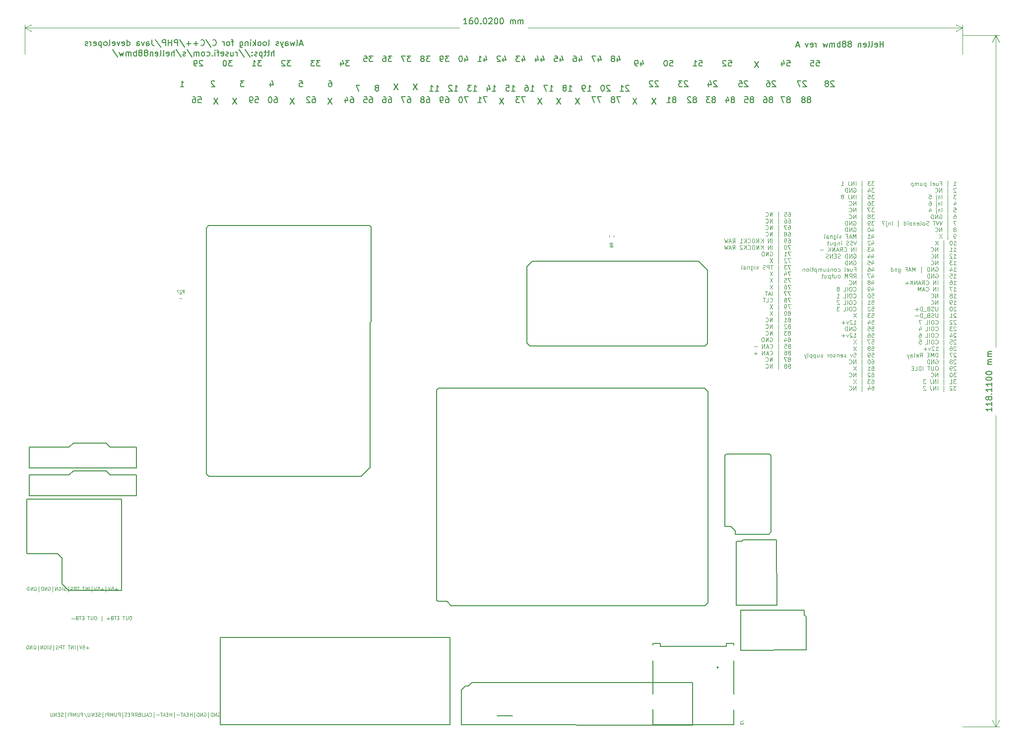
<source format=gbo>
G04 #@! TF.GenerationSoftware,KiCad,Pcbnew,(5.99.0-11247-g3f6811f413)*
G04 #@! TF.CreationDate,2021-08-14T15:35:59+03:00*
G04 #@! TF.ProjectId,hellen88bmw,68656c6c-656e-4383-9862-6d772e6b6963,rev?*
G04 #@! TF.SameCoordinates,PX3d1b110PY9269338*
G04 #@! TF.FileFunction,Legend,Bot*
G04 #@! TF.FilePolarity,Positive*
%FSLAX46Y46*%
G04 Gerber Fmt 4.6, Leading zero omitted, Abs format (unit mm)*
G04 Created by KiCad (PCBNEW (5.99.0-11247-g3f6811f413)) date 2021-08-14 15:35:59*
%MOMM*%
%LPD*%
G01*
G04 APERTURE LIST*
%ADD10C,0.150000*%
%ADD11C,0.100000*%
%ADD12C,0.120000*%
%ADD13C,0.070000*%
%ADD14C,0.200000*%
G04 APERTURE END LIST*
D10*
X67009333Y109820620D02*
X66342666Y108820620D01*
X66342666Y109820620D02*
X67009333Y108820620D01*
X32461714Y110225381D02*
X32414095Y110273000D01*
X32318857Y110320620D01*
X32080761Y110320620D01*
X31985523Y110273000D01*
X31937904Y110225381D01*
X31890285Y110130143D01*
X31890285Y110034905D01*
X31937904Y109892048D01*
X32509333Y109320620D01*
X31890285Y109320620D01*
X52509333Y107320620D02*
X51842666Y106320620D01*
X51842666Y107320620D02*
X52509333Y106320620D01*
X130164095Y113820620D02*
X130640285Y113820620D01*
X130687904Y113344429D01*
X130640285Y113392048D01*
X130545047Y113439667D01*
X130306952Y113439667D01*
X130211714Y113392048D01*
X130164095Y113344429D01*
X130116476Y113249191D01*
X130116476Y113011096D01*
X130164095Y112915858D01*
X130211714Y112868239D01*
X130306952Y112820620D01*
X130545047Y112820620D01*
X130640285Y112868239D01*
X130687904Y112915858D01*
X129259333Y113487286D02*
X129259333Y112820620D01*
X129497428Y113868239D02*
X129735523Y113153953D01*
X129116476Y113153953D01*
X91461714Y114237286D02*
X91461714Y113570620D01*
X91699809Y114618239D02*
X91937904Y113903953D01*
X91318857Y113903953D01*
X90461714Y114570620D02*
X90937904Y114570620D01*
X90985523Y114094429D01*
X90937904Y114142048D01*
X90842666Y114189667D01*
X90604571Y114189667D01*
X90509333Y114142048D01*
X90461714Y114094429D01*
X90414095Y113999191D01*
X90414095Y113761096D01*
X90461714Y113665858D01*
X90509333Y113618239D01*
X90604571Y113570620D01*
X90842666Y113570620D01*
X90937904Y113618239D01*
X90985523Y113665858D01*
X72485523Y114570620D02*
X71866476Y114570620D01*
X72199809Y114189667D01*
X72056952Y114189667D01*
X71961714Y114142048D01*
X71914095Y114094429D01*
X71866476Y113999191D01*
X71866476Y113761096D01*
X71914095Y113665858D01*
X71961714Y113618239D01*
X72056952Y113570620D01*
X72342666Y113570620D01*
X72437904Y113618239D01*
X72485523Y113665858D01*
X71390285Y113570620D02*
X71199809Y113570620D01*
X71104571Y113618239D01*
X71056952Y113665858D01*
X70961714Y113808715D01*
X70914095Y113999191D01*
X70914095Y114380143D01*
X70961714Y114475381D01*
X71009333Y114523000D01*
X71104571Y114570620D01*
X71295047Y114570620D01*
X71390285Y114523000D01*
X71437904Y114475381D01*
X71485523Y114380143D01*
X71485523Y114142048D01*
X71437904Y114046810D01*
X71390285Y113999191D01*
X71295047Y113951572D01*
X71104571Y113951572D01*
X71009333Y113999191D01*
X70961714Y114046810D01*
X70914095Y114142048D01*
X63759333Y109820620D02*
X63092666Y108820620D01*
X63092666Y109820620D02*
X63759333Y108820620D01*
D11*
X18176000Y18851572D02*
X18061714Y18851572D01*
X18004571Y18823000D01*
X17947428Y18765858D01*
X17918857Y18651572D01*
X17918857Y18451572D01*
X17947428Y18337286D01*
X18004571Y18280143D01*
X18061714Y18251572D01*
X18176000Y18251572D01*
X18233142Y18280143D01*
X18290285Y18337286D01*
X18318857Y18451572D01*
X18318857Y18651572D01*
X18290285Y18765858D01*
X18233142Y18823000D01*
X18176000Y18851572D01*
X17661714Y18851572D02*
X17661714Y18365858D01*
X17633142Y18308715D01*
X17604571Y18280143D01*
X17547428Y18251572D01*
X17433142Y18251572D01*
X17376000Y18280143D01*
X17347428Y18308715D01*
X17318857Y18365858D01*
X17318857Y18851572D01*
X17118857Y18851572D02*
X16776000Y18851572D01*
X16947428Y18251572D02*
X16947428Y18851572D01*
X16118857Y18565858D02*
X15918857Y18565858D01*
X15833142Y18251572D02*
X16118857Y18251572D01*
X16118857Y18851572D01*
X15833142Y18851572D01*
X15661714Y18851572D02*
X15318857Y18851572D01*
X15490285Y18251572D02*
X15490285Y18851572D01*
X14918857Y18565858D02*
X14833142Y18537286D01*
X14804571Y18508715D01*
X14776000Y18451572D01*
X14776000Y18365858D01*
X14804571Y18308715D01*
X14833142Y18280143D01*
X14890285Y18251572D01*
X15118857Y18251572D01*
X15118857Y18851572D01*
X14918857Y18851572D01*
X14861714Y18823000D01*
X14833142Y18794429D01*
X14804571Y18737286D01*
X14804571Y18680143D01*
X14833142Y18623000D01*
X14861714Y18594429D01*
X14918857Y18565858D01*
X15118857Y18565858D01*
X14518857Y18480143D02*
X14061714Y18480143D01*
X14290285Y18251572D02*
X14290285Y18708715D01*
X13176000Y18051572D02*
X13176000Y18908715D01*
X12176000Y18851572D02*
X12061714Y18851572D01*
X12004571Y18823000D01*
X11947428Y18765858D01*
X11918857Y18651572D01*
X11918857Y18451572D01*
X11947428Y18337286D01*
X12004571Y18280143D01*
X12061714Y18251572D01*
X12176000Y18251572D01*
X12233142Y18280143D01*
X12290285Y18337286D01*
X12318857Y18451572D01*
X12318857Y18651572D01*
X12290285Y18765858D01*
X12233142Y18823000D01*
X12176000Y18851572D01*
X11661714Y18851572D02*
X11661714Y18365858D01*
X11633142Y18308715D01*
X11604571Y18280143D01*
X11547428Y18251572D01*
X11433142Y18251572D01*
X11376000Y18280143D01*
X11347428Y18308715D01*
X11318857Y18365858D01*
X11318857Y18851572D01*
X11118857Y18851572D02*
X10776000Y18851572D01*
X10947428Y18251572D02*
X10947428Y18851572D01*
X10118857Y18565858D02*
X9918857Y18565858D01*
X9833142Y18251572D02*
X10118857Y18251572D01*
X10118857Y18851572D01*
X9833142Y18851572D01*
X9661714Y18851572D02*
X9318857Y18851572D01*
X9490285Y18251572D02*
X9490285Y18851572D01*
X8918857Y18565858D02*
X8833142Y18537286D01*
X8804571Y18508715D01*
X8776000Y18451572D01*
X8776000Y18365858D01*
X8804571Y18308715D01*
X8833142Y18280143D01*
X8890285Y18251572D01*
X9118857Y18251572D01*
X9118857Y18851572D01*
X8918857Y18851572D01*
X8861714Y18823000D01*
X8833142Y18794429D01*
X8804571Y18737286D01*
X8804571Y18680143D01*
X8833142Y18623000D01*
X8861714Y18594429D01*
X8918857Y18565858D01*
X9118857Y18565858D01*
X8518857Y18480143D02*
X8061714Y18480143D01*
D10*
X124247428Y107142048D02*
X124342666Y107189667D01*
X124390285Y107237286D01*
X124437904Y107332524D01*
X124437904Y107380143D01*
X124390285Y107475381D01*
X124342666Y107523000D01*
X124247428Y107570620D01*
X124056952Y107570620D01*
X123961714Y107523000D01*
X123914095Y107475381D01*
X123866476Y107380143D01*
X123866476Y107332524D01*
X123914095Y107237286D01*
X123961714Y107189667D01*
X124056952Y107142048D01*
X124247428Y107142048D01*
X124342666Y107094429D01*
X124390285Y107046810D01*
X124437904Y106951572D01*
X124437904Y106761096D01*
X124390285Y106665858D01*
X124342666Y106618239D01*
X124247428Y106570620D01*
X124056952Y106570620D01*
X123961714Y106618239D01*
X123914095Y106665858D01*
X123866476Y106761096D01*
X123866476Y106951572D01*
X123914095Y107046810D01*
X123961714Y107094429D01*
X124056952Y107142048D01*
X122961714Y107570620D02*
X123437904Y107570620D01*
X123485523Y107094429D01*
X123437904Y107142048D01*
X123342666Y107189667D01*
X123104571Y107189667D01*
X123009333Y107142048D01*
X122961714Y107094429D01*
X122914095Y106999191D01*
X122914095Y106761096D01*
X122961714Y106665858D01*
X123009333Y106618239D01*
X123104571Y106570620D01*
X123342666Y106570620D01*
X123437904Y106618239D01*
X123485523Y106665858D01*
X76616476Y108570620D02*
X77187904Y108570620D01*
X76902190Y108570620D02*
X76902190Y109570620D01*
X76997428Y109427762D01*
X77092666Y109332524D01*
X77187904Y109284905D01*
X76283142Y109570620D02*
X75664095Y109570620D01*
X75997428Y109189667D01*
X75854571Y109189667D01*
X75759333Y109142048D01*
X75711714Y109094429D01*
X75664095Y108999191D01*
X75664095Y108761096D01*
X75711714Y108665858D01*
X75759333Y108618239D01*
X75854571Y108570620D01*
X76140285Y108570620D01*
X76235523Y108618239D01*
X76283142Y108665858D01*
X46009333Y107320620D02*
X45342666Y106320620D01*
X45342666Y107320620D02*
X46009333Y106320620D01*
X29664095Y107570620D02*
X30140285Y107570620D01*
X30187904Y107094429D01*
X30140285Y107142048D01*
X30045047Y107189667D01*
X29806952Y107189667D01*
X29711714Y107142048D01*
X29664095Y107094429D01*
X29616476Y106999191D01*
X29616476Y106761096D01*
X29664095Y106665858D01*
X29711714Y106618239D01*
X29806952Y106570620D01*
X30045047Y106570620D01*
X30140285Y106618239D01*
X30187904Y106665858D01*
X28759333Y107570620D02*
X28949809Y107570620D01*
X29045047Y107523000D01*
X29092666Y107475381D01*
X29187904Y107332524D01*
X29235523Y107142048D01*
X29235523Y106761096D01*
X29187904Y106665858D01*
X29140285Y106618239D01*
X29045047Y106570620D01*
X28854571Y106570620D01*
X28759333Y106618239D01*
X28711714Y106665858D01*
X28664095Y106761096D01*
X28664095Y106999191D01*
X28711714Y107094429D01*
X28759333Y107142048D01*
X28854571Y107189667D01*
X29045047Y107189667D01*
X29140285Y107142048D01*
X29187904Y107094429D01*
X29235523Y106999191D01*
X138187904Y110225381D02*
X138140285Y110273000D01*
X138045047Y110320620D01*
X137806952Y110320620D01*
X137711714Y110273000D01*
X137664095Y110225381D01*
X137616476Y110130143D01*
X137616476Y110034905D01*
X137664095Y109892048D01*
X138235523Y109320620D01*
X137616476Y109320620D01*
X137045047Y109892048D02*
X137140285Y109939667D01*
X137187904Y109987286D01*
X137235523Y110082524D01*
X137235523Y110130143D01*
X137187904Y110225381D01*
X137140285Y110273000D01*
X137045047Y110320620D01*
X136854571Y110320620D01*
X136759333Y110273000D01*
X136711714Y110225381D01*
X136664095Y110130143D01*
X136664095Y110082524D01*
X136711714Y109987286D01*
X136759333Y109939667D01*
X136854571Y109892048D01*
X137045047Y109892048D01*
X137140285Y109844429D01*
X137187904Y109796810D01*
X137235523Y109701572D01*
X137235523Y109511096D01*
X137187904Y109415858D01*
X137140285Y109368239D01*
X137045047Y109320620D01*
X136854571Y109320620D01*
X136759333Y109368239D01*
X136711714Y109415858D01*
X136664095Y109511096D01*
X136664095Y109701572D01*
X136711714Y109796810D01*
X136759333Y109844429D01*
X136854571Y109892048D01*
X59485523Y114570620D02*
X58866476Y114570620D01*
X59199809Y114189667D01*
X59056952Y114189667D01*
X58961714Y114142048D01*
X58914095Y114094429D01*
X58866476Y113999191D01*
X58866476Y113761096D01*
X58914095Y113665858D01*
X58961714Y113618239D01*
X59056952Y113570620D01*
X59342666Y113570620D01*
X59437904Y113618239D01*
X59485523Y113665858D01*
X57961714Y114570620D02*
X58437904Y114570620D01*
X58485523Y114094429D01*
X58437904Y114142048D01*
X58342666Y114189667D01*
X58104571Y114189667D01*
X58009333Y114142048D01*
X57961714Y114094429D01*
X57914095Y113999191D01*
X57914095Y113761096D01*
X57961714Y113665858D01*
X58009333Y113618239D01*
X58104571Y113570620D01*
X58342666Y113570620D01*
X58437904Y113618239D01*
X58485523Y113665858D01*
X57259333Y109570620D02*
X56592666Y109570620D01*
X57021238Y108570620D01*
X130497428Y107142048D02*
X130592666Y107189667D01*
X130640285Y107237286D01*
X130687904Y107332524D01*
X130687904Y107380143D01*
X130640285Y107475381D01*
X130592666Y107523000D01*
X130497428Y107570620D01*
X130306952Y107570620D01*
X130211714Y107523000D01*
X130164095Y107475381D01*
X130116476Y107380143D01*
X130116476Y107332524D01*
X130164095Y107237286D01*
X130211714Y107189667D01*
X130306952Y107142048D01*
X130497428Y107142048D01*
X130592666Y107094429D01*
X130640285Y107046810D01*
X130687904Y106951572D01*
X130687904Y106761096D01*
X130640285Y106665858D01*
X130592666Y106618239D01*
X130497428Y106570620D01*
X130306952Y106570620D01*
X130211714Y106618239D01*
X130164095Y106665858D01*
X130116476Y106761096D01*
X130116476Y106951572D01*
X130164095Y107046810D01*
X130211714Y107094429D01*
X130306952Y107142048D01*
X129783142Y107570620D02*
X129116476Y107570620D01*
X129545047Y106570620D01*
X45485523Y113820620D02*
X44866476Y113820620D01*
X45199809Y113439667D01*
X45056952Y113439667D01*
X44961714Y113392048D01*
X44914095Y113344429D01*
X44866476Y113249191D01*
X44866476Y113011096D01*
X44914095Y112915858D01*
X44961714Y112868239D01*
X45056952Y112820620D01*
X45342666Y112820620D01*
X45437904Y112868239D01*
X45485523Y112915858D01*
X44485523Y113725381D02*
X44437904Y113773000D01*
X44342666Y113820620D01*
X44104571Y113820620D01*
X44009333Y113773000D01*
X43961714Y113725381D01*
X43914095Y113630143D01*
X43914095Y113534905D01*
X43961714Y113392048D01*
X44533142Y112820620D01*
X43914095Y112820620D01*
X120997428Y107142048D02*
X121092666Y107189667D01*
X121140285Y107237286D01*
X121187904Y107332524D01*
X121187904Y107380143D01*
X121140285Y107475381D01*
X121092666Y107523000D01*
X120997428Y107570620D01*
X120806952Y107570620D01*
X120711714Y107523000D01*
X120664095Y107475381D01*
X120616476Y107380143D01*
X120616476Y107332524D01*
X120664095Y107237286D01*
X120711714Y107189667D01*
X120806952Y107142048D01*
X120997428Y107142048D01*
X121092666Y107094429D01*
X121140285Y107046810D01*
X121187904Y106951572D01*
X121187904Y106761096D01*
X121140285Y106665858D01*
X121092666Y106618239D01*
X120997428Y106570620D01*
X120806952Y106570620D01*
X120711714Y106618239D01*
X120664095Y106665858D01*
X120616476Y106761096D01*
X120616476Y106951572D01*
X120664095Y107046810D01*
X120711714Y107094429D01*
X120806952Y107142048D01*
X119759333Y107237286D02*
X119759333Y106570620D01*
X119997428Y107618239D02*
X120235523Y106903953D01*
X119616476Y106903953D01*
X69235523Y114570620D02*
X68616476Y114570620D01*
X68949809Y114189667D01*
X68806952Y114189667D01*
X68711714Y114142048D01*
X68664095Y114094429D01*
X68616476Y113999191D01*
X68616476Y113761096D01*
X68664095Y113665858D01*
X68711714Y113618239D01*
X68806952Y113570620D01*
X69092666Y113570620D01*
X69187904Y113618239D01*
X69235523Y113665858D01*
X68045047Y114142048D02*
X68140285Y114189667D01*
X68187904Y114237286D01*
X68235523Y114332524D01*
X68235523Y114380143D01*
X68187904Y114475381D01*
X68140285Y114523000D01*
X68045047Y114570620D01*
X67854571Y114570620D01*
X67759333Y114523000D01*
X67711714Y114475381D01*
X67664095Y114380143D01*
X67664095Y114332524D01*
X67711714Y114237286D01*
X67759333Y114189667D01*
X67854571Y114142048D01*
X68045047Y114142048D01*
X68140285Y114094429D01*
X68187904Y114046810D01*
X68235523Y113951572D01*
X68235523Y113761096D01*
X68187904Y113665858D01*
X68140285Y113618239D01*
X68045047Y113570620D01*
X67854571Y113570620D01*
X67759333Y113618239D01*
X67711714Y113665858D01*
X67664095Y113761096D01*
X67664095Y113951572D01*
X67711714Y114046810D01*
X67759333Y114094429D01*
X67854571Y114142048D01*
X81759333Y107320620D02*
X81092666Y106320620D01*
X81092666Y107320620D02*
X81759333Y106320620D01*
X39414095Y107570620D02*
X39890285Y107570620D01*
X39937904Y107094429D01*
X39890285Y107142048D01*
X39795047Y107189667D01*
X39556952Y107189667D01*
X39461714Y107142048D01*
X39414095Y107094429D01*
X39366476Y106999191D01*
X39366476Y106761096D01*
X39414095Y106665858D01*
X39461714Y106618239D01*
X39556952Y106570620D01*
X39795047Y106570620D01*
X39890285Y106618239D01*
X39937904Y106665858D01*
X38890285Y106570620D02*
X38699809Y106570620D01*
X38604571Y106618239D01*
X38556952Y106665858D01*
X38461714Y106808715D01*
X38414095Y106999191D01*
X38414095Y107380143D01*
X38461714Y107475381D01*
X38509333Y107523000D01*
X38604571Y107570620D01*
X38795047Y107570620D01*
X38890285Y107523000D01*
X38937904Y107475381D01*
X38985523Y107380143D01*
X38985523Y107142048D01*
X38937904Y107046810D01*
X38890285Y106999191D01*
X38795047Y106951572D01*
X38604571Y106951572D01*
X38509333Y106999191D01*
X38461714Y107046810D01*
X38414095Y107142048D01*
X50485523Y113820620D02*
X49866476Y113820620D01*
X50199809Y113439667D01*
X50056952Y113439667D01*
X49961714Y113392048D01*
X49914095Y113344429D01*
X49866476Y113249191D01*
X49866476Y113011096D01*
X49914095Y112915858D01*
X49961714Y112868239D01*
X50056952Y112820620D01*
X50342666Y112820620D01*
X50437904Y112868239D01*
X50485523Y112915858D01*
X49533142Y113820620D02*
X48914095Y113820620D01*
X49247428Y113439667D01*
X49104571Y113439667D01*
X49009333Y113392048D01*
X48961714Y113344429D01*
X48914095Y113249191D01*
X48914095Y113011096D01*
X48961714Y112915858D01*
X49009333Y112868239D01*
X49104571Y112820620D01*
X49390285Y112820620D01*
X49485523Y112868239D01*
X49533142Y112915858D01*
X146580761Y116070620D02*
X146580761Y117070620D01*
X146580761Y116594429D02*
X146009333Y116594429D01*
X146009333Y116070620D02*
X146009333Y117070620D01*
X145152190Y116118239D02*
X145247428Y116070620D01*
X145437904Y116070620D01*
X145533142Y116118239D01*
X145580761Y116213477D01*
X145580761Y116594429D01*
X145533142Y116689667D01*
X145437904Y116737286D01*
X145247428Y116737286D01*
X145152190Y116689667D01*
X145104571Y116594429D01*
X145104571Y116499191D01*
X145580761Y116403953D01*
X144533142Y116070620D02*
X144628380Y116118239D01*
X144676000Y116213477D01*
X144676000Y117070620D01*
X144009333Y116070620D02*
X144104571Y116118239D01*
X144152190Y116213477D01*
X144152190Y117070620D01*
X143247428Y116118239D02*
X143342666Y116070620D01*
X143533142Y116070620D01*
X143628380Y116118239D01*
X143676000Y116213477D01*
X143676000Y116594429D01*
X143628380Y116689667D01*
X143533142Y116737286D01*
X143342666Y116737286D01*
X143247428Y116689667D01*
X143199809Y116594429D01*
X143199809Y116499191D01*
X143676000Y116403953D01*
X142771238Y116737286D02*
X142771238Y116070620D01*
X142771238Y116642048D02*
X142723619Y116689667D01*
X142628380Y116737286D01*
X142485523Y116737286D01*
X142390285Y116689667D01*
X142342666Y116594429D01*
X142342666Y116070620D01*
X140961714Y116642048D02*
X141056952Y116689667D01*
X141104571Y116737286D01*
X141152190Y116832524D01*
X141152190Y116880143D01*
X141104571Y116975381D01*
X141056952Y117023000D01*
X140961714Y117070620D01*
X140771238Y117070620D01*
X140676000Y117023000D01*
X140628380Y116975381D01*
X140580761Y116880143D01*
X140580761Y116832524D01*
X140628380Y116737286D01*
X140676000Y116689667D01*
X140771238Y116642048D01*
X140961714Y116642048D01*
X141056952Y116594429D01*
X141104571Y116546810D01*
X141152190Y116451572D01*
X141152190Y116261096D01*
X141104571Y116165858D01*
X141056952Y116118239D01*
X140961714Y116070620D01*
X140771238Y116070620D01*
X140676000Y116118239D01*
X140628380Y116165858D01*
X140580761Y116261096D01*
X140580761Y116451572D01*
X140628380Y116546810D01*
X140676000Y116594429D01*
X140771238Y116642048D01*
X140009333Y116642048D02*
X140104571Y116689667D01*
X140152190Y116737286D01*
X140199809Y116832524D01*
X140199809Y116880143D01*
X140152190Y116975381D01*
X140104571Y117023000D01*
X140009333Y117070620D01*
X139818857Y117070620D01*
X139723619Y117023000D01*
X139676000Y116975381D01*
X139628380Y116880143D01*
X139628380Y116832524D01*
X139676000Y116737286D01*
X139723619Y116689667D01*
X139818857Y116642048D01*
X140009333Y116642048D01*
X140104571Y116594429D01*
X140152190Y116546810D01*
X140199809Y116451572D01*
X140199809Y116261096D01*
X140152190Y116165858D01*
X140104571Y116118239D01*
X140009333Y116070620D01*
X139818857Y116070620D01*
X139723619Y116118239D01*
X139676000Y116165858D01*
X139628380Y116261096D01*
X139628380Y116451572D01*
X139676000Y116546810D01*
X139723619Y116594429D01*
X139818857Y116642048D01*
X139199809Y116070620D02*
X139199809Y117070620D01*
X139199809Y116689667D02*
X139104571Y116737286D01*
X138914095Y116737286D01*
X138818857Y116689667D01*
X138771238Y116642048D01*
X138723619Y116546810D01*
X138723619Y116261096D01*
X138771238Y116165858D01*
X138818857Y116118239D01*
X138914095Y116070620D01*
X139104571Y116070620D01*
X139199809Y116118239D01*
X138295047Y116070620D02*
X138295047Y116737286D01*
X138295047Y116642048D02*
X138247428Y116689667D01*
X138152190Y116737286D01*
X138009333Y116737286D01*
X137914095Y116689667D01*
X137866476Y116594429D01*
X137866476Y116070620D01*
X137866476Y116594429D02*
X137818857Y116689667D01*
X137723619Y116737286D01*
X137580761Y116737286D01*
X137485523Y116689667D01*
X137437904Y116594429D01*
X137437904Y116070620D01*
X137056952Y116737286D02*
X136866476Y116070620D01*
X136676000Y116546810D01*
X136485523Y116070620D01*
X136295047Y116737286D01*
X135152190Y116070620D02*
X135152190Y116737286D01*
X135152190Y116546810D02*
X135104571Y116642048D01*
X135056952Y116689667D01*
X134961714Y116737286D01*
X134866476Y116737286D01*
X134152190Y116118239D02*
X134247428Y116070620D01*
X134437904Y116070620D01*
X134533142Y116118239D01*
X134580761Y116213477D01*
X134580761Y116594429D01*
X134533142Y116689667D01*
X134437904Y116737286D01*
X134247428Y116737286D01*
X134152190Y116689667D01*
X134104571Y116594429D01*
X134104571Y116499191D01*
X134580761Y116403953D01*
X133771238Y116737286D02*
X133533142Y116070620D01*
X133295047Y116737286D01*
X132199809Y116356334D02*
X131723619Y116356334D01*
X132295047Y116070620D02*
X131961714Y117070620D01*
X131628380Y116070620D01*
X94711714Y114237286D02*
X94711714Y113570620D01*
X94949809Y114618239D02*
X95187904Y113903953D01*
X94568857Y113903953D01*
X93759333Y114570620D02*
X93949809Y114570620D01*
X94045047Y114523000D01*
X94092666Y114475381D01*
X94187904Y114332524D01*
X94235523Y114142048D01*
X94235523Y113761096D01*
X94187904Y113665858D01*
X94140285Y113618239D01*
X94045047Y113570620D01*
X93854571Y113570620D01*
X93759333Y113618239D01*
X93711714Y113665858D01*
X93664095Y113761096D01*
X93664095Y113999191D01*
X93711714Y114094429D01*
X93759333Y114142048D01*
X93854571Y114189667D01*
X94045047Y114189667D01*
X94140285Y114142048D01*
X94187904Y114094429D01*
X94235523Y113999191D01*
X30437904Y113725381D02*
X30390285Y113773000D01*
X30295047Y113820620D01*
X30056952Y113820620D01*
X29961714Y113773000D01*
X29914095Y113725381D01*
X29866476Y113630143D01*
X29866476Y113534905D01*
X29914095Y113392048D01*
X30485523Y112820620D01*
X29866476Y112820620D01*
X29390285Y112820620D02*
X29199809Y112820620D01*
X29104571Y112868239D01*
X29056952Y112915858D01*
X28961714Y113058715D01*
X28914095Y113249191D01*
X28914095Y113630143D01*
X28961714Y113725381D01*
X29009333Y113773000D01*
X29104571Y113820620D01*
X29295047Y113820620D01*
X29390285Y113773000D01*
X29437904Y113725381D01*
X29485523Y113630143D01*
X29485523Y113392048D01*
X29437904Y113296810D01*
X29390285Y113249191D01*
X29295047Y113201572D01*
X29104571Y113201572D01*
X29009333Y113249191D01*
X28961714Y113296810D01*
X28914095Y113392048D01*
X65461714Y107570620D02*
X65652190Y107570620D01*
X65747428Y107523000D01*
X65795047Y107475381D01*
X65890285Y107332524D01*
X65937904Y107142048D01*
X65937904Y106761096D01*
X65890285Y106665858D01*
X65842666Y106618239D01*
X65747428Y106570620D01*
X65556952Y106570620D01*
X65461714Y106618239D01*
X65414095Y106665858D01*
X65366476Y106761096D01*
X65366476Y106999191D01*
X65414095Y107094429D01*
X65461714Y107142048D01*
X65556952Y107189667D01*
X65747428Y107189667D01*
X65842666Y107142048D01*
X65890285Y107094429D01*
X65937904Y106999191D01*
X65033142Y107570620D02*
X64366476Y107570620D01*
X64795047Y106570620D01*
X33009333Y107320620D02*
X32342666Y106320620D01*
X32342666Y107320620D02*
X33009333Y106320620D01*
X47473619Y116606334D02*
X46997428Y116606334D01*
X47568857Y116320620D02*
X47235523Y117320620D01*
X46902190Y116320620D01*
X46426000Y116320620D02*
X46521238Y116368239D01*
X46568857Y116463477D01*
X46568857Y117320620D01*
X46140285Y116987286D02*
X45949809Y116320620D01*
X45759333Y116796810D01*
X45568857Y116320620D01*
X45378380Y116987286D01*
X44568857Y116320620D02*
X44568857Y116844429D01*
X44616476Y116939667D01*
X44711714Y116987286D01*
X44902190Y116987286D01*
X44997428Y116939667D01*
X44568857Y116368239D02*
X44664095Y116320620D01*
X44902190Y116320620D01*
X44997428Y116368239D01*
X45045047Y116463477D01*
X45045047Y116558715D01*
X44997428Y116653953D01*
X44902190Y116701572D01*
X44664095Y116701572D01*
X44568857Y116749191D01*
X44187904Y116987286D02*
X43949809Y116320620D01*
X43711714Y116987286D02*
X43949809Y116320620D01*
X44045047Y116082524D01*
X44092666Y116034905D01*
X44187904Y115987286D01*
X43378380Y116368239D02*
X43283142Y116320620D01*
X43092666Y116320620D01*
X42997428Y116368239D01*
X42949809Y116463477D01*
X42949809Y116511096D01*
X42997428Y116606334D01*
X43092666Y116653953D01*
X43235523Y116653953D01*
X43330761Y116701572D01*
X43378380Y116796810D01*
X43378380Y116844429D01*
X43330761Y116939667D01*
X43235523Y116987286D01*
X43092666Y116987286D01*
X42997428Y116939667D01*
X41616476Y116320620D02*
X41711714Y116368239D01*
X41759333Y116463477D01*
X41759333Y117320620D01*
X41092666Y116320620D02*
X41187904Y116368239D01*
X41235523Y116415858D01*
X41283142Y116511096D01*
X41283142Y116796810D01*
X41235523Y116892048D01*
X41187904Y116939667D01*
X41092666Y116987286D01*
X40949809Y116987286D01*
X40854571Y116939667D01*
X40806952Y116892048D01*
X40759333Y116796810D01*
X40759333Y116511096D01*
X40806952Y116415858D01*
X40854571Y116368239D01*
X40949809Y116320620D01*
X41092666Y116320620D01*
X40187904Y116320620D02*
X40283142Y116368239D01*
X40330761Y116415858D01*
X40378380Y116511096D01*
X40378380Y116796810D01*
X40330761Y116892048D01*
X40283142Y116939667D01*
X40187904Y116987286D01*
X40045047Y116987286D01*
X39949809Y116939667D01*
X39902190Y116892048D01*
X39854571Y116796810D01*
X39854571Y116511096D01*
X39902190Y116415858D01*
X39949809Y116368239D01*
X40045047Y116320620D01*
X40187904Y116320620D01*
X39426000Y116320620D02*
X39426000Y117320620D01*
X39330761Y116701572D02*
X39045047Y116320620D01*
X39045047Y116987286D02*
X39426000Y116606334D01*
X38616476Y116320620D02*
X38616476Y116987286D01*
X38616476Y117320620D02*
X38664095Y117273000D01*
X38616476Y117225381D01*
X38568857Y117273000D01*
X38616476Y117320620D01*
X38616476Y117225381D01*
X38140285Y116987286D02*
X38140285Y116320620D01*
X38140285Y116892048D02*
X38092666Y116939667D01*
X37997428Y116987286D01*
X37854571Y116987286D01*
X37759333Y116939667D01*
X37711714Y116844429D01*
X37711714Y116320620D01*
X36806952Y116987286D02*
X36806952Y116177762D01*
X36854571Y116082524D01*
X36902190Y116034905D01*
X36997428Y115987286D01*
X37140285Y115987286D01*
X37235523Y116034905D01*
X36806952Y116368239D02*
X36902190Y116320620D01*
X37092666Y116320620D01*
X37187904Y116368239D01*
X37235523Y116415858D01*
X37283142Y116511096D01*
X37283142Y116796810D01*
X37235523Y116892048D01*
X37187904Y116939667D01*
X37092666Y116987286D01*
X36902190Y116987286D01*
X36806952Y116939667D01*
X35711714Y116987286D02*
X35330761Y116987286D01*
X35568857Y116320620D02*
X35568857Y117177762D01*
X35521238Y117273000D01*
X35426000Y117320620D01*
X35330761Y117320620D01*
X34854571Y116320620D02*
X34949809Y116368239D01*
X34997428Y116415858D01*
X35045047Y116511096D01*
X35045047Y116796810D01*
X34997428Y116892048D01*
X34949809Y116939667D01*
X34854571Y116987286D01*
X34711714Y116987286D01*
X34616476Y116939667D01*
X34568857Y116892048D01*
X34521238Y116796810D01*
X34521238Y116511096D01*
X34568857Y116415858D01*
X34616476Y116368239D01*
X34711714Y116320620D01*
X34854571Y116320620D01*
X34092666Y116320620D02*
X34092666Y116987286D01*
X34092666Y116796810D02*
X34045047Y116892048D01*
X33997428Y116939667D01*
X33902190Y116987286D01*
X33806952Y116987286D01*
X32140285Y116415858D02*
X32187904Y116368239D01*
X32330761Y116320620D01*
X32426000Y116320620D01*
X32568857Y116368239D01*
X32664095Y116463477D01*
X32711714Y116558715D01*
X32759333Y116749191D01*
X32759333Y116892048D01*
X32711714Y117082524D01*
X32664095Y117177762D01*
X32568857Y117273000D01*
X32426000Y117320620D01*
X32330761Y117320620D01*
X32187904Y117273000D01*
X32140285Y117225381D01*
X30997428Y117368239D02*
X31854571Y116082524D01*
X30092666Y116415858D02*
X30140285Y116368239D01*
X30283142Y116320620D01*
X30378380Y116320620D01*
X30521238Y116368239D01*
X30616476Y116463477D01*
X30664095Y116558715D01*
X30711714Y116749191D01*
X30711714Y116892048D01*
X30664095Y117082524D01*
X30616476Y117177762D01*
X30521238Y117273000D01*
X30378380Y117320620D01*
X30283142Y117320620D01*
X30140285Y117273000D01*
X30092666Y117225381D01*
X29664095Y116701572D02*
X28902190Y116701572D01*
X29283142Y116320620D02*
X29283142Y117082524D01*
X28426000Y116701572D02*
X27664095Y116701572D01*
X28045047Y116320620D02*
X28045047Y117082524D01*
X26473619Y117368239D02*
X27330761Y116082524D01*
X26140285Y116320620D02*
X26140285Y117320620D01*
X25759333Y117320620D01*
X25664095Y117273000D01*
X25616476Y117225381D01*
X25568857Y117130143D01*
X25568857Y116987286D01*
X25616476Y116892048D01*
X25664095Y116844429D01*
X25759333Y116796810D01*
X26140285Y116796810D01*
X25140285Y116320620D02*
X25140285Y117320620D01*
X25140285Y116844429D02*
X24568857Y116844429D01*
X24568857Y116320620D02*
X24568857Y117320620D01*
X24092666Y116320620D02*
X24092666Y117320620D01*
X23711714Y117320620D01*
X23616476Y117273000D01*
X23568857Y117225381D01*
X23521238Y117130143D01*
X23521238Y116987286D01*
X23568857Y116892048D01*
X23616476Y116844429D01*
X23711714Y116796810D01*
X24092666Y116796810D01*
X22378380Y117368239D02*
X23235523Y116082524D01*
X21759333Y117320620D02*
X21759333Y116606334D01*
X21806952Y116463477D01*
X21902190Y116368239D01*
X22045047Y116320620D01*
X22140285Y116320620D01*
X20854571Y116320620D02*
X20854571Y116844429D01*
X20902190Y116939667D01*
X20997428Y116987286D01*
X21187904Y116987286D01*
X21283142Y116939667D01*
X20854571Y116368239D02*
X20949809Y116320620D01*
X21187904Y116320620D01*
X21283142Y116368239D01*
X21330761Y116463477D01*
X21330761Y116558715D01*
X21283142Y116653953D01*
X21187904Y116701572D01*
X20949809Y116701572D01*
X20854571Y116749191D01*
X20473619Y116987286D02*
X20235523Y116320620D01*
X19997428Y116987286D01*
X19187904Y116320620D02*
X19187904Y116844429D01*
X19235523Y116939667D01*
X19330761Y116987286D01*
X19521238Y116987286D01*
X19616476Y116939667D01*
X19187904Y116368239D02*
X19283142Y116320620D01*
X19521238Y116320620D01*
X19616476Y116368239D01*
X19664095Y116463477D01*
X19664095Y116558715D01*
X19616476Y116653953D01*
X19521238Y116701572D01*
X19283142Y116701572D01*
X19187904Y116749191D01*
X17521238Y116320620D02*
X17521238Y117320620D01*
X17521238Y116368239D02*
X17616476Y116320620D01*
X17806952Y116320620D01*
X17902190Y116368239D01*
X17949809Y116415858D01*
X17997428Y116511096D01*
X17997428Y116796810D01*
X17949809Y116892048D01*
X17902190Y116939667D01*
X17806952Y116987286D01*
X17616476Y116987286D01*
X17521238Y116939667D01*
X16664095Y116368239D02*
X16759333Y116320620D01*
X16949809Y116320620D01*
X17045047Y116368239D01*
X17092666Y116463477D01*
X17092666Y116844429D01*
X17045047Y116939667D01*
X16949809Y116987286D01*
X16759333Y116987286D01*
X16664095Y116939667D01*
X16616476Y116844429D01*
X16616476Y116749191D01*
X17092666Y116653953D01*
X16283142Y116987286D02*
X16045047Y116320620D01*
X15806952Y116987286D01*
X15045047Y116368239D02*
X15140285Y116320620D01*
X15330761Y116320620D01*
X15426000Y116368239D01*
X15473619Y116463477D01*
X15473619Y116844429D01*
X15426000Y116939667D01*
X15330761Y116987286D01*
X15140285Y116987286D01*
X15045047Y116939667D01*
X14997428Y116844429D01*
X14997428Y116749191D01*
X15473619Y116653953D01*
X14426000Y116320620D02*
X14521238Y116368239D01*
X14568857Y116463477D01*
X14568857Y117320620D01*
X13902190Y116320620D02*
X13997428Y116368239D01*
X14045047Y116415858D01*
X14092666Y116511096D01*
X14092666Y116796810D01*
X14045047Y116892048D01*
X13997428Y116939667D01*
X13902190Y116987286D01*
X13759333Y116987286D01*
X13664095Y116939667D01*
X13616476Y116892048D01*
X13568857Y116796810D01*
X13568857Y116511096D01*
X13616476Y116415858D01*
X13664095Y116368239D01*
X13759333Y116320620D01*
X13902190Y116320620D01*
X13140285Y116987286D02*
X13140285Y115987286D01*
X13140285Y116939667D02*
X13045047Y116987286D01*
X12854571Y116987286D01*
X12759333Y116939667D01*
X12711714Y116892048D01*
X12664095Y116796810D01*
X12664095Y116511096D01*
X12711714Y116415858D01*
X12759333Y116368239D01*
X12854571Y116320620D01*
X13045047Y116320620D01*
X13140285Y116368239D01*
X11854571Y116368239D02*
X11949809Y116320620D01*
X12140285Y116320620D01*
X12235523Y116368239D01*
X12283142Y116463477D01*
X12283142Y116844429D01*
X12235523Y116939667D01*
X12140285Y116987286D01*
X11949809Y116987286D01*
X11854571Y116939667D01*
X11806952Y116844429D01*
X11806952Y116749191D01*
X12283142Y116653953D01*
X11378380Y116320620D02*
X11378380Y116987286D01*
X11378380Y116796810D02*
X11330761Y116892048D01*
X11283142Y116939667D01*
X11187904Y116987286D01*
X11092666Y116987286D01*
X10806952Y116368239D02*
X10711714Y116320620D01*
X10521238Y116320620D01*
X10426000Y116368239D01*
X10378380Y116463477D01*
X10378380Y116511096D01*
X10426000Y116606334D01*
X10521238Y116653953D01*
X10664095Y116653953D01*
X10759333Y116701572D01*
X10806952Y116796810D01*
X10806952Y116844429D01*
X10759333Y116939667D01*
X10664095Y116987286D01*
X10521238Y116987286D01*
X10426000Y116939667D01*
X86366476Y108570620D02*
X86937904Y108570620D01*
X86652190Y108570620D02*
X86652190Y109570620D01*
X86747428Y109427762D01*
X86842666Y109332524D01*
X86937904Y109284905D01*
X85509333Y109570620D02*
X85699809Y109570620D01*
X85795047Y109523000D01*
X85842666Y109475381D01*
X85937904Y109332524D01*
X85985523Y109142048D01*
X85985523Y108761096D01*
X85937904Y108665858D01*
X85890285Y108618239D01*
X85795047Y108570620D01*
X85604571Y108570620D01*
X85509333Y108618239D01*
X85461714Y108665858D01*
X85414095Y108761096D01*
X85414095Y108999191D01*
X85461714Y109094429D01*
X85509333Y109142048D01*
X85604571Y109189667D01*
X85795047Y109189667D01*
X85890285Y109142048D01*
X85937904Y109094429D01*
X85985523Y108999191D01*
X88211714Y114237286D02*
X88211714Y113570620D01*
X88449809Y114618239D02*
X88687904Y113903953D01*
X88068857Y113903953D01*
X87259333Y114237286D02*
X87259333Y113570620D01*
X87497428Y114618239D02*
X87735523Y113903953D01*
X87116476Y113903953D01*
X36259333Y107320620D02*
X35592666Y106320620D01*
X35592666Y107320620D02*
X36259333Y106320620D01*
X92866476Y108570620D02*
X93437904Y108570620D01*
X93152190Y108570620D02*
X93152190Y109570620D01*
X93247428Y109427762D01*
X93342666Y109332524D01*
X93437904Y109284905D01*
X92295047Y109142048D02*
X92390285Y109189667D01*
X92437904Y109237286D01*
X92485523Y109332524D01*
X92485523Y109380143D01*
X92437904Y109475381D01*
X92390285Y109523000D01*
X92295047Y109570620D01*
X92104571Y109570620D01*
X92009333Y109523000D01*
X91961714Y109475381D01*
X91914095Y109380143D01*
X91914095Y109332524D01*
X91961714Y109237286D01*
X92009333Y109189667D01*
X92104571Y109142048D01*
X92295047Y109142048D01*
X92390285Y109094429D01*
X92437904Y109046810D01*
X92485523Y108951572D01*
X92485523Y108761096D01*
X92437904Y108665858D01*
X92390285Y108618239D01*
X92295047Y108570620D01*
X92104571Y108570620D01*
X92009333Y108618239D01*
X91961714Y108665858D01*
X91914095Y108761096D01*
X91914095Y108951572D01*
X91961714Y109046810D01*
X92009333Y109094429D01*
X92104571Y109142048D01*
X60271238Y109142048D02*
X60366476Y109189667D01*
X60414095Y109237286D01*
X60461714Y109332524D01*
X60461714Y109380143D01*
X60414095Y109475381D01*
X60366476Y109523000D01*
X60271238Y109570620D01*
X60080761Y109570620D01*
X59985523Y109523000D01*
X59937904Y109475381D01*
X59890285Y109380143D01*
X59890285Y109332524D01*
X59937904Y109237286D01*
X59985523Y109189667D01*
X60080761Y109142048D01*
X60271238Y109142048D01*
X60366476Y109094429D01*
X60414095Y109046810D01*
X60461714Y108951572D01*
X60461714Y108761096D01*
X60414095Y108665858D01*
X60366476Y108618239D01*
X60271238Y108570620D01*
X60080761Y108570620D01*
X59985523Y108618239D01*
X59937904Y108665858D01*
X59890285Y108761096D01*
X59890285Y108951572D01*
X59937904Y109046810D01*
X59985523Y109094429D01*
X60080761Y109142048D01*
X42711714Y107570620D02*
X42902190Y107570620D01*
X42997428Y107523000D01*
X43045047Y107475381D01*
X43140285Y107332524D01*
X43187904Y107142048D01*
X43187904Y106761096D01*
X43140285Y106665858D01*
X43092666Y106618239D01*
X42997428Y106570620D01*
X42806952Y106570620D01*
X42711714Y106618239D01*
X42664095Y106665858D01*
X42616476Y106761096D01*
X42616476Y106999191D01*
X42664095Y107094429D01*
X42711714Y107142048D01*
X42806952Y107189667D01*
X42997428Y107189667D01*
X43092666Y107142048D01*
X43140285Y107094429D01*
X43187904Y106999191D01*
X41997428Y107570620D02*
X41902190Y107570620D01*
X41806952Y107523000D01*
X41759333Y107475381D01*
X41711714Y107380143D01*
X41664095Y107189667D01*
X41664095Y106951572D01*
X41711714Y106761096D01*
X41759333Y106665858D01*
X41806952Y106618239D01*
X41902190Y106570620D01*
X41997428Y106570620D01*
X42092666Y106618239D01*
X42140285Y106665858D01*
X42187904Y106761096D01*
X42235523Y106951572D01*
X42235523Y107189667D01*
X42187904Y107380143D01*
X42140285Y107475381D01*
X42092666Y107523000D01*
X41997428Y107570620D01*
X46937904Y110320620D02*
X47414095Y110320620D01*
X47461714Y109844429D01*
X47414095Y109892048D01*
X47318857Y109939667D01*
X47080761Y109939667D01*
X46985523Y109892048D01*
X46937904Y109844429D01*
X46890285Y109749191D01*
X46890285Y109511096D01*
X46937904Y109415858D01*
X46985523Y109368239D01*
X47080761Y109320620D01*
X47318857Y109320620D01*
X47414095Y109368239D01*
X47461714Y109415858D01*
X75211714Y114237286D02*
X75211714Y113570620D01*
X75449809Y114618239D02*
X75687904Y113903953D01*
X75068857Y113903953D01*
X74497428Y114570620D02*
X74402190Y114570620D01*
X74306952Y114523000D01*
X74259333Y114475381D01*
X74211714Y114380143D01*
X74164095Y114189667D01*
X74164095Y113951572D01*
X74211714Y113761096D01*
X74259333Y113665858D01*
X74306952Y113618239D01*
X74402190Y113570620D01*
X74497428Y113570620D01*
X74592666Y113618239D01*
X74640285Y113665858D01*
X74687904Y113761096D01*
X74735523Y113951572D01*
X74735523Y114189667D01*
X74687904Y114380143D01*
X74640285Y114475381D01*
X74592666Y114523000D01*
X74497428Y114570620D01*
X123437904Y110225381D02*
X123390285Y110273000D01*
X123295047Y110320620D01*
X123056952Y110320620D01*
X122961714Y110273000D01*
X122914095Y110225381D01*
X122866476Y110130143D01*
X122866476Y110034905D01*
X122914095Y109892048D01*
X123485523Y109320620D01*
X122866476Y109320620D01*
X121961714Y110320620D02*
X122437904Y110320620D01*
X122485523Y109844429D01*
X122437904Y109892048D01*
X122342666Y109939667D01*
X122104571Y109939667D01*
X122009333Y109892048D01*
X121961714Y109844429D01*
X121914095Y109749191D01*
X121914095Y109511096D01*
X121961714Y109415858D01*
X122009333Y109368239D01*
X122104571Y109320620D01*
X122342666Y109320620D01*
X122437904Y109368239D01*
X122485523Y109415858D01*
X55711714Y107570620D02*
X55902190Y107570620D01*
X55997428Y107523000D01*
X56045047Y107475381D01*
X56140285Y107332524D01*
X56187904Y107142048D01*
X56187904Y106761096D01*
X56140285Y106665858D01*
X56092666Y106618239D01*
X55997428Y106570620D01*
X55806952Y106570620D01*
X55711714Y106618239D01*
X55664095Y106665858D01*
X55616476Y106761096D01*
X55616476Y106999191D01*
X55664095Y107094429D01*
X55711714Y107142048D01*
X55806952Y107189667D01*
X55997428Y107189667D01*
X56092666Y107142048D01*
X56140285Y107094429D01*
X56187904Y106999191D01*
X54759333Y107237286D02*
X54759333Y106570620D01*
X54997428Y107618239D02*
X55235523Y106903953D01*
X54616476Y106903953D01*
X83116476Y108570620D02*
X83687904Y108570620D01*
X83402190Y108570620D02*
X83402190Y109570620D01*
X83497428Y109427762D01*
X83592666Y109332524D01*
X83687904Y109284905D01*
X82211714Y109570620D02*
X82687904Y109570620D01*
X82735523Y109094429D01*
X82687904Y109142048D01*
X82592666Y109189667D01*
X82354571Y109189667D01*
X82259333Y109142048D01*
X82211714Y109094429D01*
X82164095Y108999191D01*
X82164095Y108761096D01*
X82211714Y108665858D01*
X82259333Y108618239D01*
X82354571Y108570620D01*
X82592666Y108570620D01*
X82687904Y108618239D01*
X82735523Y108665858D01*
X110997428Y107142048D02*
X111092666Y107189667D01*
X111140285Y107237286D01*
X111187904Y107332524D01*
X111187904Y107380143D01*
X111140285Y107475381D01*
X111092666Y107523000D01*
X110997428Y107570620D01*
X110806952Y107570620D01*
X110711714Y107523000D01*
X110664095Y107475381D01*
X110616476Y107380143D01*
X110616476Y107332524D01*
X110664095Y107237286D01*
X110711714Y107189667D01*
X110806952Y107142048D01*
X110997428Y107142048D01*
X111092666Y107094429D01*
X111140285Y107046810D01*
X111187904Y106951572D01*
X111187904Y106761096D01*
X111140285Y106665858D01*
X111092666Y106618239D01*
X110997428Y106570620D01*
X110806952Y106570620D01*
X110711714Y106618239D01*
X110664095Y106665858D01*
X110616476Y106761096D01*
X110616476Y106951572D01*
X110664095Y107046810D01*
X110711714Y107094429D01*
X110806952Y107142048D01*
X109664095Y106570620D02*
X110235523Y106570620D01*
X109949809Y106570620D02*
X109949809Y107570620D01*
X110045047Y107427762D01*
X110140285Y107332524D01*
X110235523Y107284905D01*
X58961714Y107570620D02*
X59152190Y107570620D01*
X59247428Y107523000D01*
X59295047Y107475381D01*
X59390285Y107332524D01*
X59437904Y107142048D01*
X59437904Y106761096D01*
X59390285Y106665858D01*
X59342666Y106618239D01*
X59247428Y106570620D01*
X59056952Y106570620D01*
X58961714Y106618239D01*
X58914095Y106665858D01*
X58866476Y106761096D01*
X58866476Y106999191D01*
X58914095Y107094429D01*
X58961714Y107142048D01*
X59056952Y107189667D01*
X59247428Y107189667D01*
X59342666Y107142048D01*
X59390285Y107094429D01*
X59437904Y106999191D01*
X57961714Y107570620D02*
X58437904Y107570620D01*
X58485523Y107094429D01*
X58437904Y107142048D01*
X58342666Y107189667D01*
X58104571Y107189667D01*
X58009333Y107142048D01*
X57961714Y107094429D01*
X57914095Y106999191D01*
X57914095Y106761096D01*
X57961714Y106665858D01*
X58009333Y106618239D01*
X58104571Y106570620D01*
X58342666Y106570620D01*
X58437904Y106618239D01*
X58485523Y106665858D01*
X94759333Y107320620D02*
X94092666Y106320620D01*
X94092666Y107320620D02*
X94759333Y106320620D01*
X105211714Y113487286D02*
X105211714Y112820620D01*
X105449809Y113868239D02*
X105687904Y113153953D01*
X105068857Y113153953D01*
X104640285Y112820620D02*
X104449809Y112820620D01*
X104354571Y112868239D01*
X104306952Y112915858D01*
X104211714Y113058715D01*
X104164095Y113249191D01*
X104164095Y113630143D01*
X104211714Y113725381D01*
X104259333Y113773000D01*
X104354571Y113820620D01*
X104545047Y113820620D01*
X104640285Y113773000D01*
X104687904Y113725381D01*
X104735523Y113630143D01*
X104735523Y113392048D01*
X104687904Y113296810D01*
X104640285Y113249191D01*
X104545047Y113201572D01*
X104354571Y113201572D01*
X104259333Y113249191D01*
X104211714Y113296810D01*
X104164095Y113392048D01*
X75735523Y107570620D02*
X75068857Y107570620D01*
X75497428Y106570620D01*
X74497428Y107570620D02*
X74402190Y107570620D01*
X74306952Y107523000D01*
X74259333Y107475381D01*
X74211714Y107380143D01*
X74164095Y107189667D01*
X74164095Y106951572D01*
X74211714Y106761096D01*
X74259333Y106665858D01*
X74306952Y106618239D01*
X74402190Y106570620D01*
X74497428Y106570620D01*
X74592666Y106618239D01*
X74640285Y106665858D01*
X74687904Y106761096D01*
X74735523Y106951572D01*
X74735523Y107189667D01*
X74687904Y107380143D01*
X74640285Y107475381D01*
X74592666Y107523000D01*
X74497428Y107570620D01*
X35485523Y113820620D02*
X34866476Y113820620D01*
X35199809Y113439667D01*
X35056952Y113439667D01*
X34961714Y113392048D01*
X34914095Y113344429D01*
X34866476Y113249191D01*
X34866476Y113011096D01*
X34914095Y112915858D01*
X34961714Y112868239D01*
X35056952Y112820620D01*
X35342666Y112820620D01*
X35437904Y112868239D01*
X35485523Y112915858D01*
X34247428Y113820620D02*
X34152190Y113820620D01*
X34056952Y113773000D01*
X34009333Y113725381D01*
X33961714Y113630143D01*
X33914095Y113439667D01*
X33914095Y113201572D01*
X33961714Y113011096D01*
X34009333Y112915858D01*
X34056952Y112868239D01*
X34152190Y112820620D01*
X34247428Y112820620D01*
X34342666Y112868239D01*
X34390285Y112915858D01*
X34437904Y113011096D01*
X34485523Y113201572D01*
X34485523Y113439667D01*
X34437904Y113630143D01*
X34390285Y113725381D01*
X34342666Y113773000D01*
X34247428Y113820620D01*
D11*
X33068857Y2323000D02*
X33126000Y2351572D01*
X33211714Y2351572D01*
X33297428Y2323000D01*
X33354571Y2265858D01*
X33383142Y2208715D01*
X33411714Y2094429D01*
X33411714Y2008715D01*
X33383142Y1894429D01*
X33354571Y1837286D01*
X33297428Y1780143D01*
X33211714Y1751572D01*
X33154571Y1751572D01*
X33068857Y1780143D01*
X33040285Y1808715D01*
X33040285Y2008715D01*
X33154571Y2008715D01*
X32783142Y1751572D02*
X32783142Y2351572D01*
X32440285Y1751572D01*
X32440285Y2351572D01*
X32154571Y1751572D02*
X32154571Y2351572D01*
X32011714Y2351572D01*
X31926000Y2323000D01*
X31868857Y2265858D01*
X31840285Y2208715D01*
X31811714Y2094429D01*
X31811714Y2008715D01*
X31840285Y1894429D01*
X31868857Y1837286D01*
X31926000Y1780143D01*
X32011714Y1751572D01*
X32154571Y1751572D01*
X31411714Y1551572D02*
X31411714Y2408715D01*
X30668857Y2323000D02*
X30726000Y2351572D01*
X30811714Y2351572D01*
X30897428Y2323000D01*
X30954571Y2265858D01*
X30983142Y2208715D01*
X31011714Y2094429D01*
X31011714Y2008715D01*
X30983142Y1894429D01*
X30954571Y1837286D01*
X30897428Y1780143D01*
X30811714Y1751572D01*
X30754571Y1751572D01*
X30668857Y1780143D01*
X30640285Y1808715D01*
X30640285Y2008715D01*
X30754571Y2008715D01*
X30383142Y1751572D02*
X30383142Y2351572D01*
X30040285Y1751572D01*
X30040285Y2351572D01*
X29754571Y1751572D02*
X29754571Y2351572D01*
X29611714Y2351572D01*
X29526000Y2323000D01*
X29468857Y2265858D01*
X29440285Y2208715D01*
X29411714Y2094429D01*
X29411714Y2008715D01*
X29440285Y1894429D01*
X29468857Y1837286D01*
X29526000Y1780143D01*
X29611714Y1751572D01*
X29754571Y1751572D01*
X29011714Y1551572D02*
X29011714Y2408715D01*
X28583142Y1751572D02*
X28583142Y2351572D01*
X28583142Y2065858D02*
X28240285Y2065858D01*
X28240285Y1751572D02*
X28240285Y2351572D01*
X27954571Y2065858D02*
X27754571Y2065858D01*
X27668857Y1751572D02*
X27954571Y1751572D01*
X27954571Y2351572D01*
X27668857Y2351572D01*
X27440285Y1923000D02*
X27154571Y1923000D01*
X27497428Y1751572D02*
X27297428Y2351572D01*
X27097428Y1751572D01*
X26983142Y2351572D02*
X26640285Y2351572D01*
X26811714Y1751572D02*
X26811714Y2351572D01*
X26440285Y1980143D02*
X25983142Y1980143D01*
X25554571Y1551572D02*
X25554571Y2408715D01*
X25126000Y1751572D02*
X25126000Y2351572D01*
X25126000Y2065858D02*
X24783142Y2065858D01*
X24783142Y1751572D02*
X24783142Y2351572D01*
X24497428Y2065858D02*
X24297428Y2065858D01*
X24211714Y1751572D02*
X24497428Y1751572D01*
X24497428Y2351572D01*
X24211714Y2351572D01*
X23983142Y1923000D02*
X23697428Y1923000D01*
X24040285Y1751572D02*
X23840285Y2351572D01*
X23640285Y1751572D01*
X23526000Y2351572D02*
X23183142Y2351572D01*
X23354571Y1751572D02*
X23354571Y2351572D01*
X22983142Y1980143D02*
X22526000Y1980143D01*
X22097428Y1551572D02*
X22097428Y2408715D01*
X21326000Y1808715D02*
X21354571Y1780143D01*
X21440285Y1751572D01*
X21497428Y1751572D01*
X21583142Y1780143D01*
X21640285Y1837286D01*
X21668857Y1894429D01*
X21697428Y2008715D01*
X21697428Y2094429D01*
X21668857Y2208715D01*
X21640285Y2265858D01*
X21583142Y2323000D01*
X21497428Y2351572D01*
X21440285Y2351572D01*
X21354571Y2323000D01*
X21326000Y2294429D01*
X21097428Y1923000D02*
X20811714Y1923000D01*
X21154571Y1751572D02*
X20954571Y2351572D01*
X20754571Y1751572D01*
X20268857Y1751572D02*
X20554571Y1751572D01*
X20554571Y2351572D01*
X20068857Y1751572D02*
X20068857Y2351572D01*
X19583142Y2065858D02*
X19497428Y2037286D01*
X19468857Y2008715D01*
X19440285Y1951572D01*
X19440285Y1865858D01*
X19468857Y1808715D01*
X19497428Y1780143D01*
X19554571Y1751572D01*
X19783142Y1751572D01*
X19783142Y2351572D01*
X19583142Y2351572D01*
X19526000Y2323000D01*
X19497428Y2294429D01*
X19468857Y2237286D01*
X19468857Y2180143D01*
X19497428Y2123000D01*
X19526000Y2094429D01*
X19583142Y2065858D01*
X19783142Y2065858D01*
X18840285Y1751572D02*
X19040285Y2037286D01*
X19183142Y1751572D02*
X19183142Y2351572D01*
X18954571Y2351572D01*
X18897428Y2323000D01*
X18868857Y2294429D01*
X18840285Y2237286D01*
X18840285Y2151572D01*
X18868857Y2094429D01*
X18897428Y2065858D01*
X18954571Y2037286D01*
X19183142Y2037286D01*
X18240285Y1751572D02*
X18440285Y2037286D01*
X18583142Y1751572D02*
X18583142Y2351572D01*
X18354571Y2351572D01*
X18297428Y2323000D01*
X18268857Y2294429D01*
X18240285Y2237286D01*
X18240285Y2151572D01*
X18268857Y2094429D01*
X18297428Y2065858D01*
X18354571Y2037286D01*
X18583142Y2037286D01*
X17983142Y2065858D02*
X17783142Y2065858D01*
X17697428Y1751572D02*
X17983142Y1751572D01*
X17983142Y2351572D01*
X17697428Y2351572D01*
X17468857Y1780143D02*
X17383142Y1751572D01*
X17240285Y1751572D01*
X17183142Y1780143D01*
X17154571Y1808715D01*
X17126000Y1865858D01*
X17126000Y1923000D01*
X17154571Y1980143D01*
X17183142Y2008715D01*
X17240285Y2037286D01*
X17354571Y2065858D01*
X17411714Y2094429D01*
X17440285Y2123000D01*
X17468857Y2180143D01*
X17468857Y2237286D01*
X17440285Y2294429D01*
X17411714Y2323000D01*
X17354571Y2351572D01*
X17211714Y2351572D01*
X17126000Y2323000D01*
X16726000Y1551572D02*
X16726000Y2408715D01*
X16297428Y1751572D02*
X16297428Y2351572D01*
X16068857Y2351572D01*
X16011714Y2323000D01*
X15983142Y2294429D01*
X15954571Y2237286D01*
X15954571Y2151572D01*
X15983142Y2094429D01*
X16011714Y2065858D01*
X16068857Y2037286D01*
X16297428Y2037286D01*
X15697428Y2351572D02*
X15697428Y1865858D01*
X15668857Y1808715D01*
X15640285Y1780143D01*
X15583142Y1751572D01*
X15468857Y1751572D01*
X15411714Y1780143D01*
X15383142Y1808715D01*
X15354571Y1865858D01*
X15354571Y2351572D01*
X15068857Y1751572D02*
X15068857Y2351572D01*
X14868857Y1923000D01*
X14668857Y2351572D01*
X14668857Y1751572D01*
X14383142Y1751572D02*
X14383142Y2351572D01*
X14154571Y2351572D01*
X14097428Y2323000D01*
X14068857Y2294429D01*
X14040285Y2237286D01*
X14040285Y2151572D01*
X14068857Y2094429D01*
X14097428Y2065858D01*
X14154571Y2037286D01*
X14383142Y2037286D01*
X13783142Y1751572D02*
X13783142Y2351572D01*
X13354571Y1551572D02*
X13354571Y2408715D01*
X12954571Y1780143D02*
X12868857Y1751572D01*
X12726000Y1751572D01*
X12668857Y1780143D01*
X12640285Y1808715D01*
X12611714Y1865858D01*
X12611714Y1923000D01*
X12640285Y1980143D01*
X12668857Y2008715D01*
X12726000Y2037286D01*
X12840285Y2065858D01*
X12897428Y2094429D01*
X12926000Y2123000D01*
X12954571Y2180143D01*
X12954571Y2237286D01*
X12926000Y2294429D01*
X12897428Y2323000D01*
X12840285Y2351572D01*
X12697428Y2351572D01*
X12611714Y2323000D01*
X12354571Y2065858D02*
X12154571Y2065858D01*
X12068857Y1751572D02*
X12354571Y1751572D01*
X12354571Y2351572D01*
X12068857Y2351572D01*
X11811714Y1751572D02*
X11811714Y2351572D01*
X11468857Y1751572D01*
X11468857Y2351572D01*
X11183142Y2351572D02*
X11183142Y1865858D01*
X11154571Y1808715D01*
X11126000Y1780143D01*
X11068857Y1751572D01*
X10954571Y1751572D01*
X10897428Y1780143D01*
X10868857Y1808715D01*
X10840285Y1865858D01*
X10840285Y2351572D01*
X10126000Y2380143D02*
X10640285Y1608715D01*
X9926000Y1751572D02*
X9926000Y2351572D01*
X9697428Y2351572D01*
X9640285Y2323000D01*
X9611714Y2294429D01*
X9583142Y2237286D01*
X9583142Y2151572D01*
X9611714Y2094429D01*
X9640285Y2065858D01*
X9697428Y2037286D01*
X9926000Y2037286D01*
X9326000Y2351572D02*
X9326000Y1865858D01*
X9297428Y1808715D01*
X9268857Y1780143D01*
X9211714Y1751572D01*
X9097428Y1751572D01*
X9040285Y1780143D01*
X9011714Y1808715D01*
X8983142Y1865858D01*
X8983142Y2351572D01*
X8697428Y1751572D02*
X8697428Y2351572D01*
X8497428Y1923000D01*
X8297428Y2351572D01*
X8297428Y1751572D01*
X8011714Y1751572D02*
X8011714Y2351572D01*
X7783142Y2351572D01*
X7726000Y2323000D01*
X7697428Y2294429D01*
X7668857Y2237286D01*
X7668857Y2151572D01*
X7697428Y2094429D01*
X7726000Y2065858D01*
X7783142Y2037286D01*
X8011714Y2037286D01*
X7411714Y1751572D02*
X7411714Y2351572D01*
X6983142Y1551572D02*
X6983142Y2408715D01*
X6583142Y1780143D02*
X6497428Y1751572D01*
X6354571Y1751572D01*
X6297428Y1780143D01*
X6268857Y1808715D01*
X6240285Y1865858D01*
X6240285Y1923000D01*
X6268857Y1980143D01*
X6297428Y2008715D01*
X6354571Y2037286D01*
X6468857Y2065858D01*
X6526000Y2094429D01*
X6554571Y2123000D01*
X6583142Y2180143D01*
X6583142Y2237286D01*
X6554571Y2294429D01*
X6526000Y2323000D01*
X6468857Y2351572D01*
X6326000Y2351572D01*
X6240285Y2323000D01*
X5983142Y2065858D02*
X5783142Y2065858D01*
X5697428Y1751572D02*
X5983142Y1751572D01*
X5983142Y2351572D01*
X5697428Y2351572D01*
X5440285Y1751572D02*
X5440285Y2351572D01*
X5097428Y1751572D01*
X5097428Y2351572D01*
X4811714Y2351572D02*
X4811714Y1865858D01*
X4783142Y1808715D01*
X4754571Y1780143D01*
X4697428Y1751572D01*
X4583142Y1751572D01*
X4526000Y1780143D01*
X4497428Y1808715D01*
X4468857Y1865858D01*
X4468857Y2351572D01*
D10*
X42616476Y114570620D02*
X42616476Y115570620D01*
X42187904Y114570620D02*
X42187904Y115094429D01*
X42235523Y115189667D01*
X42330761Y115237286D01*
X42473619Y115237286D01*
X42568857Y115189667D01*
X42616476Y115142048D01*
X41854571Y115237286D02*
X41473619Y115237286D01*
X41711714Y115570620D02*
X41711714Y114713477D01*
X41664095Y114618239D01*
X41568857Y114570620D01*
X41473619Y114570620D01*
X41283142Y115237286D02*
X40902190Y115237286D01*
X41140285Y115570620D02*
X41140285Y114713477D01*
X41092666Y114618239D01*
X40997428Y114570620D01*
X40902190Y114570620D01*
X40568857Y115237286D02*
X40568857Y114237286D01*
X40568857Y115189667D02*
X40473619Y115237286D01*
X40283142Y115237286D01*
X40187904Y115189667D01*
X40140285Y115142048D01*
X40092666Y115046810D01*
X40092666Y114761096D01*
X40140285Y114665858D01*
X40187904Y114618239D01*
X40283142Y114570620D01*
X40473619Y114570620D01*
X40568857Y114618239D01*
X39711714Y114618239D02*
X39616476Y114570620D01*
X39426000Y114570620D01*
X39330761Y114618239D01*
X39283142Y114713477D01*
X39283142Y114761096D01*
X39330761Y114856334D01*
X39426000Y114903953D01*
X39568857Y114903953D01*
X39664095Y114951572D01*
X39711714Y115046810D01*
X39711714Y115094429D01*
X39664095Y115189667D01*
X39568857Y115237286D01*
X39426000Y115237286D01*
X39330761Y115189667D01*
X38854571Y114665858D02*
X38806952Y114618239D01*
X38854571Y114570620D01*
X38902190Y114618239D01*
X38854571Y114665858D01*
X38854571Y114570620D01*
X38854571Y115189667D02*
X38806952Y115142048D01*
X38854571Y115094429D01*
X38902190Y115142048D01*
X38854571Y115189667D01*
X38854571Y115094429D01*
X37664095Y115618239D02*
X38521238Y114332524D01*
X36616476Y115618239D02*
X37473619Y114332524D01*
X36283142Y114570620D02*
X36283142Y115237286D01*
X36283142Y115046810D02*
X36235523Y115142048D01*
X36187904Y115189667D01*
X36092666Y115237286D01*
X35997428Y115237286D01*
X35235523Y115237286D02*
X35235523Y114570620D01*
X35664095Y115237286D02*
X35664095Y114713477D01*
X35616476Y114618239D01*
X35521238Y114570620D01*
X35378380Y114570620D01*
X35283142Y114618239D01*
X35235523Y114665858D01*
X34806952Y114618239D02*
X34711714Y114570620D01*
X34521238Y114570620D01*
X34426000Y114618239D01*
X34378380Y114713477D01*
X34378380Y114761096D01*
X34426000Y114856334D01*
X34521238Y114903953D01*
X34664095Y114903953D01*
X34759333Y114951572D01*
X34806952Y115046810D01*
X34806952Y115094429D01*
X34759333Y115189667D01*
X34664095Y115237286D01*
X34521238Y115237286D01*
X34426000Y115189667D01*
X33568857Y114618239D02*
X33664095Y114570620D01*
X33854571Y114570620D01*
X33949809Y114618239D01*
X33997428Y114713477D01*
X33997428Y115094429D01*
X33949809Y115189667D01*
X33854571Y115237286D01*
X33664095Y115237286D01*
X33568857Y115189667D01*
X33521238Y115094429D01*
X33521238Y114999191D01*
X33997428Y114903953D01*
X33235523Y115237286D02*
X32854571Y115237286D01*
X33092666Y114570620D02*
X33092666Y115427762D01*
X33045047Y115523000D01*
X32949809Y115570620D01*
X32854571Y115570620D01*
X32521238Y114570620D02*
X32521238Y115237286D01*
X32521238Y115570620D02*
X32568857Y115523000D01*
X32521238Y115475381D01*
X32473619Y115523000D01*
X32521238Y115570620D01*
X32521238Y115475381D01*
X32045047Y114665858D02*
X31997428Y114618239D01*
X32045047Y114570620D01*
X32092666Y114618239D01*
X32045047Y114665858D01*
X32045047Y114570620D01*
X31140285Y114618239D02*
X31235523Y114570620D01*
X31426000Y114570620D01*
X31521238Y114618239D01*
X31568857Y114665858D01*
X31616476Y114761096D01*
X31616476Y115046810D01*
X31568857Y115142048D01*
X31521238Y115189667D01*
X31426000Y115237286D01*
X31235523Y115237286D01*
X31140285Y115189667D01*
X30568857Y114570620D02*
X30664095Y114618239D01*
X30711714Y114665858D01*
X30759333Y114761096D01*
X30759333Y115046810D01*
X30711714Y115142048D01*
X30664095Y115189667D01*
X30568857Y115237286D01*
X30426000Y115237286D01*
X30330761Y115189667D01*
X30283142Y115142048D01*
X30235523Y115046810D01*
X30235523Y114761096D01*
X30283142Y114665858D01*
X30330761Y114618239D01*
X30426000Y114570620D01*
X30568857Y114570620D01*
X29806952Y114570620D02*
X29806952Y115237286D01*
X29806952Y115142048D02*
X29759333Y115189667D01*
X29664095Y115237286D01*
X29521238Y115237286D01*
X29426000Y115189667D01*
X29378380Y115094429D01*
X29378380Y114570620D01*
X29378380Y115094429D02*
X29330761Y115189667D01*
X29235523Y115237286D01*
X29092666Y115237286D01*
X28997428Y115189667D01*
X28949809Y115094429D01*
X28949809Y114570620D01*
X27759333Y115618239D02*
X28616476Y114332524D01*
X27473619Y114618239D02*
X27378380Y114570620D01*
X27187904Y114570620D01*
X27092666Y114618239D01*
X27045047Y114713477D01*
X27045047Y114761096D01*
X27092666Y114856334D01*
X27187904Y114903953D01*
X27330761Y114903953D01*
X27426000Y114951572D01*
X27473619Y115046810D01*
X27473619Y115094429D01*
X27426000Y115189667D01*
X27330761Y115237286D01*
X27187904Y115237286D01*
X27092666Y115189667D01*
X25902190Y115618239D02*
X26759333Y114332524D01*
X25568857Y114570620D02*
X25568857Y115570620D01*
X25140285Y114570620D02*
X25140285Y115094429D01*
X25187904Y115189667D01*
X25283142Y115237286D01*
X25426000Y115237286D01*
X25521238Y115189667D01*
X25568857Y115142048D01*
X24283142Y114618239D02*
X24378380Y114570620D01*
X24568857Y114570620D01*
X24664095Y114618239D01*
X24711714Y114713477D01*
X24711714Y115094429D01*
X24664095Y115189667D01*
X24568857Y115237286D01*
X24378380Y115237286D01*
X24283142Y115189667D01*
X24235523Y115094429D01*
X24235523Y114999191D01*
X24711714Y114903953D01*
X23664095Y114570620D02*
X23759333Y114618239D01*
X23806952Y114713477D01*
X23806952Y115570620D01*
X23140285Y114570620D02*
X23235523Y114618239D01*
X23283142Y114713477D01*
X23283142Y115570620D01*
X22378380Y114618239D02*
X22473619Y114570620D01*
X22664095Y114570620D01*
X22759333Y114618239D01*
X22806952Y114713477D01*
X22806952Y115094429D01*
X22759333Y115189667D01*
X22664095Y115237286D01*
X22473619Y115237286D01*
X22378380Y115189667D01*
X22330761Y115094429D01*
X22330761Y114999191D01*
X22806952Y114903953D01*
X21902190Y115237286D02*
X21902190Y114570620D01*
X21902190Y115142048D02*
X21854571Y115189667D01*
X21759333Y115237286D01*
X21616476Y115237286D01*
X21521238Y115189667D01*
X21473619Y115094429D01*
X21473619Y114570620D01*
X20854571Y115142048D02*
X20949809Y115189667D01*
X20997428Y115237286D01*
X21045047Y115332524D01*
X21045047Y115380143D01*
X20997428Y115475381D01*
X20949809Y115523000D01*
X20854571Y115570620D01*
X20664095Y115570620D01*
X20568857Y115523000D01*
X20521238Y115475381D01*
X20473619Y115380143D01*
X20473619Y115332524D01*
X20521238Y115237286D01*
X20568857Y115189667D01*
X20664095Y115142048D01*
X20854571Y115142048D01*
X20949809Y115094429D01*
X20997428Y115046810D01*
X21045047Y114951572D01*
X21045047Y114761096D01*
X20997428Y114665858D01*
X20949809Y114618239D01*
X20854571Y114570620D01*
X20664095Y114570620D01*
X20568857Y114618239D01*
X20521238Y114665858D01*
X20473619Y114761096D01*
X20473619Y114951572D01*
X20521238Y115046810D01*
X20568857Y115094429D01*
X20664095Y115142048D01*
X19902190Y115142048D02*
X19997428Y115189667D01*
X20045047Y115237286D01*
X20092666Y115332524D01*
X20092666Y115380143D01*
X20045047Y115475381D01*
X19997428Y115523000D01*
X19902190Y115570620D01*
X19711714Y115570620D01*
X19616476Y115523000D01*
X19568857Y115475381D01*
X19521238Y115380143D01*
X19521238Y115332524D01*
X19568857Y115237286D01*
X19616476Y115189667D01*
X19711714Y115142048D01*
X19902190Y115142048D01*
X19997428Y115094429D01*
X20045047Y115046810D01*
X20092666Y114951572D01*
X20092666Y114761096D01*
X20045047Y114665858D01*
X19997428Y114618239D01*
X19902190Y114570620D01*
X19711714Y114570620D01*
X19616476Y114618239D01*
X19568857Y114665858D01*
X19521238Y114761096D01*
X19521238Y114951572D01*
X19568857Y115046810D01*
X19616476Y115094429D01*
X19711714Y115142048D01*
X19092666Y114570620D02*
X19092666Y115570620D01*
X19092666Y115189667D02*
X18997428Y115237286D01*
X18806952Y115237286D01*
X18711714Y115189667D01*
X18664095Y115142048D01*
X18616476Y115046810D01*
X18616476Y114761096D01*
X18664095Y114665858D01*
X18711714Y114618239D01*
X18806952Y114570620D01*
X18997428Y114570620D01*
X19092666Y114618239D01*
X18187904Y114570620D02*
X18187904Y115237286D01*
X18187904Y115142048D02*
X18140285Y115189667D01*
X18045047Y115237286D01*
X17902190Y115237286D01*
X17806952Y115189667D01*
X17759333Y115094429D01*
X17759333Y114570620D01*
X17759333Y115094429D02*
X17711714Y115189667D01*
X17616476Y115237286D01*
X17473619Y115237286D01*
X17378380Y115189667D01*
X17330761Y115094429D01*
X17330761Y114570620D01*
X16949809Y115237286D02*
X16759333Y114570620D01*
X16568857Y115046810D01*
X16378380Y114570620D01*
X16187904Y115237286D01*
X15092666Y115618239D02*
X15949809Y114332524D01*
X104509333Y107320620D02*
X103842666Y106320620D01*
X103842666Y107320620D02*
X104509333Y106320620D01*
X78461714Y114237286D02*
X78461714Y113570620D01*
X78699809Y114618239D02*
X78937904Y113903953D01*
X78318857Y113903953D01*
X77414095Y113570620D02*
X77985523Y113570620D01*
X77699809Y113570620D02*
X77699809Y114570620D01*
X77795047Y114427762D01*
X77890285Y114332524D01*
X77985523Y114284905D01*
X84961714Y114237286D02*
X84961714Y113570620D01*
X85199809Y114618239D02*
X85437904Y113903953D01*
X84818857Y113903953D01*
X84533142Y114570620D02*
X83914095Y114570620D01*
X84247428Y114189667D01*
X84104571Y114189667D01*
X84009333Y114142048D01*
X83961714Y114094429D01*
X83914095Y113999191D01*
X83914095Y113761096D01*
X83961714Y113665858D01*
X84009333Y113618239D01*
X84104571Y113570620D01*
X84390285Y113570620D01*
X84485523Y113618239D01*
X84533142Y113665858D01*
X37509333Y110320620D02*
X36890285Y110320620D01*
X37223619Y109939667D01*
X37080761Y109939667D01*
X36985523Y109892048D01*
X36937904Y109844429D01*
X36890285Y109749191D01*
X36890285Y109511096D01*
X36937904Y109415858D01*
X36985523Y109368239D01*
X37080761Y109320620D01*
X37366476Y109320620D01*
X37461714Y109368239D01*
X37509333Y109415858D01*
X108187904Y110225381D02*
X108140285Y110273000D01*
X108045047Y110320620D01*
X107806952Y110320620D01*
X107711714Y110273000D01*
X107664095Y110225381D01*
X107616476Y110130143D01*
X107616476Y110034905D01*
X107664095Y109892048D01*
X108235523Y109320620D01*
X107616476Y109320620D01*
X107235523Y110225381D02*
X107187904Y110273000D01*
X107092666Y110320620D01*
X106854571Y110320620D01*
X106759333Y110273000D01*
X106711714Y110225381D01*
X106664095Y110130143D01*
X106664095Y110034905D01*
X106711714Y109892048D01*
X107283142Y109320620D01*
X106664095Y109320620D01*
X118187904Y110225381D02*
X118140285Y110273000D01*
X118045047Y110320620D01*
X117806952Y110320620D01*
X117711714Y110273000D01*
X117664095Y110225381D01*
X117616476Y110130143D01*
X117616476Y110034905D01*
X117664095Y109892048D01*
X118235523Y109320620D01*
X117616476Y109320620D01*
X116759333Y109987286D02*
X116759333Y109320620D01*
X116997428Y110368239D02*
X117235523Y109653953D01*
X116616476Y109653953D01*
X51985523Y110320620D02*
X52176000Y110320620D01*
X52271238Y110273000D01*
X52318857Y110225381D01*
X52414095Y110082524D01*
X52461714Y109892048D01*
X52461714Y109511096D01*
X52414095Y109415858D01*
X52366476Y109368239D01*
X52271238Y109320620D01*
X52080761Y109320620D01*
X51985523Y109368239D01*
X51937904Y109415858D01*
X51890285Y109511096D01*
X51890285Y109749191D01*
X51937904Y109844429D01*
X51985523Y109892048D01*
X52080761Y109939667D01*
X52271238Y109939667D01*
X52366476Y109892048D01*
X52414095Y109844429D01*
X52461714Y109749191D01*
X40485523Y113820620D02*
X39866476Y113820620D01*
X40199809Y113439667D01*
X40056952Y113439667D01*
X39961714Y113392048D01*
X39914095Y113344429D01*
X39866476Y113249191D01*
X39866476Y113011096D01*
X39914095Y112915858D01*
X39961714Y112868239D01*
X40056952Y112820620D01*
X40342666Y112820620D01*
X40437904Y112868239D01*
X40485523Y112915858D01*
X38914095Y112820620D02*
X39485523Y112820620D01*
X39199809Y112820620D02*
X39199809Y113820620D01*
X39295047Y113677762D01*
X39390285Y113582524D01*
X39485523Y113534905D01*
X117747428Y107142048D02*
X117842666Y107189667D01*
X117890285Y107237286D01*
X117937904Y107332524D01*
X117937904Y107380143D01*
X117890285Y107475381D01*
X117842666Y107523000D01*
X117747428Y107570620D01*
X117556952Y107570620D01*
X117461714Y107523000D01*
X117414095Y107475381D01*
X117366476Y107380143D01*
X117366476Y107332524D01*
X117414095Y107237286D01*
X117461714Y107189667D01*
X117556952Y107142048D01*
X117747428Y107142048D01*
X117842666Y107094429D01*
X117890285Y107046810D01*
X117937904Y106951572D01*
X117937904Y106761096D01*
X117890285Y106665858D01*
X117842666Y106618239D01*
X117747428Y106570620D01*
X117556952Y106570620D01*
X117461714Y106618239D01*
X117414095Y106665858D01*
X117366476Y106761096D01*
X117366476Y106951572D01*
X117414095Y107046810D01*
X117461714Y107094429D01*
X117556952Y107142048D01*
X117033142Y107570620D02*
X116414095Y107570620D01*
X116747428Y107189667D01*
X116604571Y107189667D01*
X116509333Y107142048D01*
X116461714Y107094429D01*
X116414095Y106999191D01*
X116414095Y106761096D01*
X116461714Y106665858D01*
X116509333Y106618239D01*
X116604571Y106570620D01*
X116890285Y106570620D01*
X116985523Y106618239D01*
X117033142Y106665858D01*
X97961714Y114237286D02*
X97961714Y113570620D01*
X98199809Y114618239D02*
X98437904Y113903953D01*
X97818857Y113903953D01*
X97533142Y114570620D02*
X96866476Y114570620D01*
X97295047Y113570620D01*
X62211714Y107570620D02*
X62402190Y107570620D01*
X62497428Y107523000D01*
X62545047Y107475381D01*
X62640285Y107332524D01*
X62687904Y107142048D01*
X62687904Y106761096D01*
X62640285Y106665858D01*
X62592666Y106618239D01*
X62497428Y106570620D01*
X62306952Y106570620D01*
X62211714Y106618239D01*
X62164095Y106665858D01*
X62116476Y106761096D01*
X62116476Y106999191D01*
X62164095Y107094429D01*
X62211714Y107142048D01*
X62306952Y107189667D01*
X62497428Y107189667D01*
X62592666Y107142048D01*
X62640285Y107094429D01*
X62687904Y106999191D01*
X61259333Y107570620D02*
X61449809Y107570620D01*
X61545047Y107523000D01*
X61592666Y107475381D01*
X61687904Y107332524D01*
X61735523Y107142048D01*
X61735523Y106761096D01*
X61687904Y106665858D01*
X61640285Y106618239D01*
X61545047Y106570620D01*
X61354571Y106570620D01*
X61259333Y106618239D01*
X61211714Y106665858D01*
X61164095Y106761096D01*
X61164095Y106999191D01*
X61211714Y107094429D01*
X61259333Y107142048D01*
X61354571Y107189667D01*
X61545047Y107189667D01*
X61640285Y107142048D01*
X61687904Y107094429D01*
X61735523Y106999191D01*
D11*
X158577666Y92424834D02*
X158977666Y92424834D01*
X158777666Y92424834D02*
X158777666Y93124834D01*
X158844333Y93024834D01*
X158911000Y92958167D01*
X158977666Y92924834D01*
X157577666Y92191500D02*
X157577666Y93191500D01*
X156311000Y92791500D02*
X156544333Y92791500D01*
X156544333Y92424834D02*
X156544333Y93124834D01*
X156211000Y93124834D01*
X155644333Y92891500D02*
X155644333Y92424834D01*
X155944333Y92891500D02*
X155944333Y92524834D01*
X155911000Y92458167D01*
X155844333Y92424834D01*
X155744333Y92424834D01*
X155677666Y92458167D01*
X155644333Y92491500D01*
X155044333Y92458167D02*
X155111000Y92424834D01*
X155244333Y92424834D01*
X155311000Y92458167D01*
X155344333Y92524834D01*
X155344333Y92791500D01*
X155311000Y92858167D01*
X155244333Y92891500D01*
X155111000Y92891500D01*
X155044333Y92858167D01*
X155011000Y92791500D01*
X155011000Y92724834D01*
X155344333Y92658167D01*
X154611000Y92424834D02*
X154677666Y92458167D01*
X154711000Y92524834D01*
X154711000Y93124834D01*
X153811000Y92891500D02*
X153811000Y92191500D01*
X153811000Y92858167D02*
X153744333Y92891500D01*
X153611000Y92891500D01*
X153544333Y92858167D01*
X153511000Y92824834D01*
X153477666Y92758167D01*
X153477666Y92558167D01*
X153511000Y92491500D01*
X153544333Y92458167D01*
X153611000Y92424834D01*
X153744333Y92424834D01*
X153811000Y92458167D01*
X152877666Y92891500D02*
X152877666Y92424834D01*
X153177666Y92891500D02*
X153177666Y92524834D01*
X153144333Y92458167D01*
X153077666Y92424834D01*
X152977666Y92424834D01*
X152911000Y92458167D01*
X152877666Y92491500D01*
X152544333Y92424834D02*
X152544333Y92891500D01*
X152544333Y92824834D02*
X152511000Y92858167D01*
X152444333Y92891500D01*
X152344333Y92891500D01*
X152277666Y92858167D01*
X152244333Y92791500D01*
X152244333Y92424834D01*
X152244333Y92791500D02*
X152211000Y92858167D01*
X152144333Y92891500D01*
X152044333Y92891500D01*
X151977666Y92858167D01*
X151944333Y92791500D01*
X151944333Y92424834D01*
X151611000Y92891500D02*
X151611000Y92191500D01*
X151611000Y92858167D02*
X151544333Y92891500D01*
X151411000Y92891500D01*
X151344333Y92858167D01*
X151311000Y92824834D01*
X151277666Y92758167D01*
X151277666Y92558167D01*
X151311000Y92491500D01*
X151344333Y92458167D01*
X151411000Y92424834D01*
X151544333Y92424834D01*
X151611000Y92458167D01*
X158977666Y91931167D02*
X158944333Y91964500D01*
X158877666Y91997834D01*
X158711000Y91997834D01*
X158644333Y91964500D01*
X158611000Y91931167D01*
X158577666Y91864500D01*
X158577666Y91797834D01*
X158611000Y91697834D01*
X159011000Y91297834D01*
X158577666Y91297834D01*
X157577666Y91064500D02*
X157577666Y92064500D01*
X156544333Y91297834D02*
X156544333Y91997834D01*
X156144333Y91297834D01*
X156144333Y91997834D01*
X155411000Y91364500D02*
X155444333Y91331167D01*
X155544333Y91297834D01*
X155611000Y91297834D01*
X155711000Y91331167D01*
X155777666Y91397834D01*
X155811000Y91464500D01*
X155844333Y91597834D01*
X155844333Y91697834D01*
X155811000Y91831167D01*
X155777666Y91897834D01*
X155711000Y91964500D01*
X155611000Y91997834D01*
X155544333Y91997834D01*
X155444333Y91964500D01*
X155411000Y91931167D01*
X159011000Y90870834D02*
X158577666Y90870834D01*
X158811000Y90604167D01*
X158711000Y90604167D01*
X158644333Y90570834D01*
X158611000Y90537500D01*
X158577666Y90470834D01*
X158577666Y90304167D01*
X158611000Y90237500D01*
X158644333Y90204167D01*
X158711000Y90170834D01*
X158911000Y90170834D01*
X158977666Y90204167D01*
X159011000Y90237500D01*
X157577666Y89937500D02*
X157577666Y90937500D01*
X156544333Y90170834D02*
X156544333Y90870834D01*
X156211000Y90637500D02*
X156211000Y90170834D01*
X156211000Y90570834D02*
X156177666Y90604167D01*
X156111000Y90637500D01*
X156011000Y90637500D01*
X155944333Y90604167D01*
X155911000Y90537500D01*
X155911000Y90170834D01*
X155577666Y90637500D02*
X155577666Y90037500D01*
X155611000Y89970834D01*
X155677666Y89937500D01*
X155711000Y89937500D01*
X155577666Y90870834D02*
X155611000Y90837500D01*
X155577666Y90804167D01*
X155544333Y90837500D01*
X155577666Y90870834D01*
X155577666Y90804167D01*
X154377666Y90870834D02*
X154711000Y90870834D01*
X154744333Y90537500D01*
X154711000Y90570834D01*
X154644333Y90604167D01*
X154477666Y90604167D01*
X154411000Y90570834D01*
X154377666Y90537500D01*
X154344333Y90470834D01*
X154344333Y90304167D01*
X154377666Y90237500D01*
X154411000Y90204167D01*
X154477666Y90170834D01*
X154644333Y90170834D01*
X154711000Y90204167D01*
X154744333Y90237500D01*
X158644333Y89510500D02*
X158644333Y89043834D01*
X158811000Y89777167D02*
X158977666Y89277167D01*
X158544333Y89277167D01*
X157577666Y88810500D02*
X157577666Y89810500D01*
X156544333Y89043834D02*
X156544333Y89743834D01*
X156211000Y89510500D02*
X156211000Y89043834D01*
X156211000Y89443834D02*
X156177666Y89477167D01*
X156111000Y89510500D01*
X156011000Y89510500D01*
X155944333Y89477167D01*
X155911000Y89410500D01*
X155911000Y89043834D01*
X155577666Y89510500D02*
X155577666Y88910500D01*
X155611000Y88843834D01*
X155677666Y88810500D01*
X155711000Y88810500D01*
X155577666Y89743834D02*
X155611000Y89710500D01*
X155577666Y89677167D01*
X155544333Y89710500D01*
X155577666Y89743834D01*
X155577666Y89677167D01*
X154411000Y89743834D02*
X154544333Y89743834D01*
X154611000Y89710500D01*
X154644333Y89677167D01*
X154711000Y89577167D01*
X154744333Y89443834D01*
X154744333Y89177167D01*
X154711000Y89110500D01*
X154677666Y89077167D01*
X154611000Y89043834D01*
X154477666Y89043834D01*
X154411000Y89077167D01*
X154377666Y89110500D01*
X154344333Y89177167D01*
X154344333Y89343834D01*
X154377666Y89410500D01*
X154411000Y89443834D01*
X154477666Y89477167D01*
X154611000Y89477167D01*
X154677666Y89443834D01*
X154711000Y89410500D01*
X154744333Y89343834D01*
X158611000Y88616834D02*
X158944333Y88616834D01*
X158977666Y88283500D01*
X158944333Y88316834D01*
X158877666Y88350167D01*
X158711000Y88350167D01*
X158644333Y88316834D01*
X158611000Y88283500D01*
X158577666Y88216834D01*
X158577666Y88050167D01*
X158611000Y87983500D01*
X158644333Y87950167D01*
X158711000Y87916834D01*
X158877666Y87916834D01*
X158944333Y87950167D01*
X158977666Y87983500D01*
X157577666Y87683500D02*
X157577666Y88683500D01*
X156544333Y87916834D02*
X156544333Y88616834D01*
X156211000Y88383500D02*
X156211000Y87916834D01*
X156211000Y88316834D02*
X156177666Y88350167D01*
X156111000Y88383500D01*
X156011000Y88383500D01*
X155944333Y88350167D01*
X155911000Y88283500D01*
X155911000Y87916834D01*
X155577666Y88383500D02*
X155577666Y87783500D01*
X155611000Y87716834D01*
X155677666Y87683500D01*
X155711000Y87683500D01*
X155577666Y88616834D02*
X155611000Y88583500D01*
X155577666Y88550167D01*
X155544333Y88583500D01*
X155577666Y88616834D01*
X155577666Y88550167D01*
X154411000Y88383500D02*
X154411000Y87916834D01*
X154577666Y88650167D02*
X154744333Y88150167D01*
X154311000Y88150167D01*
X158644333Y87489834D02*
X158777666Y87489834D01*
X158844333Y87456500D01*
X158877666Y87423167D01*
X158944333Y87323167D01*
X158977666Y87189834D01*
X158977666Y86923167D01*
X158944333Y86856500D01*
X158911000Y86823167D01*
X158844333Y86789834D01*
X158711000Y86789834D01*
X158644333Y86823167D01*
X158611000Y86856500D01*
X158577666Y86923167D01*
X158577666Y87089834D01*
X158611000Y87156500D01*
X158644333Y87189834D01*
X158711000Y87223167D01*
X158844333Y87223167D01*
X158911000Y87189834D01*
X158944333Y87156500D01*
X158977666Y87089834D01*
X157577666Y86556500D02*
X157577666Y87556500D01*
X156177666Y87456500D02*
X156244333Y87489834D01*
X156344333Y87489834D01*
X156444333Y87456500D01*
X156511000Y87389834D01*
X156544333Y87323167D01*
X156577666Y87189834D01*
X156577666Y87089834D01*
X156544333Y86956500D01*
X156511000Y86889834D01*
X156444333Y86823167D01*
X156344333Y86789834D01*
X156277666Y86789834D01*
X156177666Y86823167D01*
X156144333Y86856500D01*
X156144333Y87089834D01*
X156277666Y87089834D01*
X155844333Y86789834D02*
X155844333Y87489834D01*
X155444333Y86789834D01*
X155444333Y87489834D01*
X155111000Y86789834D02*
X155111000Y87489834D01*
X154944333Y87489834D01*
X154844333Y87456500D01*
X154777666Y87389834D01*
X154744333Y87323167D01*
X154711000Y87189834D01*
X154711000Y87089834D01*
X154744333Y86956500D01*
X154777666Y86889834D01*
X154844333Y86823167D01*
X154944333Y86789834D01*
X155111000Y86789834D01*
X159011000Y86362834D02*
X158544333Y86362834D01*
X158844333Y85662834D01*
X157577666Y85429500D02*
X157577666Y86429500D01*
X156644333Y86362834D02*
X156411000Y85662834D01*
X156177666Y86362834D01*
X156044333Y86362834D02*
X155811000Y85662834D01*
X155577666Y86362834D01*
X155444333Y86362834D02*
X155044333Y86362834D01*
X155244333Y85662834D02*
X155244333Y86362834D01*
X154311000Y85696167D02*
X154211000Y85662834D01*
X154044333Y85662834D01*
X153977666Y85696167D01*
X153944333Y85729500D01*
X153911000Y85796167D01*
X153911000Y85862834D01*
X153944333Y85929500D01*
X153977666Y85962834D01*
X154044333Y85996167D01*
X154177666Y86029500D01*
X154244333Y86062834D01*
X154277666Y86096167D01*
X154311000Y86162834D01*
X154311000Y86229500D01*
X154277666Y86296167D01*
X154244333Y86329500D01*
X154177666Y86362834D01*
X154011000Y86362834D01*
X153911000Y86329500D01*
X153511000Y85662834D02*
X153577666Y85696167D01*
X153611000Y85729500D01*
X153644333Y85796167D01*
X153644333Y85996167D01*
X153611000Y86062834D01*
X153577666Y86096167D01*
X153511000Y86129500D01*
X153411000Y86129500D01*
X153344333Y86096167D01*
X153311000Y86062834D01*
X153277666Y85996167D01*
X153277666Y85796167D01*
X153311000Y85729500D01*
X153344333Y85696167D01*
X153411000Y85662834D01*
X153511000Y85662834D01*
X152877666Y85662834D02*
X152944333Y85696167D01*
X152977666Y85762834D01*
X152977666Y86362834D01*
X152344333Y85696167D02*
X152411000Y85662834D01*
X152544333Y85662834D01*
X152611000Y85696167D01*
X152644333Y85762834D01*
X152644333Y86029500D01*
X152611000Y86096167D01*
X152544333Y86129500D01*
X152411000Y86129500D01*
X152344333Y86096167D01*
X152311000Y86029500D01*
X152311000Y85962834D01*
X152644333Y85896167D01*
X152011000Y86129500D02*
X152011000Y85662834D01*
X152011000Y86062834D02*
X151977666Y86096167D01*
X151911000Y86129500D01*
X151811000Y86129500D01*
X151744333Y86096167D01*
X151711000Y86029500D01*
X151711000Y85662834D01*
X151277666Y85662834D02*
X151344333Y85696167D01*
X151377666Y85729500D01*
X151411000Y85796167D01*
X151411000Y85996167D01*
X151377666Y86062834D01*
X151344333Y86096167D01*
X151277666Y86129500D01*
X151177666Y86129500D01*
X151111000Y86096167D01*
X151077666Y86062834D01*
X151044333Y85996167D01*
X151044333Y85796167D01*
X151077666Y85729500D01*
X151111000Y85696167D01*
X151177666Y85662834D01*
X151277666Y85662834D01*
X150744333Y85662834D02*
X150744333Y86129500D01*
X150744333Y86362834D02*
X150777666Y86329500D01*
X150744333Y86296167D01*
X150711000Y86329500D01*
X150744333Y86362834D01*
X150744333Y86296167D01*
X150111000Y85662834D02*
X150111000Y86362834D01*
X150111000Y85696167D02*
X150177666Y85662834D01*
X150311000Y85662834D01*
X150377666Y85696167D01*
X150411000Y85729500D01*
X150444333Y85796167D01*
X150444333Y85996167D01*
X150411000Y86062834D01*
X150377666Y86096167D01*
X150311000Y86129500D01*
X150177666Y86129500D01*
X150111000Y86096167D01*
X149077666Y85429500D02*
X149077666Y86429500D01*
X148044333Y85662834D02*
X148044333Y86362834D01*
X147711000Y86129500D02*
X147711000Y85662834D01*
X147711000Y86062834D02*
X147677666Y86096167D01*
X147611000Y86129500D01*
X147511000Y86129500D01*
X147444333Y86096167D01*
X147411000Y86029500D01*
X147411000Y85662834D01*
X147077666Y86129500D02*
X147077666Y85529500D01*
X147111000Y85462834D01*
X147177666Y85429500D01*
X147211000Y85429500D01*
X147077666Y86362834D02*
X147111000Y86329500D01*
X147077666Y86296167D01*
X147044333Y86329500D01*
X147077666Y86362834D01*
X147077666Y86296167D01*
X146811000Y86362834D02*
X146344333Y86362834D01*
X146644333Y85662834D01*
X158844333Y84935834D02*
X158911000Y84969167D01*
X158944333Y85002500D01*
X158977666Y85069167D01*
X158977666Y85102500D01*
X158944333Y85169167D01*
X158911000Y85202500D01*
X158844333Y85235834D01*
X158711000Y85235834D01*
X158644333Y85202500D01*
X158611000Y85169167D01*
X158577666Y85102500D01*
X158577666Y85069167D01*
X158611000Y85002500D01*
X158644333Y84969167D01*
X158711000Y84935834D01*
X158844333Y84935834D01*
X158911000Y84902500D01*
X158944333Y84869167D01*
X158977666Y84802500D01*
X158977666Y84669167D01*
X158944333Y84602500D01*
X158911000Y84569167D01*
X158844333Y84535834D01*
X158711000Y84535834D01*
X158644333Y84569167D01*
X158611000Y84602500D01*
X158577666Y84669167D01*
X158577666Y84802500D01*
X158611000Y84869167D01*
X158644333Y84902500D01*
X158711000Y84935834D01*
X157577666Y84302500D02*
X157577666Y85302500D01*
X156544333Y84535834D02*
X156544333Y85235834D01*
X156144333Y84535834D01*
X156144333Y85235834D01*
X155411000Y84602500D02*
X155444333Y84569167D01*
X155544333Y84535834D01*
X155611000Y84535834D01*
X155711000Y84569167D01*
X155777666Y84635834D01*
X155811000Y84702500D01*
X155844333Y84835834D01*
X155844333Y84935834D01*
X155811000Y85069167D01*
X155777666Y85135834D01*
X155711000Y85202500D01*
X155611000Y85235834D01*
X155544333Y85235834D01*
X155444333Y85202500D01*
X155411000Y85169167D01*
X158911000Y83408834D02*
X158777666Y83408834D01*
X158711000Y83442167D01*
X158677666Y83475500D01*
X158611000Y83575500D01*
X158577666Y83708834D01*
X158577666Y83975500D01*
X158611000Y84042167D01*
X158644333Y84075500D01*
X158711000Y84108834D01*
X158844333Y84108834D01*
X158911000Y84075500D01*
X158944333Y84042167D01*
X158977666Y83975500D01*
X158977666Y83808834D01*
X158944333Y83742167D01*
X158911000Y83708834D01*
X158844333Y83675500D01*
X158711000Y83675500D01*
X158644333Y83708834D01*
X158611000Y83742167D01*
X158577666Y83808834D01*
X157577666Y83175500D02*
X157577666Y84175500D01*
X156611000Y84108834D02*
X156144333Y83408834D01*
X156144333Y84108834D02*
X156611000Y83408834D01*
X158577666Y82281834D02*
X158977666Y82281834D01*
X158777666Y82281834D02*
X158777666Y82981834D01*
X158844333Y82881834D01*
X158911000Y82815167D01*
X158977666Y82781834D01*
X158144333Y82981834D02*
X158077666Y82981834D01*
X158011000Y82948500D01*
X157977666Y82915167D01*
X157944333Y82848500D01*
X157911000Y82715167D01*
X157911000Y82548500D01*
X157944333Y82415167D01*
X157977666Y82348500D01*
X158011000Y82315167D01*
X158077666Y82281834D01*
X158144333Y82281834D01*
X158211000Y82315167D01*
X158244333Y82348500D01*
X158277666Y82415167D01*
X158311000Y82548500D01*
X158311000Y82715167D01*
X158277666Y82848500D01*
X158244333Y82915167D01*
X158211000Y82948500D01*
X158144333Y82981834D01*
X156911000Y82048500D02*
X156911000Y83048500D01*
X155944333Y82981834D02*
X155477666Y82281834D01*
X155477666Y82981834D02*
X155944333Y82281834D01*
X158577666Y81154834D02*
X158977666Y81154834D01*
X158777666Y81154834D02*
X158777666Y81854834D01*
X158844333Y81754834D01*
X158911000Y81688167D01*
X158977666Y81654834D01*
X157911000Y81154834D02*
X158311000Y81154834D01*
X158111000Y81154834D02*
X158111000Y81854834D01*
X158177666Y81754834D01*
X158244333Y81688167D01*
X158311000Y81654834D01*
X156911000Y80921500D02*
X156911000Y81921500D01*
X155877666Y81154834D02*
X155877666Y81854834D01*
X155477666Y81154834D01*
X155477666Y81854834D01*
X154744333Y81221500D02*
X154777666Y81188167D01*
X154877666Y81154834D01*
X154944333Y81154834D01*
X155044333Y81188167D01*
X155111000Y81254834D01*
X155144333Y81321500D01*
X155177666Y81454834D01*
X155177666Y81554834D01*
X155144333Y81688167D01*
X155111000Y81754834D01*
X155044333Y81821500D01*
X154944333Y81854834D01*
X154877666Y81854834D01*
X154777666Y81821500D01*
X154744333Y81788167D01*
X158577666Y80027834D02*
X158977666Y80027834D01*
X158777666Y80027834D02*
X158777666Y80727834D01*
X158844333Y80627834D01*
X158911000Y80561167D01*
X158977666Y80527834D01*
X158311000Y80661167D02*
X158277666Y80694500D01*
X158211000Y80727834D01*
X158044333Y80727834D01*
X157977666Y80694500D01*
X157944333Y80661167D01*
X157911000Y80594500D01*
X157911000Y80527834D01*
X157944333Y80427834D01*
X158344333Y80027834D01*
X157911000Y80027834D01*
X156911000Y79794500D02*
X156911000Y80794500D01*
X155877666Y80027834D02*
X155877666Y80727834D01*
X155477666Y80027834D01*
X155477666Y80727834D01*
X154744333Y80094500D02*
X154777666Y80061167D01*
X154877666Y80027834D01*
X154944333Y80027834D01*
X155044333Y80061167D01*
X155111000Y80127834D01*
X155144333Y80194500D01*
X155177666Y80327834D01*
X155177666Y80427834D01*
X155144333Y80561167D01*
X155111000Y80627834D01*
X155044333Y80694500D01*
X154944333Y80727834D01*
X154877666Y80727834D01*
X154777666Y80694500D01*
X154744333Y80661167D01*
X158577666Y78900834D02*
X158977666Y78900834D01*
X158777666Y78900834D02*
X158777666Y79600834D01*
X158844333Y79500834D01*
X158911000Y79434167D01*
X158977666Y79400834D01*
X158344333Y79600834D02*
X157911000Y79600834D01*
X158144333Y79334167D01*
X158044333Y79334167D01*
X157977666Y79300834D01*
X157944333Y79267500D01*
X157911000Y79200834D01*
X157911000Y79034167D01*
X157944333Y78967500D01*
X157977666Y78934167D01*
X158044333Y78900834D01*
X158244333Y78900834D01*
X158311000Y78934167D01*
X158344333Y78967500D01*
X156911000Y78667500D02*
X156911000Y79667500D01*
X155877666Y78900834D02*
X155877666Y79600834D01*
X155477666Y78900834D01*
X155477666Y79600834D01*
X154744333Y78967500D02*
X154777666Y78934167D01*
X154877666Y78900834D01*
X154944333Y78900834D01*
X155044333Y78934167D01*
X155111000Y79000834D01*
X155144333Y79067500D01*
X155177666Y79200834D01*
X155177666Y79300834D01*
X155144333Y79434167D01*
X155111000Y79500834D01*
X155044333Y79567500D01*
X154944333Y79600834D01*
X154877666Y79600834D01*
X154777666Y79567500D01*
X154744333Y79534167D01*
X158577666Y77773834D02*
X158977666Y77773834D01*
X158777666Y77773834D02*
X158777666Y78473834D01*
X158844333Y78373834D01*
X158911000Y78307167D01*
X158977666Y78273834D01*
X157977666Y78240500D02*
X157977666Y77773834D01*
X158144333Y78507167D02*
X158311000Y78007167D01*
X157877666Y78007167D01*
X156911000Y77540500D02*
X156911000Y78540500D01*
X155511000Y78440500D02*
X155577666Y78473834D01*
X155677666Y78473834D01*
X155777666Y78440500D01*
X155844333Y78373834D01*
X155877666Y78307167D01*
X155911000Y78173834D01*
X155911000Y78073834D01*
X155877666Y77940500D01*
X155844333Y77873834D01*
X155777666Y77807167D01*
X155677666Y77773834D01*
X155611000Y77773834D01*
X155511000Y77807167D01*
X155477666Y77840500D01*
X155477666Y78073834D01*
X155611000Y78073834D01*
X155177666Y77773834D02*
X155177666Y78473834D01*
X154777666Y77773834D01*
X154777666Y78473834D01*
X154444333Y77773834D02*
X154444333Y78473834D01*
X154277666Y78473834D01*
X154177666Y78440500D01*
X154111000Y78373834D01*
X154077666Y78307167D01*
X154044333Y78173834D01*
X154044333Y78073834D01*
X154077666Y77940500D01*
X154111000Y77873834D01*
X154177666Y77807167D01*
X154277666Y77773834D01*
X154444333Y77773834D01*
X153044333Y77540500D02*
X153044333Y78540500D01*
X152011000Y77773834D02*
X152011000Y78473834D01*
X151777666Y77973834D01*
X151544333Y78473834D01*
X151544333Y77773834D01*
X151244333Y77973834D02*
X150911000Y77973834D01*
X151311000Y77773834D02*
X151077666Y78473834D01*
X150844333Y77773834D01*
X150377666Y78140500D02*
X150611000Y78140500D01*
X150611000Y77773834D02*
X150611000Y78473834D01*
X150277666Y78473834D01*
X149177666Y78240500D02*
X149177666Y77673834D01*
X149211000Y77607167D01*
X149244333Y77573834D01*
X149311000Y77540500D01*
X149411000Y77540500D01*
X149477666Y77573834D01*
X149177666Y77807167D02*
X149244333Y77773834D01*
X149377666Y77773834D01*
X149444333Y77807167D01*
X149477666Y77840500D01*
X149511000Y77907167D01*
X149511000Y78107167D01*
X149477666Y78173834D01*
X149444333Y78207167D01*
X149377666Y78240500D01*
X149244333Y78240500D01*
X149177666Y78207167D01*
X148844333Y78240500D02*
X148844333Y77773834D01*
X148844333Y78173834D02*
X148811000Y78207167D01*
X148744333Y78240500D01*
X148644333Y78240500D01*
X148577666Y78207167D01*
X148544333Y78140500D01*
X148544333Y77773834D01*
X147911000Y77773834D02*
X147911000Y78473834D01*
X147911000Y77807167D02*
X147977666Y77773834D01*
X148111000Y77773834D01*
X148177666Y77807167D01*
X148211000Y77840500D01*
X148244333Y77907167D01*
X148244333Y78107167D01*
X148211000Y78173834D01*
X148177666Y78207167D01*
X148111000Y78240500D01*
X147977666Y78240500D01*
X147911000Y78207167D01*
X158577666Y76646834D02*
X158977666Y76646834D01*
X158777666Y76646834D02*
X158777666Y77346834D01*
X158844333Y77246834D01*
X158911000Y77180167D01*
X158977666Y77146834D01*
X157944333Y77346834D02*
X158277666Y77346834D01*
X158311000Y77013500D01*
X158277666Y77046834D01*
X158211000Y77080167D01*
X158044333Y77080167D01*
X157977666Y77046834D01*
X157944333Y77013500D01*
X157911000Y76946834D01*
X157911000Y76780167D01*
X157944333Y76713500D01*
X157977666Y76680167D01*
X158044333Y76646834D01*
X158211000Y76646834D01*
X158277666Y76680167D01*
X158311000Y76713500D01*
X156911000Y76413500D02*
X156911000Y77413500D01*
X155511000Y77313500D02*
X155577666Y77346834D01*
X155677666Y77346834D01*
X155777666Y77313500D01*
X155844333Y77246834D01*
X155877666Y77180167D01*
X155911000Y77046834D01*
X155911000Y76946834D01*
X155877666Y76813500D01*
X155844333Y76746834D01*
X155777666Y76680167D01*
X155677666Y76646834D01*
X155611000Y76646834D01*
X155511000Y76680167D01*
X155477666Y76713500D01*
X155477666Y76946834D01*
X155611000Y76946834D01*
X155177666Y76646834D02*
X155177666Y77346834D01*
X154777666Y76646834D01*
X154777666Y77346834D01*
X154444333Y76646834D02*
X154444333Y77346834D01*
X154277666Y77346834D01*
X154177666Y77313500D01*
X154111000Y77246834D01*
X154077666Y77180167D01*
X154044333Y77046834D01*
X154044333Y76946834D01*
X154077666Y76813500D01*
X154111000Y76746834D01*
X154177666Y76680167D01*
X154277666Y76646834D01*
X154444333Y76646834D01*
X158577666Y75519834D02*
X158977666Y75519834D01*
X158777666Y75519834D02*
X158777666Y76219834D01*
X158844333Y76119834D01*
X158911000Y76053167D01*
X158977666Y76019834D01*
X157977666Y76219834D02*
X158111000Y76219834D01*
X158177666Y76186500D01*
X158211000Y76153167D01*
X158277666Y76053167D01*
X158311000Y75919834D01*
X158311000Y75653167D01*
X158277666Y75586500D01*
X158244333Y75553167D01*
X158177666Y75519834D01*
X158044333Y75519834D01*
X157977666Y75553167D01*
X157944333Y75586500D01*
X157911000Y75653167D01*
X157911000Y75819834D01*
X157944333Y75886500D01*
X157977666Y75919834D01*
X158044333Y75953167D01*
X158177666Y75953167D01*
X158244333Y75919834D01*
X158277666Y75886500D01*
X158311000Y75819834D01*
X156911000Y75286500D02*
X156911000Y76286500D01*
X155877666Y75519834D02*
X155877666Y76219834D01*
X155544333Y75519834D02*
X155544333Y76219834D01*
X155144333Y75519834D01*
X155144333Y76219834D01*
X153877666Y75586500D02*
X153911000Y75553167D01*
X154011000Y75519834D01*
X154077666Y75519834D01*
X154177666Y75553167D01*
X154244333Y75619834D01*
X154277666Y75686500D01*
X154311000Y75819834D01*
X154311000Y75919834D01*
X154277666Y76053167D01*
X154244333Y76119834D01*
X154177666Y76186500D01*
X154077666Y76219834D01*
X154011000Y76219834D01*
X153911000Y76186500D01*
X153877666Y76153167D01*
X153177666Y75519834D02*
X153411000Y75853167D01*
X153577666Y75519834D02*
X153577666Y76219834D01*
X153311000Y76219834D01*
X153244333Y76186500D01*
X153211000Y76153167D01*
X153177666Y76086500D01*
X153177666Y75986500D01*
X153211000Y75919834D01*
X153244333Y75886500D01*
X153311000Y75853167D01*
X153577666Y75853167D01*
X152911000Y75719834D02*
X152577666Y75719834D01*
X152977666Y75519834D02*
X152744333Y76219834D01*
X152511000Y75519834D01*
X152277666Y75519834D02*
X152277666Y76219834D01*
X151877666Y75519834D01*
X151877666Y76219834D01*
X151544333Y75519834D02*
X151544333Y76219834D01*
X151144333Y75519834D02*
X151444333Y75919834D01*
X151144333Y76219834D02*
X151544333Y75819834D01*
X150844333Y75786500D02*
X150311000Y75786500D01*
X150577666Y75519834D02*
X150577666Y76053167D01*
X158577666Y74392834D02*
X158977666Y74392834D01*
X158777666Y74392834D02*
X158777666Y75092834D01*
X158844333Y74992834D01*
X158911000Y74926167D01*
X158977666Y74892834D01*
X158344333Y75092834D02*
X157877666Y75092834D01*
X158177666Y74392834D01*
X156911000Y74159500D02*
X156911000Y75159500D01*
X155877666Y74392834D02*
X155877666Y75092834D01*
X155544333Y74392834D02*
X155544333Y75092834D01*
X155144333Y74392834D01*
X155144333Y75092834D01*
X153877666Y74459500D02*
X153911000Y74426167D01*
X154011000Y74392834D01*
X154077666Y74392834D01*
X154177666Y74426167D01*
X154244333Y74492834D01*
X154277666Y74559500D01*
X154311000Y74692834D01*
X154311000Y74792834D01*
X154277666Y74926167D01*
X154244333Y74992834D01*
X154177666Y75059500D01*
X154077666Y75092834D01*
X154011000Y75092834D01*
X153911000Y75059500D01*
X153877666Y75026167D01*
X153611000Y74592834D02*
X153277666Y74592834D01*
X153677666Y74392834D02*
X153444333Y75092834D01*
X153211000Y74392834D01*
X152977666Y74392834D02*
X152977666Y75092834D01*
X152744333Y74592834D01*
X152511000Y75092834D01*
X152511000Y74392834D01*
X158577666Y73265834D02*
X158977666Y73265834D01*
X158777666Y73265834D02*
X158777666Y73965834D01*
X158844333Y73865834D01*
X158911000Y73799167D01*
X158977666Y73765834D01*
X158177666Y73665834D02*
X158244333Y73699167D01*
X158277666Y73732500D01*
X158311000Y73799167D01*
X158311000Y73832500D01*
X158277666Y73899167D01*
X158244333Y73932500D01*
X158177666Y73965834D01*
X158044333Y73965834D01*
X157977666Y73932500D01*
X157944333Y73899167D01*
X157911000Y73832500D01*
X157911000Y73799167D01*
X157944333Y73732500D01*
X157977666Y73699167D01*
X158044333Y73665834D01*
X158177666Y73665834D01*
X158244333Y73632500D01*
X158277666Y73599167D01*
X158311000Y73532500D01*
X158311000Y73399167D01*
X158277666Y73332500D01*
X158244333Y73299167D01*
X158177666Y73265834D01*
X158044333Y73265834D01*
X157977666Y73299167D01*
X157944333Y73332500D01*
X157911000Y73399167D01*
X157911000Y73532500D01*
X157944333Y73599167D01*
X157977666Y73632500D01*
X158044333Y73665834D01*
X156911000Y73032500D02*
X156911000Y74032500D01*
X155877666Y73265834D02*
X155877666Y73965834D01*
X155477666Y73265834D01*
X155477666Y73965834D01*
X154744333Y73332500D02*
X154777666Y73299167D01*
X154877666Y73265834D01*
X154944333Y73265834D01*
X155044333Y73299167D01*
X155111000Y73365834D01*
X155144333Y73432500D01*
X155177666Y73565834D01*
X155177666Y73665834D01*
X155144333Y73799167D01*
X155111000Y73865834D01*
X155044333Y73932500D01*
X154944333Y73965834D01*
X154877666Y73965834D01*
X154777666Y73932500D01*
X154744333Y73899167D01*
X158577666Y72138834D02*
X158977666Y72138834D01*
X158777666Y72138834D02*
X158777666Y72838834D01*
X158844333Y72738834D01*
X158911000Y72672167D01*
X158977666Y72638834D01*
X158244333Y72138834D02*
X158111000Y72138834D01*
X158044333Y72172167D01*
X158011000Y72205500D01*
X157944333Y72305500D01*
X157911000Y72438834D01*
X157911000Y72705500D01*
X157944333Y72772167D01*
X157977666Y72805500D01*
X158044333Y72838834D01*
X158177666Y72838834D01*
X158244333Y72805500D01*
X158277666Y72772167D01*
X158311000Y72705500D01*
X158311000Y72538834D01*
X158277666Y72472167D01*
X158244333Y72438834D01*
X158177666Y72405500D01*
X158044333Y72405500D01*
X157977666Y72438834D01*
X157944333Y72472167D01*
X157911000Y72538834D01*
X156911000Y71905500D02*
X156911000Y72905500D01*
X155877666Y72138834D02*
X155877666Y72838834D01*
X155477666Y72138834D01*
X155477666Y72838834D01*
X154744333Y72205500D02*
X154777666Y72172167D01*
X154877666Y72138834D01*
X154944333Y72138834D01*
X155044333Y72172167D01*
X155111000Y72238834D01*
X155144333Y72305500D01*
X155177666Y72438834D01*
X155177666Y72538834D01*
X155144333Y72672167D01*
X155111000Y72738834D01*
X155044333Y72805500D01*
X154944333Y72838834D01*
X154877666Y72838834D01*
X154777666Y72805500D01*
X154744333Y72772167D01*
X158977666Y71645167D02*
X158944333Y71678500D01*
X158877666Y71711834D01*
X158711000Y71711834D01*
X158644333Y71678500D01*
X158611000Y71645167D01*
X158577666Y71578500D01*
X158577666Y71511834D01*
X158611000Y71411834D01*
X159011000Y71011834D01*
X158577666Y71011834D01*
X158144333Y71711834D02*
X158077666Y71711834D01*
X158011000Y71678500D01*
X157977666Y71645167D01*
X157944333Y71578500D01*
X157911000Y71445167D01*
X157911000Y71278500D01*
X157944333Y71145167D01*
X157977666Y71078500D01*
X158011000Y71045167D01*
X158077666Y71011834D01*
X158144333Y71011834D01*
X158211000Y71045167D01*
X158244333Y71078500D01*
X158277666Y71145167D01*
X158311000Y71278500D01*
X158311000Y71445167D01*
X158277666Y71578500D01*
X158244333Y71645167D01*
X158211000Y71678500D01*
X158144333Y71711834D01*
X156911000Y70778500D02*
X156911000Y71778500D01*
X155877666Y71711834D02*
X155877666Y71145167D01*
X155844333Y71078500D01*
X155811000Y71045167D01*
X155744333Y71011834D01*
X155611000Y71011834D01*
X155544333Y71045167D01*
X155511000Y71078500D01*
X155477666Y71145167D01*
X155477666Y71711834D01*
X155177666Y71045167D02*
X155077666Y71011834D01*
X154911000Y71011834D01*
X154844333Y71045167D01*
X154811000Y71078500D01*
X154777666Y71145167D01*
X154777666Y71211834D01*
X154811000Y71278500D01*
X154844333Y71311834D01*
X154911000Y71345167D01*
X155044333Y71378500D01*
X155111000Y71411834D01*
X155144333Y71445167D01*
X155177666Y71511834D01*
X155177666Y71578500D01*
X155144333Y71645167D01*
X155111000Y71678500D01*
X155044333Y71711834D01*
X154877666Y71711834D01*
X154777666Y71678500D01*
X154244333Y71378500D02*
X154144333Y71345167D01*
X154111000Y71311834D01*
X154077666Y71245167D01*
X154077666Y71145167D01*
X154111000Y71078500D01*
X154144333Y71045167D01*
X154211000Y71011834D01*
X154477666Y71011834D01*
X154477666Y71711834D01*
X154244333Y71711834D01*
X154177666Y71678500D01*
X154144333Y71645167D01*
X154111000Y71578500D01*
X154111000Y71511834D01*
X154144333Y71445167D01*
X154177666Y71411834D01*
X154244333Y71378500D01*
X154477666Y71378500D01*
X153944333Y70945167D02*
X153411000Y70945167D01*
X153244333Y71011834D02*
X153244333Y71711834D01*
X153077666Y71711834D01*
X152977666Y71678500D01*
X152911000Y71611834D01*
X152877666Y71545167D01*
X152844333Y71411834D01*
X152844333Y71311834D01*
X152877666Y71178500D01*
X152911000Y71111834D01*
X152977666Y71045167D01*
X153077666Y71011834D01*
X153244333Y71011834D01*
X152544333Y71278500D02*
X152011000Y71278500D01*
X152277666Y71011834D02*
X152277666Y71545167D01*
X158977666Y70518167D02*
X158944333Y70551500D01*
X158877666Y70584834D01*
X158711000Y70584834D01*
X158644333Y70551500D01*
X158611000Y70518167D01*
X158577666Y70451500D01*
X158577666Y70384834D01*
X158611000Y70284834D01*
X159011000Y69884834D01*
X158577666Y69884834D01*
X157911000Y69884834D02*
X158311000Y69884834D01*
X158111000Y69884834D02*
X158111000Y70584834D01*
X158177666Y70484834D01*
X158244333Y70418167D01*
X158311000Y70384834D01*
X156911000Y69651500D02*
X156911000Y70651500D01*
X155877666Y70584834D02*
X155877666Y70018167D01*
X155844333Y69951500D01*
X155811000Y69918167D01*
X155744333Y69884834D01*
X155611000Y69884834D01*
X155544333Y69918167D01*
X155511000Y69951500D01*
X155477666Y70018167D01*
X155477666Y70584834D01*
X155177666Y69918167D02*
X155077666Y69884834D01*
X154911000Y69884834D01*
X154844333Y69918167D01*
X154811000Y69951500D01*
X154777666Y70018167D01*
X154777666Y70084834D01*
X154811000Y70151500D01*
X154844333Y70184834D01*
X154911000Y70218167D01*
X155044333Y70251500D01*
X155111000Y70284834D01*
X155144333Y70318167D01*
X155177666Y70384834D01*
X155177666Y70451500D01*
X155144333Y70518167D01*
X155111000Y70551500D01*
X155044333Y70584834D01*
X154877666Y70584834D01*
X154777666Y70551500D01*
X154244333Y70251500D02*
X154144333Y70218167D01*
X154111000Y70184834D01*
X154077666Y70118167D01*
X154077666Y70018167D01*
X154111000Y69951500D01*
X154144333Y69918167D01*
X154211000Y69884834D01*
X154477666Y69884834D01*
X154477666Y70584834D01*
X154244333Y70584834D01*
X154177666Y70551500D01*
X154144333Y70518167D01*
X154111000Y70451500D01*
X154111000Y70384834D01*
X154144333Y70318167D01*
X154177666Y70284834D01*
X154244333Y70251500D01*
X154477666Y70251500D01*
X153944333Y69818167D02*
X153411000Y69818167D01*
X153244333Y69884834D02*
X153244333Y70584834D01*
X153077666Y70584834D01*
X152977666Y70551500D01*
X152911000Y70484834D01*
X152877666Y70418167D01*
X152844333Y70284834D01*
X152844333Y70184834D01*
X152877666Y70051500D01*
X152911000Y69984834D01*
X152977666Y69918167D01*
X153077666Y69884834D01*
X153244333Y69884834D01*
X152544333Y70151500D02*
X152011000Y70151500D01*
X158977666Y69391167D02*
X158944333Y69424500D01*
X158877666Y69457834D01*
X158711000Y69457834D01*
X158644333Y69424500D01*
X158611000Y69391167D01*
X158577666Y69324500D01*
X158577666Y69257834D01*
X158611000Y69157834D01*
X159011000Y68757834D01*
X158577666Y68757834D01*
X158311000Y69391167D02*
X158277666Y69424500D01*
X158211000Y69457834D01*
X158044333Y69457834D01*
X157977666Y69424500D01*
X157944333Y69391167D01*
X157911000Y69324500D01*
X157911000Y69257834D01*
X157944333Y69157834D01*
X158344333Y68757834D01*
X157911000Y68757834D01*
X156911000Y68524500D02*
X156911000Y69524500D01*
X155477666Y68824500D02*
X155511000Y68791167D01*
X155611000Y68757834D01*
X155677666Y68757834D01*
X155777666Y68791167D01*
X155844333Y68857834D01*
X155877666Y68924500D01*
X155911000Y69057834D01*
X155911000Y69157834D01*
X155877666Y69291167D01*
X155844333Y69357834D01*
X155777666Y69424500D01*
X155677666Y69457834D01*
X155611000Y69457834D01*
X155511000Y69424500D01*
X155477666Y69391167D01*
X155044333Y69457834D02*
X154911000Y69457834D01*
X154844333Y69424500D01*
X154777666Y69357834D01*
X154744333Y69224500D01*
X154744333Y68991167D01*
X154777666Y68857834D01*
X154844333Y68791167D01*
X154911000Y68757834D01*
X155044333Y68757834D01*
X155111000Y68791167D01*
X155177666Y68857834D01*
X155211000Y68991167D01*
X155211000Y69224500D01*
X155177666Y69357834D01*
X155111000Y69424500D01*
X155044333Y69457834D01*
X154444333Y68757834D02*
X154444333Y69457834D01*
X153777666Y68757834D02*
X154111000Y68757834D01*
X154111000Y69457834D01*
X153077666Y69457834D02*
X152611000Y69457834D01*
X152911000Y68757834D01*
X158977666Y68264167D02*
X158944333Y68297500D01*
X158877666Y68330834D01*
X158711000Y68330834D01*
X158644333Y68297500D01*
X158611000Y68264167D01*
X158577666Y68197500D01*
X158577666Y68130834D01*
X158611000Y68030834D01*
X159011000Y67630834D01*
X158577666Y67630834D01*
X158344333Y68330834D02*
X157911000Y68330834D01*
X158144333Y68064167D01*
X158044333Y68064167D01*
X157977666Y68030834D01*
X157944333Y67997500D01*
X157911000Y67930834D01*
X157911000Y67764167D01*
X157944333Y67697500D01*
X157977666Y67664167D01*
X158044333Y67630834D01*
X158244333Y67630834D01*
X158311000Y67664167D01*
X158344333Y67697500D01*
X156911000Y67397500D02*
X156911000Y68397500D01*
X155477666Y67697500D02*
X155511000Y67664167D01*
X155611000Y67630834D01*
X155677666Y67630834D01*
X155777666Y67664167D01*
X155844333Y67730834D01*
X155877666Y67797500D01*
X155911000Y67930834D01*
X155911000Y68030834D01*
X155877666Y68164167D01*
X155844333Y68230834D01*
X155777666Y68297500D01*
X155677666Y68330834D01*
X155611000Y68330834D01*
X155511000Y68297500D01*
X155477666Y68264167D01*
X155044333Y68330834D02*
X154911000Y68330834D01*
X154844333Y68297500D01*
X154777666Y68230834D01*
X154744333Y68097500D01*
X154744333Y67864167D01*
X154777666Y67730834D01*
X154844333Y67664167D01*
X154911000Y67630834D01*
X155044333Y67630834D01*
X155111000Y67664167D01*
X155177666Y67730834D01*
X155211000Y67864167D01*
X155211000Y68097500D01*
X155177666Y68230834D01*
X155111000Y68297500D01*
X155044333Y68330834D01*
X154444333Y67630834D02*
X154444333Y68330834D01*
X153777666Y67630834D02*
X154111000Y67630834D01*
X154111000Y68330834D01*
X152711000Y68097500D02*
X152711000Y67630834D01*
X152877666Y68364167D02*
X153044333Y67864167D01*
X152611000Y67864167D01*
X158977666Y67137167D02*
X158944333Y67170500D01*
X158877666Y67203834D01*
X158711000Y67203834D01*
X158644333Y67170500D01*
X158611000Y67137167D01*
X158577666Y67070500D01*
X158577666Y67003834D01*
X158611000Y66903834D01*
X159011000Y66503834D01*
X158577666Y66503834D01*
X157977666Y66970500D02*
X157977666Y66503834D01*
X158144333Y67237167D02*
X158311000Y66737167D01*
X157877666Y66737167D01*
X156911000Y66270500D02*
X156911000Y67270500D01*
X155477666Y66570500D02*
X155511000Y66537167D01*
X155611000Y66503834D01*
X155677666Y66503834D01*
X155777666Y66537167D01*
X155844333Y66603834D01*
X155877666Y66670500D01*
X155911000Y66803834D01*
X155911000Y66903834D01*
X155877666Y67037167D01*
X155844333Y67103834D01*
X155777666Y67170500D01*
X155677666Y67203834D01*
X155611000Y67203834D01*
X155511000Y67170500D01*
X155477666Y67137167D01*
X155044333Y67203834D02*
X154911000Y67203834D01*
X154844333Y67170500D01*
X154777666Y67103834D01*
X154744333Y66970500D01*
X154744333Y66737167D01*
X154777666Y66603834D01*
X154844333Y66537167D01*
X154911000Y66503834D01*
X155044333Y66503834D01*
X155111000Y66537167D01*
X155177666Y66603834D01*
X155211000Y66737167D01*
X155211000Y66970500D01*
X155177666Y67103834D01*
X155111000Y67170500D01*
X155044333Y67203834D01*
X154444333Y66503834D02*
X154444333Y67203834D01*
X153777666Y66503834D02*
X154111000Y66503834D01*
X154111000Y67203834D01*
X152711000Y67203834D02*
X152844333Y67203834D01*
X152911000Y67170500D01*
X152944333Y67137167D01*
X153011000Y67037167D01*
X153044333Y66903834D01*
X153044333Y66637167D01*
X153011000Y66570500D01*
X152977666Y66537167D01*
X152911000Y66503834D01*
X152777666Y66503834D01*
X152711000Y66537167D01*
X152677666Y66570500D01*
X152644333Y66637167D01*
X152644333Y66803834D01*
X152677666Y66870500D01*
X152711000Y66903834D01*
X152777666Y66937167D01*
X152911000Y66937167D01*
X152977666Y66903834D01*
X153011000Y66870500D01*
X153044333Y66803834D01*
X158977666Y66010167D02*
X158944333Y66043500D01*
X158877666Y66076834D01*
X158711000Y66076834D01*
X158644333Y66043500D01*
X158611000Y66010167D01*
X158577666Y65943500D01*
X158577666Y65876834D01*
X158611000Y65776834D01*
X159011000Y65376834D01*
X158577666Y65376834D01*
X157944333Y66076834D02*
X158277666Y66076834D01*
X158311000Y65743500D01*
X158277666Y65776834D01*
X158211000Y65810167D01*
X158044333Y65810167D01*
X157977666Y65776834D01*
X157944333Y65743500D01*
X157911000Y65676834D01*
X157911000Y65510167D01*
X157944333Y65443500D01*
X157977666Y65410167D01*
X158044333Y65376834D01*
X158211000Y65376834D01*
X158277666Y65410167D01*
X158311000Y65443500D01*
X156911000Y65143500D02*
X156911000Y66143500D01*
X155477666Y65443500D02*
X155511000Y65410167D01*
X155611000Y65376834D01*
X155677666Y65376834D01*
X155777666Y65410167D01*
X155844333Y65476834D01*
X155877666Y65543500D01*
X155911000Y65676834D01*
X155911000Y65776834D01*
X155877666Y65910167D01*
X155844333Y65976834D01*
X155777666Y66043500D01*
X155677666Y66076834D01*
X155611000Y66076834D01*
X155511000Y66043500D01*
X155477666Y66010167D01*
X155044333Y66076834D02*
X154911000Y66076834D01*
X154844333Y66043500D01*
X154777666Y65976834D01*
X154744333Y65843500D01*
X154744333Y65610167D01*
X154777666Y65476834D01*
X154844333Y65410167D01*
X154911000Y65376834D01*
X155044333Y65376834D01*
X155111000Y65410167D01*
X155177666Y65476834D01*
X155211000Y65610167D01*
X155211000Y65843500D01*
X155177666Y65976834D01*
X155111000Y66043500D01*
X155044333Y66076834D01*
X154444333Y65376834D02*
X154444333Y66076834D01*
X153777666Y65376834D02*
X154111000Y65376834D01*
X154111000Y66076834D01*
X152677666Y66076834D02*
X153011000Y66076834D01*
X153044333Y65743500D01*
X153011000Y65776834D01*
X152944333Y65810167D01*
X152777666Y65810167D01*
X152711000Y65776834D01*
X152677666Y65743500D01*
X152644333Y65676834D01*
X152644333Y65510167D01*
X152677666Y65443500D01*
X152711000Y65410167D01*
X152777666Y65376834D01*
X152944333Y65376834D01*
X153011000Y65410167D01*
X153044333Y65443500D01*
X158977666Y64883167D02*
X158944333Y64916500D01*
X158877666Y64949834D01*
X158711000Y64949834D01*
X158644333Y64916500D01*
X158611000Y64883167D01*
X158577666Y64816500D01*
X158577666Y64749834D01*
X158611000Y64649834D01*
X159011000Y64249834D01*
X158577666Y64249834D01*
X157977666Y64949834D02*
X158111000Y64949834D01*
X158177666Y64916500D01*
X158211000Y64883167D01*
X158277666Y64783167D01*
X158311000Y64649834D01*
X158311000Y64383167D01*
X158277666Y64316500D01*
X158244333Y64283167D01*
X158177666Y64249834D01*
X158044333Y64249834D01*
X157977666Y64283167D01*
X157944333Y64316500D01*
X157911000Y64383167D01*
X157911000Y64549834D01*
X157944333Y64616500D01*
X157977666Y64649834D01*
X158044333Y64683167D01*
X158177666Y64683167D01*
X158244333Y64649834D01*
X158277666Y64616500D01*
X158311000Y64549834D01*
X156911000Y64016500D02*
X156911000Y65016500D01*
X155511000Y64249834D02*
X155911000Y64249834D01*
X155711000Y64249834D02*
X155711000Y64949834D01*
X155777666Y64849834D01*
X155844333Y64783167D01*
X155911000Y64749834D01*
X155244333Y64883167D02*
X155211000Y64916500D01*
X155144333Y64949834D01*
X154977666Y64949834D01*
X154911000Y64916500D01*
X154877666Y64883167D01*
X154844333Y64816500D01*
X154844333Y64749834D01*
X154877666Y64649834D01*
X155277666Y64249834D01*
X154844333Y64249834D01*
X154611000Y64716500D02*
X154444333Y64249834D01*
X154277666Y64716500D01*
X154011000Y64516500D02*
X153477666Y64516500D01*
X153744333Y64249834D02*
X153744333Y64783167D01*
X158977666Y63756167D02*
X158944333Y63789500D01*
X158877666Y63822834D01*
X158711000Y63822834D01*
X158644333Y63789500D01*
X158611000Y63756167D01*
X158577666Y63689500D01*
X158577666Y63622834D01*
X158611000Y63522834D01*
X159011000Y63122834D01*
X158577666Y63122834D01*
X158344333Y63822834D02*
X157877666Y63822834D01*
X158177666Y63122834D01*
X156911000Y62889500D02*
X156911000Y63889500D01*
X155877666Y63122834D02*
X155877666Y63822834D01*
X155711000Y63822834D01*
X155611000Y63789500D01*
X155544333Y63722834D01*
X155511000Y63656167D01*
X155477666Y63522834D01*
X155477666Y63422834D01*
X155511000Y63289500D01*
X155544333Y63222834D01*
X155611000Y63156167D01*
X155711000Y63122834D01*
X155877666Y63122834D01*
X155177666Y63122834D02*
X155177666Y63822834D01*
X154944333Y63322834D01*
X154711000Y63822834D01*
X154711000Y63122834D01*
X154377666Y63489500D02*
X154144333Y63489500D01*
X154044333Y63122834D02*
X154377666Y63122834D01*
X154377666Y63822834D01*
X154044333Y63822834D01*
X152811000Y63122834D02*
X153044333Y63456167D01*
X153211000Y63122834D02*
X153211000Y63822834D01*
X152944333Y63822834D01*
X152877666Y63789500D01*
X152844333Y63756167D01*
X152811000Y63689500D01*
X152811000Y63589500D01*
X152844333Y63522834D01*
X152877666Y63489500D01*
X152944333Y63456167D01*
X153211000Y63456167D01*
X152244333Y63156167D02*
X152311000Y63122834D01*
X152444333Y63122834D01*
X152511000Y63156167D01*
X152544333Y63222834D01*
X152544333Y63489500D01*
X152511000Y63556167D01*
X152444333Y63589500D01*
X152311000Y63589500D01*
X152244333Y63556167D01*
X152211000Y63489500D01*
X152211000Y63422834D01*
X152544333Y63356167D01*
X151811000Y63122834D02*
X151877666Y63156167D01*
X151911000Y63222834D01*
X151911000Y63822834D01*
X151244333Y63122834D02*
X151244333Y63489500D01*
X151277666Y63556167D01*
X151344333Y63589500D01*
X151477666Y63589500D01*
X151544333Y63556167D01*
X151244333Y63156167D02*
X151311000Y63122834D01*
X151477666Y63122834D01*
X151544333Y63156167D01*
X151577666Y63222834D01*
X151577666Y63289500D01*
X151544333Y63356167D01*
X151477666Y63389500D01*
X151311000Y63389500D01*
X151244333Y63422834D01*
X150977666Y63589500D02*
X150811000Y63122834D01*
X150644333Y63589500D02*
X150811000Y63122834D01*
X150877666Y62956167D01*
X150911000Y62922834D01*
X150977666Y62889500D01*
X158977666Y62629167D02*
X158944333Y62662500D01*
X158877666Y62695834D01*
X158711000Y62695834D01*
X158644333Y62662500D01*
X158611000Y62629167D01*
X158577666Y62562500D01*
X158577666Y62495834D01*
X158611000Y62395834D01*
X159011000Y61995834D01*
X158577666Y61995834D01*
X158177666Y62395834D02*
X158244333Y62429167D01*
X158277666Y62462500D01*
X158311000Y62529167D01*
X158311000Y62562500D01*
X158277666Y62629167D01*
X158244333Y62662500D01*
X158177666Y62695834D01*
X158044333Y62695834D01*
X157977666Y62662500D01*
X157944333Y62629167D01*
X157911000Y62562500D01*
X157911000Y62529167D01*
X157944333Y62462500D01*
X157977666Y62429167D01*
X158044333Y62395834D01*
X158177666Y62395834D01*
X158244333Y62362500D01*
X158277666Y62329167D01*
X158311000Y62262500D01*
X158311000Y62129167D01*
X158277666Y62062500D01*
X158244333Y62029167D01*
X158177666Y61995834D01*
X158044333Y61995834D01*
X157977666Y62029167D01*
X157944333Y62062500D01*
X157911000Y62129167D01*
X157911000Y62262500D01*
X157944333Y62329167D01*
X157977666Y62362500D01*
X158044333Y62395834D01*
X156911000Y61762500D02*
X156911000Y62762500D01*
X155511000Y62662500D02*
X155577666Y62695834D01*
X155677666Y62695834D01*
X155777666Y62662500D01*
X155844333Y62595834D01*
X155877666Y62529167D01*
X155911000Y62395834D01*
X155911000Y62295834D01*
X155877666Y62162500D01*
X155844333Y62095834D01*
X155777666Y62029167D01*
X155677666Y61995834D01*
X155611000Y61995834D01*
X155511000Y62029167D01*
X155477666Y62062500D01*
X155477666Y62295834D01*
X155611000Y62295834D01*
X155177666Y61995834D02*
X155177666Y62695834D01*
X154777666Y61995834D01*
X154777666Y62695834D01*
X154444333Y61995834D02*
X154444333Y62695834D01*
X154277666Y62695834D01*
X154177666Y62662500D01*
X154111000Y62595834D01*
X154077666Y62529167D01*
X154044333Y62395834D01*
X154044333Y62295834D01*
X154077666Y62162500D01*
X154111000Y62095834D01*
X154177666Y62029167D01*
X154277666Y61995834D01*
X154444333Y61995834D01*
X158977666Y61502167D02*
X158944333Y61535500D01*
X158877666Y61568834D01*
X158711000Y61568834D01*
X158644333Y61535500D01*
X158611000Y61502167D01*
X158577666Y61435500D01*
X158577666Y61368834D01*
X158611000Y61268834D01*
X159011000Y60868834D01*
X158577666Y60868834D01*
X158244333Y60868834D02*
X158111000Y60868834D01*
X158044333Y60902167D01*
X158011000Y60935500D01*
X157944333Y61035500D01*
X157911000Y61168834D01*
X157911000Y61435500D01*
X157944333Y61502167D01*
X157977666Y61535500D01*
X158044333Y61568834D01*
X158177666Y61568834D01*
X158244333Y61535500D01*
X158277666Y61502167D01*
X158311000Y61435500D01*
X158311000Y61268834D01*
X158277666Y61202167D01*
X158244333Y61168834D01*
X158177666Y61135500D01*
X158044333Y61135500D01*
X157977666Y61168834D01*
X157944333Y61202167D01*
X157911000Y61268834D01*
X156911000Y60635500D02*
X156911000Y61635500D01*
X155744333Y61568834D02*
X155611000Y61568834D01*
X155544333Y61535500D01*
X155477666Y61468834D01*
X155444333Y61335500D01*
X155444333Y61102167D01*
X155477666Y60968834D01*
X155544333Y60902167D01*
X155611000Y60868834D01*
X155744333Y60868834D01*
X155811000Y60902167D01*
X155877666Y60968834D01*
X155911000Y61102167D01*
X155911000Y61335500D01*
X155877666Y61468834D01*
X155811000Y61535500D01*
X155744333Y61568834D01*
X155144333Y61568834D02*
X155144333Y61002167D01*
X155111000Y60935500D01*
X155077666Y60902167D01*
X155011000Y60868834D01*
X154877666Y60868834D01*
X154811000Y60902167D01*
X154777666Y60935500D01*
X154744333Y61002167D01*
X154744333Y61568834D01*
X154511000Y61568834D02*
X154111000Y61568834D01*
X154311000Y60868834D02*
X154311000Y61568834D01*
X153344333Y60868834D02*
X153344333Y61568834D01*
X153011000Y60868834D02*
X153011000Y61568834D01*
X152844333Y61568834D01*
X152744333Y61535500D01*
X152677666Y61468834D01*
X152644333Y61402167D01*
X152611000Y61268834D01*
X152611000Y61168834D01*
X152644333Y61035500D01*
X152677666Y60968834D01*
X152744333Y60902167D01*
X152844333Y60868834D01*
X153011000Y60868834D01*
X151977666Y60868834D02*
X152311000Y60868834D01*
X152311000Y61568834D01*
X151744333Y61235500D02*
X151511000Y61235500D01*
X151411000Y60868834D02*
X151744333Y60868834D01*
X151744333Y61568834D01*
X151411000Y61568834D01*
X159011000Y60441834D02*
X158577666Y60441834D01*
X158811000Y60175167D01*
X158711000Y60175167D01*
X158644333Y60141834D01*
X158611000Y60108500D01*
X158577666Y60041834D01*
X158577666Y59875167D01*
X158611000Y59808500D01*
X158644333Y59775167D01*
X158711000Y59741834D01*
X158911000Y59741834D01*
X158977666Y59775167D01*
X159011000Y59808500D01*
X158144333Y60441834D02*
X158077666Y60441834D01*
X158011000Y60408500D01*
X157977666Y60375167D01*
X157944333Y60308500D01*
X157911000Y60175167D01*
X157911000Y60008500D01*
X157944333Y59875167D01*
X157977666Y59808500D01*
X158011000Y59775167D01*
X158077666Y59741834D01*
X158144333Y59741834D01*
X158211000Y59775167D01*
X158244333Y59808500D01*
X158277666Y59875167D01*
X158311000Y60008500D01*
X158311000Y60175167D01*
X158277666Y60308500D01*
X158244333Y60375167D01*
X158211000Y60408500D01*
X158144333Y60441834D01*
X156911000Y59508500D02*
X156911000Y60508500D01*
X155877666Y59741834D02*
X155877666Y60441834D01*
X155477666Y59741834D01*
X155477666Y60441834D01*
X154744333Y59808500D02*
X154777666Y59775167D01*
X154877666Y59741834D01*
X154944333Y59741834D01*
X155044333Y59775167D01*
X155111000Y59841834D01*
X155144333Y59908500D01*
X155177666Y60041834D01*
X155177666Y60141834D01*
X155144333Y60275167D01*
X155111000Y60341834D01*
X155044333Y60408500D01*
X154944333Y60441834D01*
X154877666Y60441834D01*
X154777666Y60408500D01*
X154744333Y60375167D01*
X159011000Y59314834D02*
X158577666Y59314834D01*
X158811000Y59048167D01*
X158711000Y59048167D01*
X158644333Y59014834D01*
X158611000Y58981500D01*
X158577666Y58914834D01*
X158577666Y58748167D01*
X158611000Y58681500D01*
X158644333Y58648167D01*
X158711000Y58614834D01*
X158911000Y58614834D01*
X158977666Y58648167D01*
X159011000Y58681500D01*
X157911000Y58614834D02*
X158311000Y58614834D01*
X158111000Y58614834D02*
X158111000Y59314834D01*
X158177666Y59214834D01*
X158244333Y59148167D01*
X158311000Y59114834D01*
X156911000Y58381500D02*
X156911000Y59381500D01*
X155877666Y58614834D02*
X155877666Y59314834D01*
X155544333Y58614834D02*
X155544333Y59314834D01*
X155144333Y58614834D01*
X155144333Y59314834D01*
X154611000Y59314834D02*
X154611000Y58814834D01*
X154644333Y58714834D01*
X154711000Y58648167D01*
X154811000Y58614834D01*
X154877666Y58614834D01*
X153811000Y59314834D02*
X153377666Y59314834D01*
X153611000Y59048167D01*
X153511000Y59048167D01*
X153444333Y59014834D01*
X153411000Y58981500D01*
X153377666Y58914834D01*
X153377666Y58748167D01*
X153411000Y58681500D01*
X153444333Y58648167D01*
X153511000Y58614834D01*
X153711000Y58614834D01*
X153777666Y58648167D01*
X153811000Y58681500D01*
X159011000Y58187834D02*
X158577666Y58187834D01*
X158811000Y57921167D01*
X158711000Y57921167D01*
X158644333Y57887834D01*
X158611000Y57854500D01*
X158577666Y57787834D01*
X158577666Y57621167D01*
X158611000Y57554500D01*
X158644333Y57521167D01*
X158711000Y57487834D01*
X158911000Y57487834D01*
X158977666Y57521167D01*
X159011000Y57554500D01*
X158311000Y58121167D02*
X158277666Y58154500D01*
X158211000Y58187834D01*
X158044333Y58187834D01*
X157977666Y58154500D01*
X157944333Y58121167D01*
X157911000Y58054500D01*
X157911000Y57987834D01*
X157944333Y57887834D01*
X158344333Y57487834D01*
X157911000Y57487834D01*
X156911000Y57254500D02*
X156911000Y58254500D01*
X155877666Y57487834D02*
X155877666Y58187834D01*
X155544333Y57487834D02*
X155544333Y58187834D01*
X155144333Y57487834D01*
X155144333Y58187834D01*
X154611000Y58187834D02*
X154611000Y57687834D01*
X154644333Y57587834D01*
X154711000Y57521167D01*
X154811000Y57487834D01*
X154877666Y57487834D01*
X153777666Y58121167D02*
X153744333Y58154500D01*
X153677666Y58187834D01*
X153511000Y58187834D01*
X153444333Y58154500D01*
X153411000Y58121167D01*
X153377666Y58054500D01*
X153377666Y57987834D01*
X153411000Y57887834D01*
X153811000Y57487834D01*
X153377666Y57487834D01*
D10*
X99937904Y109475381D02*
X99890285Y109523000D01*
X99795047Y109570620D01*
X99556952Y109570620D01*
X99461714Y109523000D01*
X99414095Y109475381D01*
X99366476Y109380143D01*
X99366476Y109284905D01*
X99414095Y109142048D01*
X99985523Y108570620D01*
X99366476Y108570620D01*
X98747428Y109570620D02*
X98652190Y109570620D01*
X98556952Y109523000D01*
X98509333Y109475381D01*
X98461714Y109380143D01*
X98414095Y109189667D01*
X98414095Y108951572D01*
X98461714Y108761096D01*
X98509333Y108665858D01*
X98556952Y108618239D01*
X98652190Y108570620D01*
X98747428Y108570620D01*
X98842666Y108618239D01*
X98890285Y108665858D01*
X98937904Y108761096D01*
X98985523Y108951572D01*
X98985523Y109189667D01*
X98937904Y109380143D01*
X98890285Y109475381D01*
X98842666Y109523000D01*
X98747428Y109570620D01*
X110164095Y113820620D02*
X110640285Y113820620D01*
X110687904Y113344429D01*
X110640285Y113392048D01*
X110545047Y113439667D01*
X110306952Y113439667D01*
X110211714Y113392048D01*
X110164095Y113344429D01*
X110116476Y113249191D01*
X110116476Y113011096D01*
X110164095Y112915858D01*
X110211714Y112868239D01*
X110306952Y112820620D01*
X110545047Y112820620D01*
X110640285Y112868239D01*
X110687904Y112915858D01*
X109497428Y113820620D02*
X109402190Y113820620D01*
X109306952Y113773000D01*
X109259333Y113725381D01*
X109211714Y113630143D01*
X109164095Y113439667D01*
X109164095Y113201572D01*
X109211714Y113011096D01*
X109259333Y112915858D01*
X109306952Y112868239D01*
X109402190Y112820620D01*
X109497428Y112820620D01*
X109592666Y112868239D01*
X109640285Y112915858D01*
X109687904Y113011096D01*
X109735523Y113201572D01*
X109735523Y113439667D01*
X109687904Y113630143D01*
X109640285Y113725381D01*
X109592666Y113773000D01*
X109497428Y113820620D01*
X115164095Y113820620D02*
X115640285Y113820620D01*
X115687904Y113344429D01*
X115640285Y113392048D01*
X115545047Y113439667D01*
X115306952Y113439667D01*
X115211714Y113392048D01*
X115164095Y113344429D01*
X115116476Y113249191D01*
X115116476Y113011096D01*
X115164095Y112915858D01*
X115211714Y112868239D01*
X115306952Y112820620D01*
X115545047Y112820620D01*
X115640285Y112868239D01*
X115687904Y112915858D01*
X114164095Y112820620D02*
X114735523Y112820620D01*
X114449809Y112820620D02*
X114449809Y113820620D01*
X114545047Y113677762D01*
X114640285Y113582524D01*
X114735523Y113534905D01*
X71961714Y107570620D02*
X72152190Y107570620D01*
X72247428Y107523000D01*
X72295047Y107475381D01*
X72390285Y107332524D01*
X72437904Y107142048D01*
X72437904Y106761096D01*
X72390285Y106665858D01*
X72342666Y106618239D01*
X72247428Y106570620D01*
X72056952Y106570620D01*
X71961714Y106618239D01*
X71914095Y106665858D01*
X71866476Y106761096D01*
X71866476Y106999191D01*
X71914095Y107094429D01*
X71961714Y107142048D01*
X72056952Y107189667D01*
X72247428Y107189667D01*
X72342666Y107142048D01*
X72390285Y107094429D01*
X72437904Y106999191D01*
X71390285Y106570620D02*
X71199809Y106570620D01*
X71104571Y106618239D01*
X71056952Y106665858D01*
X70961714Y106808715D01*
X70914095Y106999191D01*
X70914095Y107380143D01*
X70961714Y107475381D01*
X71009333Y107523000D01*
X71104571Y107570620D01*
X71295047Y107570620D01*
X71390285Y107523000D01*
X71437904Y107475381D01*
X71485523Y107380143D01*
X71485523Y107142048D01*
X71437904Y107046810D01*
X71390285Y106999191D01*
X71295047Y106951572D01*
X71104571Y106951572D01*
X71009333Y106999191D01*
X70961714Y107046810D01*
X70914095Y107142048D01*
X113187904Y110225381D02*
X113140285Y110273000D01*
X113045047Y110320620D01*
X112806952Y110320620D01*
X112711714Y110273000D01*
X112664095Y110225381D01*
X112616476Y110130143D01*
X112616476Y110034905D01*
X112664095Y109892048D01*
X113235523Y109320620D01*
X112616476Y109320620D01*
X112283142Y110320620D02*
X111664095Y110320620D01*
X111997428Y109939667D01*
X111854571Y109939667D01*
X111759333Y109892048D01*
X111711714Y109844429D01*
X111664095Y109749191D01*
X111664095Y109511096D01*
X111711714Y109415858D01*
X111759333Y109368239D01*
X111854571Y109320620D01*
X112140285Y109320620D01*
X112235523Y109368239D01*
X112283142Y109415858D01*
X81711714Y114237286D02*
X81711714Y113570620D01*
X81949809Y114618239D02*
X82187904Y113903953D01*
X81568857Y113903953D01*
X81235523Y114475381D02*
X81187904Y114523000D01*
X81092666Y114570620D01*
X80854571Y114570620D01*
X80759333Y114523000D01*
X80711714Y114475381D01*
X80664095Y114380143D01*
X80664095Y114284905D01*
X80711714Y114142048D01*
X81283142Y113570620D01*
X80664095Y113570620D01*
X88259333Y107320620D02*
X87592666Y106320620D01*
X87592666Y107320620D02*
X88259333Y106320620D01*
X127497428Y107142048D02*
X127592666Y107189667D01*
X127640285Y107237286D01*
X127687904Y107332524D01*
X127687904Y107380143D01*
X127640285Y107475381D01*
X127592666Y107523000D01*
X127497428Y107570620D01*
X127306952Y107570620D01*
X127211714Y107523000D01*
X127164095Y107475381D01*
X127116476Y107380143D01*
X127116476Y107332524D01*
X127164095Y107237286D01*
X127211714Y107189667D01*
X127306952Y107142048D01*
X127497428Y107142048D01*
X127592666Y107094429D01*
X127640285Y107046810D01*
X127687904Y106951572D01*
X127687904Y106761096D01*
X127640285Y106665858D01*
X127592666Y106618239D01*
X127497428Y106570620D01*
X127306952Y106570620D01*
X127211714Y106618239D01*
X127164095Y106665858D01*
X127116476Y106761096D01*
X127116476Y106951572D01*
X127164095Y107046810D01*
X127211714Y107094429D01*
X127306952Y107142048D01*
X126259333Y107570620D02*
X126449809Y107570620D01*
X126545047Y107523000D01*
X126592666Y107475381D01*
X126687904Y107332524D01*
X126735523Y107142048D01*
X126735523Y106761096D01*
X126687904Y106665858D01*
X126640285Y106618239D01*
X126545047Y106570620D01*
X126354571Y106570620D01*
X126259333Y106618239D01*
X126211714Y106665858D01*
X126164095Y106761096D01*
X126164095Y106999191D01*
X126211714Y107094429D01*
X126259333Y107142048D01*
X126354571Y107189667D01*
X126545047Y107189667D01*
X126640285Y107142048D01*
X126687904Y107094429D01*
X126735523Y106999191D01*
X89616476Y108570620D02*
X90187904Y108570620D01*
X89902190Y108570620D02*
X89902190Y109570620D01*
X89997428Y109427762D01*
X90092666Y109332524D01*
X90187904Y109284905D01*
X89283142Y109570620D02*
X88616476Y109570620D01*
X89045047Y108570620D01*
X70116476Y108570620D02*
X70687904Y108570620D01*
X70402190Y108570620D02*
X70402190Y109570620D01*
X70497428Y109427762D01*
X70592666Y109332524D01*
X70687904Y109284905D01*
X69164095Y108570620D02*
X69735523Y108570620D01*
X69449809Y108570620D02*
X69449809Y109570620D01*
X69545047Y109427762D01*
X69640285Y109332524D01*
X69735523Y109284905D01*
X91509333Y107320620D02*
X90842666Y106320620D01*
X90842666Y107320620D02*
X91509333Y106320620D01*
X98485523Y107570620D02*
X97818857Y107570620D01*
X98247428Y106570620D01*
X97533142Y107570620D02*
X96866476Y107570620D01*
X97295047Y106570620D01*
X96116476Y108570620D02*
X96687904Y108570620D01*
X96402190Y108570620D02*
X96402190Y109570620D01*
X96497428Y109427762D01*
X96592666Y109332524D01*
X96687904Y109284905D01*
X95640285Y108570620D02*
X95449809Y108570620D01*
X95354571Y108618239D01*
X95306952Y108665858D01*
X95211714Y108808715D01*
X95164095Y108999191D01*
X95164095Y109380143D01*
X95211714Y109475381D01*
X95259333Y109523000D01*
X95354571Y109570620D01*
X95545047Y109570620D01*
X95640285Y109523000D01*
X95687904Y109475381D01*
X95735523Y109380143D01*
X95735523Y109142048D01*
X95687904Y109046810D01*
X95640285Y108999191D01*
X95545047Y108951572D01*
X95354571Y108951572D01*
X95259333Y108999191D01*
X95211714Y109046810D01*
X95164095Y109142048D01*
X26640285Y109320620D02*
X27211714Y109320620D01*
X26926000Y109320620D02*
X26926000Y110320620D01*
X27021238Y110177762D01*
X27116476Y110082524D01*
X27211714Y110034905D01*
D11*
X10990285Y13480143D02*
X10533142Y13480143D01*
X10761714Y13251572D02*
X10761714Y13708715D01*
X9961714Y13851572D02*
X10247428Y13851572D01*
X10276000Y13565858D01*
X10247428Y13594429D01*
X10190285Y13623000D01*
X10047428Y13623000D01*
X9990285Y13594429D01*
X9961714Y13565858D01*
X9933142Y13508715D01*
X9933142Y13365858D01*
X9961714Y13308715D01*
X9990285Y13280143D01*
X10047428Y13251572D01*
X10190285Y13251572D01*
X10247428Y13280143D01*
X10276000Y13308715D01*
X9761714Y13851572D02*
X9561714Y13251572D01*
X9361714Y13851572D01*
X9018857Y13051572D02*
X9018857Y13908715D01*
X8590285Y13251572D02*
X8590285Y13851572D01*
X8304571Y13251572D02*
X8304571Y13851572D01*
X7961714Y13251572D01*
X7961714Y13851572D01*
X7761714Y13851572D02*
X7418857Y13851572D01*
X7590285Y13251572D02*
X7590285Y13851572D01*
X6847428Y13851572D02*
X6504571Y13851572D01*
X6676000Y13251572D02*
X6676000Y13851572D01*
X6304571Y13251572D02*
X6304571Y13851572D01*
X6076000Y13851572D01*
X6018857Y13823000D01*
X5990285Y13794429D01*
X5961714Y13737286D01*
X5961714Y13651572D01*
X5990285Y13594429D01*
X6018857Y13565858D01*
X6076000Y13537286D01*
X6304571Y13537286D01*
X5733142Y13280143D02*
X5647428Y13251572D01*
X5504571Y13251572D01*
X5447428Y13280143D01*
X5418857Y13308715D01*
X5390285Y13365858D01*
X5390285Y13423000D01*
X5418857Y13480143D01*
X5447428Y13508715D01*
X5504571Y13537286D01*
X5618857Y13565858D01*
X5676000Y13594429D01*
X5704571Y13623000D01*
X5733142Y13680143D01*
X5733142Y13737286D01*
X5704571Y13794429D01*
X5676000Y13823000D01*
X5618857Y13851572D01*
X5476000Y13851572D01*
X5390285Y13823000D01*
X4990285Y13051572D02*
X4990285Y13908715D01*
X4590285Y13280143D02*
X4504571Y13251572D01*
X4361714Y13251572D01*
X4304571Y13280143D01*
X4276000Y13308715D01*
X4247428Y13365858D01*
X4247428Y13423000D01*
X4276000Y13480143D01*
X4304571Y13508715D01*
X4361714Y13537286D01*
X4476000Y13565858D01*
X4533142Y13594429D01*
X4561714Y13623000D01*
X4590285Y13680143D01*
X4590285Y13737286D01*
X4561714Y13794429D01*
X4533142Y13823000D01*
X4476000Y13851572D01*
X4333142Y13851572D01*
X4247428Y13823000D01*
X3990285Y13251572D02*
X3990285Y13851572D01*
X3390285Y13823000D02*
X3447428Y13851572D01*
X3533142Y13851572D01*
X3618857Y13823000D01*
X3676000Y13765858D01*
X3704571Y13708715D01*
X3733142Y13594429D01*
X3733142Y13508715D01*
X3704571Y13394429D01*
X3676000Y13337286D01*
X3618857Y13280143D01*
X3533142Y13251572D01*
X3476000Y13251572D01*
X3390285Y13280143D01*
X3361714Y13308715D01*
X3361714Y13508715D01*
X3476000Y13508715D01*
X3104571Y13251572D02*
X3104571Y13851572D01*
X2761714Y13251572D01*
X2761714Y13851572D01*
X2333142Y13051572D02*
X2333142Y13908715D01*
X1590285Y13823000D02*
X1647428Y13851572D01*
X1733142Y13851572D01*
X1818857Y13823000D01*
X1876000Y13765858D01*
X1904571Y13708715D01*
X1933142Y13594429D01*
X1933142Y13508715D01*
X1904571Y13394429D01*
X1876000Y13337286D01*
X1818857Y13280143D01*
X1733142Y13251572D01*
X1676000Y13251572D01*
X1590285Y13280143D01*
X1561714Y13308715D01*
X1561714Y13508715D01*
X1676000Y13508715D01*
X1304571Y13251572D02*
X1304571Y13851572D01*
X961714Y13251572D01*
X961714Y13851572D01*
X676000Y13251572D02*
X676000Y13851572D01*
X533142Y13851572D01*
X447428Y13823000D01*
X390285Y13765858D01*
X361714Y13708715D01*
X333142Y13594429D01*
X333142Y13508715D01*
X361714Y13394429D01*
X390285Y13337286D01*
X447428Y13280143D01*
X533142Y13251572D01*
X676000Y13251572D01*
D10*
X125259333Y113570620D02*
X124592666Y112570620D01*
X124592666Y113570620D02*
X125259333Y112570620D01*
X65985523Y114570620D02*
X65366476Y114570620D01*
X65699809Y114189667D01*
X65556952Y114189667D01*
X65461714Y114142048D01*
X65414095Y114094429D01*
X65366476Y113999191D01*
X65366476Y113761096D01*
X65414095Y113665858D01*
X65461714Y113618239D01*
X65556952Y113570620D01*
X65842666Y113570620D01*
X65937904Y113618239D01*
X65985523Y113665858D01*
X65033142Y114570620D02*
X64366476Y114570620D01*
X64795047Y113570620D01*
D11*
X130394333Y87866834D02*
X130527666Y87866834D01*
X130594333Y87833500D01*
X130627666Y87800167D01*
X130694333Y87700167D01*
X130727666Y87566834D01*
X130727666Y87300167D01*
X130694333Y87233500D01*
X130661000Y87200167D01*
X130594333Y87166834D01*
X130461000Y87166834D01*
X130394333Y87200167D01*
X130361000Y87233500D01*
X130327666Y87300167D01*
X130327666Y87466834D01*
X130361000Y87533500D01*
X130394333Y87566834D01*
X130461000Y87600167D01*
X130594333Y87600167D01*
X130661000Y87566834D01*
X130694333Y87533500D01*
X130727666Y87466834D01*
X129694333Y87866834D02*
X130027666Y87866834D01*
X130061000Y87533500D01*
X130027666Y87566834D01*
X129961000Y87600167D01*
X129794333Y87600167D01*
X129727666Y87566834D01*
X129694333Y87533500D01*
X129661000Y87466834D01*
X129661000Y87300167D01*
X129694333Y87233500D01*
X129727666Y87200167D01*
X129794333Y87166834D01*
X129961000Y87166834D01*
X130027666Y87200167D01*
X130061000Y87233500D01*
X128661000Y86933500D02*
X128661000Y87933500D01*
X127627666Y87166834D02*
X127627666Y87866834D01*
X127227666Y87166834D01*
X127227666Y87866834D01*
X126494333Y87233500D02*
X126527666Y87200167D01*
X126627666Y87166834D01*
X126694333Y87166834D01*
X126794333Y87200167D01*
X126861000Y87266834D01*
X126894333Y87333500D01*
X126927666Y87466834D01*
X126927666Y87566834D01*
X126894333Y87700167D01*
X126861000Y87766834D01*
X126794333Y87833500D01*
X126694333Y87866834D01*
X126627666Y87866834D01*
X126527666Y87833500D01*
X126494333Y87800167D01*
X130394333Y86739834D02*
X130527666Y86739834D01*
X130594333Y86706500D01*
X130627666Y86673167D01*
X130694333Y86573167D01*
X130727666Y86439834D01*
X130727666Y86173167D01*
X130694333Y86106500D01*
X130661000Y86073167D01*
X130594333Y86039834D01*
X130461000Y86039834D01*
X130394333Y86073167D01*
X130361000Y86106500D01*
X130327666Y86173167D01*
X130327666Y86339834D01*
X130361000Y86406500D01*
X130394333Y86439834D01*
X130461000Y86473167D01*
X130594333Y86473167D01*
X130661000Y86439834D01*
X130694333Y86406500D01*
X130727666Y86339834D01*
X129727666Y86739834D02*
X129861000Y86739834D01*
X129927666Y86706500D01*
X129961000Y86673167D01*
X130027666Y86573167D01*
X130061000Y86439834D01*
X130061000Y86173167D01*
X130027666Y86106500D01*
X129994333Y86073167D01*
X129927666Y86039834D01*
X129794333Y86039834D01*
X129727666Y86073167D01*
X129694333Y86106500D01*
X129661000Y86173167D01*
X129661000Y86339834D01*
X129694333Y86406500D01*
X129727666Y86439834D01*
X129794333Y86473167D01*
X129927666Y86473167D01*
X129994333Y86439834D01*
X130027666Y86406500D01*
X130061000Y86339834D01*
X128661000Y85806500D02*
X128661000Y86806500D01*
X127627666Y86039834D02*
X127627666Y86739834D01*
X127227666Y86039834D01*
X127227666Y86739834D01*
X126494333Y86106500D02*
X126527666Y86073167D01*
X126627666Y86039834D01*
X126694333Y86039834D01*
X126794333Y86073167D01*
X126861000Y86139834D01*
X126894333Y86206500D01*
X126927666Y86339834D01*
X126927666Y86439834D01*
X126894333Y86573167D01*
X126861000Y86639834D01*
X126794333Y86706500D01*
X126694333Y86739834D01*
X126627666Y86739834D01*
X126527666Y86706500D01*
X126494333Y86673167D01*
X130394333Y85612834D02*
X130527666Y85612834D01*
X130594333Y85579500D01*
X130627666Y85546167D01*
X130694333Y85446167D01*
X130727666Y85312834D01*
X130727666Y85046167D01*
X130694333Y84979500D01*
X130661000Y84946167D01*
X130594333Y84912834D01*
X130461000Y84912834D01*
X130394333Y84946167D01*
X130361000Y84979500D01*
X130327666Y85046167D01*
X130327666Y85212834D01*
X130361000Y85279500D01*
X130394333Y85312834D01*
X130461000Y85346167D01*
X130594333Y85346167D01*
X130661000Y85312834D01*
X130694333Y85279500D01*
X130727666Y85212834D01*
X130094333Y85612834D02*
X129627666Y85612834D01*
X129927666Y84912834D01*
X128661000Y84679500D02*
X128661000Y85679500D01*
X127627666Y84912834D02*
X127627666Y85612834D01*
X127227666Y84912834D01*
X127227666Y85612834D01*
X126494333Y84979500D02*
X126527666Y84946167D01*
X126627666Y84912834D01*
X126694333Y84912834D01*
X126794333Y84946167D01*
X126861000Y85012834D01*
X126894333Y85079500D01*
X126927666Y85212834D01*
X126927666Y85312834D01*
X126894333Y85446167D01*
X126861000Y85512834D01*
X126794333Y85579500D01*
X126694333Y85612834D01*
X126627666Y85612834D01*
X126527666Y85579500D01*
X126494333Y85546167D01*
X130394333Y84485834D02*
X130527666Y84485834D01*
X130594333Y84452500D01*
X130627666Y84419167D01*
X130694333Y84319167D01*
X130727666Y84185834D01*
X130727666Y83919167D01*
X130694333Y83852500D01*
X130661000Y83819167D01*
X130594333Y83785834D01*
X130461000Y83785834D01*
X130394333Y83819167D01*
X130361000Y83852500D01*
X130327666Y83919167D01*
X130327666Y84085834D01*
X130361000Y84152500D01*
X130394333Y84185834D01*
X130461000Y84219167D01*
X130594333Y84219167D01*
X130661000Y84185834D01*
X130694333Y84152500D01*
X130727666Y84085834D01*
X129927666Y84185834D02*
X129994333Y84219167D01*
X130027666Y84252500D01*
X130061000Y84319167D01*
X130061000Y84352500D01*
X130027666Y84419167D01*
X129994333Y84452500D01*
X129927666Y84485834D01*
X129794333Y84485834D01*
X129727666Y84452500D01*
X129694333Y84419167D01*
X129661000Y84352500D01*
X129661000Y84319167D01*
X129694333Y84252500D01*
X129727666Y84219167D01*
X129794333Y84185834D01*
X129927666Y84185834D01*
X129994333Y84152500D01*
X130027666Y84119167D01*
X130061000Y84052500D01*
X130061000Y83919167D01*
X130027666Y83852500D01*
X129994333Y83819167D01*
X129927666Y83785834D01*
X129794333Y83785834D01*
X129727666Y83819167D01*
X129694333Y83852500D01*
X129661000Y83919167D01*
X129661000Y84052500D01*
X129694333Y84119167D01*
X129727666Y84152500D01*
X129794333Y84185834D01*
X128661000Y83552500D02*
X128661000Y84552500D01*
X127627666Y83785834D02*
X127627666Y84485834D01*
X127227666Y83785834D01*
X127227666Y84485834D01*
X126494333Y83852500D02*
X126527666Y83819167D01*
X126627666Y83785834D01*
X126694333Y83785834D01*
X126794333Y83819167D01*
X126861000Y83885834D01*
X126894333Y83952500D01*
X126927666Y84085834D01*
X126927666Y84185834D01*
X126894333Y84319167D01*
X126861000Y84385834D01*
X126794333Y84452500D01*
X126694333Y84485834D01*
X126627666Y84485834D01*
X126527666Y84452500D01*
X126494333Y84419167D01*
X130394333Y83358834D02*
X130527666Y83358834D01*
X130594333Y83325500D01*
X130627666Y83292167D01*
X130694333Y83192167D01*
X130727666Y83058834D01*
X130727666Y82792167D01*
X130694333Y82725500D01*
X130661000Y82692167D01*
X130594333Y82658834D01*
X130461000Y82658834D01*
X130394333Y82692167D01*
X130361000Y82725500D01*
X130327666Y82792167D01*
X130327666Y82958834D01*
X130361000Y83025500D01*
X130394333Y83058834D01*
X130461000Y83092167D01*
X130594333Y83092167D01*
X130661000Y83058834D01*
X130694333Y83025500D01*
X130727666Y82958834D01*
X129994333Y82658834D02*
X129861000Y82658834D01*
X129794333Y82692167D01*
X129761000Y82725500D01*
X129694333Y82825500D01*
X129661000Y82958834D01*
X129661000Y83225500D01*
X129694333Y83292167D01*
X129727666Y83325500D01*
X129794333Y83358834D01*
X129927666Y83358834D01*
X129994333Y83325500D01*
X130027666Y83292167D01*
X130061000Y83225500D01*
X130061000Y83058834D01*
X130027666Y82992167D01*
X129994333Y82958834D01*
X129927666Y82925500D01*
X129794333Y82925500D01*
X129727666Y82958834D01*
X129694333Y82992167D01*
X129661000Y83058834D01*
X128661000Y82425500D02*
X128661000Y83425500D01*
X127627666Y82658834D02*
X127627666Y83358834D01*
X127294333Y82658834D02*
X127294333Y83358834D01*
X126894333Y82658834D01*
X126894333Y83358834D01*
X126027666Y82658834D02*
X126027666Y83358834D01*
X125627666Y82658834D02*
X125927666Y83058834D01*
X125627666Y83358834D02*
X126027666Y82958834D01*
X125327666Y82658834D02*
X125327666Y83358834D01*
X124927666Y82658834D01*
X124927666Y83358834D01*
X124461000Y83358834D02*
X124327666Y83358834D01*
X124261000Y83325500D01*
X124194333Y83258834D01*
X124161000Y83125500D01*
X124161000Y82892167D01*
X124194333Y82758834D01*
X124261000Y82692167D01*
X124327666Y82658834D01*
X124461000Y82658834D01*
X124527666Y82692167D01*
X124594333Y82758834D01*
X124627666Y82892167D01*
X124627666Y83125500D01*
X124594333Y83258834D01*
X124527666Y83325500D01*
X124461000Y83358834D01*
X123461000Y82725500D02*
X123494333Y82692167D01*
X123594333Y82658834D01*
X123661000Y82658834D01*
X123761000Y82692167D01*
X123827666Y82758834D01*
X123861000Y82825500D01*
X123894333Y82958834D01*
X123894333Y83058834D01*
X123861000Y83192167D01*
X123827666Y83258834D01*
X123761000Y83325500D01*
X123661000Y83358834D01*
X123594333Y83358834D01*
X123494333Y83325500D01*
X123461000Y83292167D01*
X123161000Y82658834D02*
X123161000Y83358834D01*
X122761000Y82658834D02*
X123061000Y83058834D01*
X122761000Y83358834D02*
X123161000Y82958834D01*
X122094333Y82658834D02*
X122494333Y82658834D01*
X122294333Y82658834D02*
X122294333Y83358834D01*
X122361000Y83258834D01*
X122427666Y83192167D01*
X122494333Y83158834D01*
X120861000Y82658834D02*
X121094333Y82992167D01*
X121261000Y82658834D02*
X121261000Y83358834D01*
X120994333Y83358834D01*
X120927666Y83325500D01*
X120894333Y83292167D01*
X120861000Y83225500D01*
X120861000Y83125500D01*
X120894333Y83058834D01*
X120927666Y83025500D01*
X120994333Y82992167D01*
X121261000Y82992167D01*
X120594333Y82858834D02*
X120261000Y82858834D01*
X120661000Y82658834D02*
X120427666Y83358834D01*
X120194333Y82658834D01*
X120027666Y83358834D02*
X119861000Y82658834D01*
X119727666Y83158834D01*
X119594333Y82658834D01*
X119427666Y83358834D01*
X130761000Y82231834D02*
X130294333Y82231834D01*
X130594333Y81531834D01*
X129894333Y82231834D02*
X129827666Y82231834D01*
X129761000Y82198500D01*
X129727666Y82165167D01*
X129694333Y82098500D01*
X129661000Y81965167D01*
X129661000Y81798500D01*
X129694333Y81665167D01*
X129727666Y81598500D01*
X129761000Y81565167D01*
X129827666Y81531834D01*
X129894333Y81531834D01*
X129961000Y81565167D01*
X129994333Y81598500D01*
X130027666Y81665167D01*
X130061000Y81798500D01*
X130061000Y81965167D01*
X130027666Y82098500D01*
X129994333Y82165167D01*
X129961000Y82198500D01*
X129894333Y82231834D01*
X128661000Y81298500D02*
X128661000Y82298500D01*
X127627666Y81531834D02*
X127627666Y82231834D01*
X127294333Y81531834D02*
X127294333Y82231834D01*
X126894333Y81531834D01*
X126894333Y82231834D01*
X126027666Y81531834D02*
X126027666Y82231834D01*
X125627666Y81531834D02*
X125927666Y81931834D01*
X125627666Y82231834D02*
X126027666Y81831834D01*
X125327666Y81531834D02*
X125327666Y82231834D01*
X124927666Y81531834D01*
X124927666Y82231834D01*
X124461000Y82231834D02*
X124327666Y82231834D01*
X124261000Y82198500D01*
X124194333Y82131834D01*
X124161000Y81998500D01*
X124161000Y81765167D01*
X124194333Y81631834D01*
X124261000Y81565167D01*
X124327666Y81531834D01*
X124461000Y81531834D01*
X124527666Y81565167D01*
X124594333Y81631834D01*
X124627666Y81765167D01*
X124627666Y81998500D01*
X124594333Y82131834D01*
X124527666Y82198500D01*
X124461000Y82231834D01*
X123461000Y81598500D02*
X123494333Y81565167D01*
X123594333Y81531834D01*
X123661000Y81531834D01*
X123761000Y81565167D01*
X123827666Y81631834D01*
X123861000Y81698500D01*
X123894333Y81831834D01*
X123894333Y81931834D01*
X123861000Y82065167D01*
X123827666Y82131834D01*
X123761000Y82198500D01*
X123661000Y82231834D01*
X123594333Y82231834D01*
X123494333Y82198500D01*
X123461000Y82165167D01*
X123161000Y81531834D02*
X123161000Y82231834D01*
X122761000Y81531834D02*
X123061000Y81931834D01*
X122761000Y82231834D02*
X123161000Y81831834D01*
X122494333Y82165167D02*
X122461000Y82198500D01*
X122394333Y82231834D01*
X122227666Y82231834D01*
X122161000Y82198500D01*
X122127666Y82165167D01*
X122094333Y82098500D01*
X122094333Y82031834D01*
X122127666Y81931834D01*
X122527666Y81531834D01*
X122094333Y81531834D01*
X120861000Y81531834D02*
X121094333Y81865167D01*
X121261000Y81531834D02*
X121261000Y82231834D01*
X120994333Y82231834D01*
X120927666Y82198500D01*
X120894333Y82165167D01*
X120861000Y82098500D01*
X120861000Y81998500D01*
X120894333Y81931834D01*
X120927666Y81898500D01*
X120994333Y81865167D01*
X121261000Y81865167D01*
X120594333Y81731834D02*
X120261000Y81731834D01*
X120661000Y81531834D02*
X120427666Y82231834D01*
X120194333Y81531834D01*
X120027666Y82231834D02*
X119861000Y81531834D01*
X119727666Y82031834D01*
X119594333Y81531834D01*
X119427666Y82231834D01*
X130761000Y81104834D02*
X130294333Y81104834D01*
X130594333Y80404834D01*
X129661000Y80404834D02*
X130061000Y80404834D01*
X129861000Y80404834D02*
X129861000Y81104834D01*
X129927666Y81004834D01*
X129994333Y80938167D01*
X130061000Y80904834D01*
X128661000Y80171500D02*
X128661000Y81171500D01*
X127261000Y81071500D02*
X127327666Y81104834D01*
X127427666Y81104834D01*
X127527666Y81071500D01*
X127594333Y81004834D01*
X127627666Y80938167D01*
X127661000Y80804834D01*
X127661000Y80704834D01*
X127627666Y80571500D01*
X127594333Y80504834D01*
X127527666Y80438167D01*
X127427666Y80404834D01*
X127361000Y80404834D01*
X127261000Y80438167D01*
X127227666Y80471500D01*
X127227666Y80704834D01*
X127361000Y80704834D01*
X126927666Y80404834D02*
X126927666Y81104834D01*
X126527666Y80404834D01*
X126527666Y81104834D01*
X126194333Y80404834D02*
X126194333Y81104834D01*
X126027666Y81104834D01*
X125927666Y81071500D01*
X125861000Y81004834D01*
X125827666Y80938167D01*
X125794333Y80804834D01*
X125794333Y80704834D01*
X125827666Y80571500D01*
X125861000Y80504834D01*
X125927666Y80438167D01*
X126027666Y80404834D01*
X126194333Y80404834D01*
X130761000Y79977834D02*
X130294333Y79977834D01*
X130594333Y79277834D01*
X130061000Y79911167D02*
X130027666Y79944500D01*
X129961000Y79977834D01*
X129794333Y79977834D01*
X129727666Y79944500D01*
X129694333Y79911167D01*
X129661000Y79844500D01*
X129661000Y79777834D01*
X129694333Y79677834D01*
X130094333Y79277834D01*
X129661000Y79277834D01*
X128661000Y79044500D02*
X128661000Y80044500D01*
X127694333Y79977834D02*
X127227666Y79277834D01*
X127227666Y79977834D02*
X127694333Y79277834D01*
X130761000Y78850834D02*
X130294333Y78850834D01*
X130594333Y78150834D01*
X130094333Y78850834D02*
X129661000Y78850834D01*
X129894333Y78584167D01*
X129794333Y78584167D01*
X129727666Y78550834D01*
X129694333Y78517500D01*
X129661000Y78450834D01*
X129661000Y78284167D01*
X129694333Y78217500D01*
X129727666Y78184167D01*
X129794333Y78150834D01*
X129994333Y78150834D01*
X130061000Y78184167D01*
X130094333Y78217500D01*
X128661000Y77917500D02*
X128661000Y78917500D01*
X127727666Y78850834D02*
X127327666Y78850834D01*
X127527666Y78150834D02*
X127527666Y78850834D01*
X127094333Y78150834D02*
X127094333Y78850834D01*
X126827666Y78850834D01*
X126761000Y78817500D01*
X126727666Y78784167D01*
X126694333Y78717500D01*
X126694333Y78617500D01*
X126727666Y78550834D01*
X126761000Y78517500D01*
X126827666Y78484167D01*
X127094333Y78484167D01*
X126427666Y78184167D02*
X126327666Y78150834D01*
X126161000Y78150834D01*
X126094333Y78184167D01*
X126061000Y78217500D01*
X126027666Y78284167D01*
X126027666Y78350834D01*
X126061000Y78417500D01*
X126094333Y78450834D01*
X126161000Y78484167D01*
X126294333Y78517500D01*
X126361000Y78550834D01*
X126394333Y78584167D01*
X126427666Y78650834D01*
X126427666Y78717500D01*
X126394333Y78784167D01*
X126361000Y78817500D01*
X126294333Y78850834D01*
X126127666Y78850834D01*
X126027666Y78817500D01*
X125227666Y78184167D02*
X125161000Y78150834D01*
X125027666Y78150834D01*
X124961000Y78184167D01*
X124927666Y78250834D01*
X124927666Y78284167D01*
X124961000Y78350834D01*
X125027666Y78384167D01*
X125127666Y78384167D01*
X125194333Y78417500D01*
X125227666Y78484167D01*
X125227666Y78517500D01*
X125194333Y78584167D01*
X125127666Y78617500D01*
X125027666Y78617500D01*
X124961000Y78584167D01*
X124627666Y78150834D02*
X124627666Y78617500D01*
X124627666Y78850834D02*
X124661000Y78817500D01*
X124627666Y78784167D01*
X124594333Y78817500D01*
X124627666Y78850834D01*
X124627666Y78784167D01*
X123994333Y78617500D02*
X123994333Y78050834D01*
X124027666Y77984167D01*
X124061000Y77950834D01*
X124127666Y77917500D01*
X124227666Y77917500D01*
X124294333Y77950834D01*
X123994333Y78184167D02*
X124061000Y78150834D01*
X124194333Y78150834D01*
X124261000Y78184167D01*
X124294333Y78217500D01*
X124327666Y78284167D01*
X124327666Y78484167D01*
X124294333Y78550834D01*
X124261000Y78584167D01*
X124194333Y78617500D01*
X124061000Y78617500D01*
X123994333Y78584167D01*
X123661000Y78617500D02*
X123661000Y78150834D01*
X123661000Y78550834D02*
X123627666Y78584167D01*
X123561000Y78617500D01*
X123461000Y78617500D01*
X123394333Y78584167D01*
X123361000Y78517500D01*
X123361000Y78150834D01*
X122727666Y78150834D02*
X122727666Y78517500D01*
X122761000Y78584167D01*
X122827666Y78617500D01*
X122961000Y78617500D01*
X123027666Y78584167D01*
X122727666Y78184167D02*
X122794333Y78150834D01*
X122961000Y78150834D01*
X123027666Y78184167D01*
X123061000Y78250834D01*
X123061000Y78317500D01*
X123027666Y78384167D01*
X122961000Y78417500D01*
X122794333Y78417500D01*
X122727666Y78450834D01*
X122294333Y78150834D02*
X122361000Y78184167D01*
X122394333Y78250834D01*
X122394333Y78850834D01*
X130761000Y77723834D02*
X130294333Y77723834D01*
X130594333Y77023834D01*
X129727666Y77490500D02*
X129727666Y77023834D01*
X129894333Y77757167D02*
X130061000Y77257167D01*
X129627666Y77257167D01*
X128661000Y76790500D02*
X128661000Y77790500D01*
X127694333Y77723834D02*
X127227666Y77023834D01*
X127227666Y77723834D02*
X127694333Y77023834D01*
X130761000Y76596834D02*
X130294333Y76596834D01*
X130594333Y75896834D01*
X129694333Y76596834D02*
X130027666Y76596834D01*
X130061000Y76263500D01*
X130027666Y76296834D01*
X129961000Y76330167D01*
X129794333Y76330167D01*
X129727666Y76296834D01*
X129694333Y76263500D01*
X129661000Y76196834D01*
X129661000Y76030167D01*
X129694333Y75963500D01*
X129727666Y75930167D01*
X129794333Y75896834D01*
X129961000Y75896834D01*
X130027666Y75930167D01*
X130061000Y75963500D01*
X128661000Y75663500D02*
X128661000Y76663500D01*
X127694333Y76596834D02*
X127227666Y75896834D01*
X127227666Y76596834D02*
X127694333Y75896834D01*
X130761000Y75469834D02*
X130294333Y75469834D01*
X130594333Y74769834D01*
X129727666Y75469834D02*
X129861000Y75469834D01*
X129927666Y75436500D01*
X129961000Y75403167D01*
X130027666Y75303167D01*
X130061000Y75169834D01*
X130061000Y74903167D01*
X130027666Y74836500D01*
X129994333Y74803167D01*
X129927666Y74769834D01*
X129794333Y74769834D01*
X129727666Y74803167D01*
X129694333Y74836500D01*
X129661000Y74903167D01*
X129661000Y75069834D01*
X129694333Y75136500D01*
X129727666Y75169834D01*
X129794333Y75203167D01*
X129927666Y75203167D01*
X129994333Y75169834D01*
X130027666Y75136500D01*
X130061000Y75069834D01*
X128661000Y74536500D02*
X128661000Y75536500D01*
X127694333Y75469834D02*
X127227666Y74769834D01*
X127227666Y75469834D02*
X127694333Y74769834D01*
X130761000Y74342834D02*
X130294333Y74342834D01*
X130594333Y73642834D01*
X130094333Y74342834D02*
X129627666Y74342834D01*
X129927666Y73642834D01*
X128661000Y73409500D02*
X128661000Y74409500D01*
X127627666Y73642834D02*
X127627666Y74342834D01*
X127327666Y73842834D02*
X126994333Y73842834D01*
X127394333Y73642834D02*
X127161000Y74342834D01*
X126927666Y73642834D01*
X126794333Y74342834D02*
X126394333Y74342834D01*
X126594333Y73642834D02*
X126594333Y74342834D01*
X130761000Y73215834D02*
X130294333Y73215834D01*
X130594333Y72515834D01*
X129927666Y72915834D02*
X129994333Y72949167D01*
X130027666Y72982500D01*
X130061000Y73049167D01*
X130061000Y73082500D01*
X130027666Y73149167D01*
X129994333Y73182500D01*
X129927666Y73215834D01*
X129794333Y73215834D01*
X129727666Y73182500D01*
X129694333Y73149167D01*
X129661000Y73082500D01*
X129661000Y73049167D01*
X129694333Y72982500D01*
X129727666Y72949167D01*
X129794333Y72915834D01*
X129927666Y72915834D01*
X129994333Y72882500D01*
X130027666Y72849167D01*
X130061000Y72782500D01*
X130061000Y72649167D01*
X130027666Y72582500D01*
X129994333Y72549167D01*
X129927666Y72515834D01*
X129794333Y72515834D01*
X129727666Y72549167D01*
X129694333Y72582500D01*
X129661000Y72649167D01*
X129661000Y72782500D01*
X129694333Y72849167D01*
X129727666Y72882500D01*
X129794333Y72915834D01*
X128661000Y72282500D02*
X128661000Y73282500D01*
X127227666Y72582500D02*
X127261000Y72549167D01*
X127361000Y72515834D01*
X127427666Y72515834D01*
X127527666Y72549167D01*
X127594333Y72615834D01*
X127627666Y72682500D01*
X127661000Y72815834D01*
X127661000Y72915834D01*
X127627666Y73049167D01*
X127594333Y73115834D01*
X127527666Y73182500D01*
X127427666Y73215834D01*
X127361000Y73215834D01*
X127261000Y73182500D01*
X127227666Y73149167D01*
X126594333Y72515834D02*
X126927666Y72515834D01*
X126927666Y73215834D01*
X126461000Y73215834D02*
X126061000Y73215834D01*
X126261000Y72515834D02*
X126261000Y73215834D01*
X130761000Y72088834D02*
X130294333Y72088834D01*
X130594333Y71388834D01*
X129994333Y71388834D02*
X129861000Y71388834D01*
X129794333Y71422167D01*
X129761000Y71455500D01*
X129694333Y71555500D01*
X129661000Y71688834D01*
X129661000Y71955500D01*
X129694333Y72022167D01*
X129727666Y72055500D01*
X129794333Y72088834D01*
X129927666Y72088834D01*
X129994333Y72055500D01*
X130027666Y72022167D01*
X130061000Y71955500D01*
X130061000Y71788834D01*
X130027666Y71722167D01*
X129994333Y71688834D01*
X129927666Y71655500D01*
X129794333Y71655500D01*
X129727666Y71688834D01*
X129694333Y71722167D01*
X129661000Y71788834D01*
X128661000Y71155500D02*
X128661000Y72155500D01*
X127694333Y72088834D02*
X127227666Y71388834D01*
X127227666Y72088834D02*
X127694333Y71388834D01*
X130594333Y70661834D02*
X130661000Y70695167D01*
X130694333Y70728500D01*
X130727666Y70795167D01*
X130727666Y70828500D01*
X130694333Y70895167D01*
X130661000Y70928500D01*
X130594333Y70961834D01*
X130461000Y70961834D01*
X130394333Y70928500D01*
X130361000Y70895167D01*
X130327666Y70828500D01*
X130327666Y70795167D01*
X130361000Y70728500D01*
X130394333Y70695167D01*
X130461000Y70661834D01*
X130594333Y70661834D01*
X130661000Y70628500D01*
X130694333Y70595167D01*
X130727666Y70528500D01*
X130727666Y70395167D01*
X130694333Y70328500D01*
X130661000Y70295167D01*
X130594333Y70261834D01*
X130461000Y70261834D01*
X130394333Y70295167D01*
X130361000Y70328500D01*
X130327666Y70395167D01*
X130327666Y70528500D01*
X130361000Y70595167D01*
X130394333Y70628500D01*
X130461000Y70661834D01*
X129894333Y70961834D02*
X129827666Y70961834D01*
X129761000Y70928500D01*
X129727666Y70895167D01*
X129694333Y70828500D01*
X129661000Y70695167D01*
X129661000Y70528500D01*
X129694333Y70395167D01*
X129727666Y70328500D01*
X129761000Y70295167D01*
X129827666Y70261834D01*
X129894333Y70261834D01*
X129961000Y70295167D01*
X129994333Y70328500D01*
X130027666Y70395167D01*
X130061000Y70528500D01*
X130061000Y70695167D01*
X130027666Y70828500D01*
X129994333Y70895167D01*
X129961000Y70928500D01*
X129894333Y70961834D01*
X128661000Y70028500D02*
X128661000Y71028500D01*
X127694333Y70961834D02*
X127227666Y70261834D01*
X127227666Y70961834D02*
X127694333Y70261834D01*
X130594333Y69534834D02*
X130661000Y69568167D01*
X130694333Y69601500D01*
X130727666Y69668167D01*
X130727666Y69701500D01*
X130694333Y69768167D01*
X130661000Y69801500D01*
X130594333Y69834834D01*
X130461000Y69834834D01*
X130394333Y69801500D01*
X130361000Y69768167D01*
X130327666Y69701500D01*
X130327666Y69668167D01*
X130361000Y69601500D01*
X130394333Y69568167D01*
X130461000Y69534834D01*
X130594333Y69534834D01*
X130661000Y69501500D01*
X130694333Y69468167D01*
X130727666Y69401500D01*
X130727666Y69268167D01*
X130694333Y69201500D01*
X130661000Y69168167D01*
X130594333Y69134834D01*
X130461000Y69134834D01*
X130394333Y69168167D01*
X130361000Y69201500D01*
X130327666Y69268167D01*
X130327666Y69401500D01*
X130361000Y69468167D01*
X130394333Y69501500D01*
X130461000Y69534834D01*
X129661000Y69134834D02*
X130061000Y69134834D01*
X129861000Y69134834D02*
X129861000Y69834834D01*
X129927666Y69734834D01*
X129994333Y69668167D01*
X130061000Y69634834D01*
X128661000Y68901500D02*
X128661000Y69901500D01*
X127627666Y69134834D02*
X127627666Y69834834D01*
X127227666Y69134834D01*
X127227666Y69834834D01*
X126494333Y69201500D02*
X126527666Y69168167D01*
X126627666Y69134834D01*
X126694333Y69134834D01*
X126794333Y69168167D01*
X126861000Y69234834D01*
X126894333Y69301500D01*
X126927666Y69434834D01*
X126927666Y69534834D01*
X126894333Y69668167D01*
X126861000Y69734834D01*
X126794333Y69801500D01*
X126694333Y69834834D01*
X126627666Y69834834D01*
X126527666Y69801500D01*
X126494333Y69768167D01*
X130594333Y68407834D02*
X130661000Y68441167D01*
X130694333Y68474500D01*
X130727666Y68541167D01*
X130727666Y68574500D01*
X130694333Y68641167D01*
X130661000Y68674500D01*
X130594333Y68707834D01*
X130461000Y68707834D01*
X130394333Y68674500D01*
X130361000Y68641167D01*
X130327666Y68574500D01*
X130327666Y68541167D01*
X130361000Y68474500D01*
X130394333Y68441167D01*
X130461000Y68407834D01*
X130594333Y68407834D01*
X130661000Y68374500D01*
X130694333Y68341167D01*
X130727666Y68274500D01*
X130727666Y68141167D01*
X130694333Y68074500D01*
X130661000Y68041167D01*
X130594333Y68007834D01*
X130461000Y68007834D01*
X130394333Y68041167D01*
X130361000Y68074500D01*
X130327666Y68141167D01*
X130327666Y68274500D01*
X130361000Y68341167D01*
X130394333Y68374500D01*
X130461000Y68407834D01*
X130061000Y68641167D02*
X130027666Y68674500D01*
X129961000Y68707834D01*
X129794333Y68707834D01*
X129727666Y68674500D01*
X129694333Y68641167D01*
X129661000Y68574500D01*
X129661000Y68507834D01*
X129694333Y68407834D01*
X130094333Y68007834D01*
X129661000Y68007834D01*
X128661000Y67774500D02*
X128661000Y68774500D01*
X127627666Y68007834D02*
X127627666Y68707834D01*
X127227666Y68007834D01*
X127227666Y68707834D01*
X126494333Y68074500D02*
X126527666Y68041167D01*
X126627666Y68007834D01*
X126694333Y68007834D01*
X126794333Y68041167D01*
X126861000Y68107834D01*
X126894333Y68174500D01*
X126927666Y68307834D01*
X126927666Y68407834D01*
X126894333Y68541167D01*
X126861000Y68607834D01*
X126794333Y68674500D01*
X126694333Y68707834D01*
X126627666Y68707834D01*
X126527666Y68674500D01*
X126494333Y68641167D01*
X130594333Y67280834D02*
X130661000Y67314167D01*
X130694333Y67347500D01*
X130727666Y67414167D01*
X130727666Y67447500D01*
X130694333Y67514167D01*
X130661000Y67547500D01*
X130594333Y67580834D01*
X130461000Y67580834D01*
X130394333Y67547500D01*
X130361000Y67514167D01*
X130327666Y67447500D01*
X130327666Y67414167D01*
X130361000Y67347500D01*
X130394333Y67314167D01*
X130461000Y67280834D01*
X130594333Y67280834D01*
X130661000Y67247500D01*
X130694333Y67214167D01*
X130727666Y67147500D01*
X130727666Y67014167D01*
X130694333Y66947500D01*
X130661000Y66914167D01*
X130594333Y66880834D01*
X130461000Y66880834D01*
X130394333Y66914167D01*
X130361000Y66947500D01*
X130327666Y67014167D01*
X130327666Y67147500D01*
X130361000Y67214167D01*
X130394333Y67247500D01*
X130461000Y67280834D01*
X130094333Y67580834D02*
X129661000Y67580834D01*
X129894333Y67314167D01*
X129794333Y67314167D01*
X129727666Y67280834D01*
X129694333Y67247500D01*
X129661000Y67180834D01*
X129661000Y67014167D01*
X129694333Y66947500D01*
X129727666Y66914167D01*
X129794333Y66880834D01*
X129994333Y66880834D01*
X130061000Y66914167D01*
X130094333Y66947500D01*
X128661000Y66647500D02*
X128661000Y67647500D01*
X127627666Y66880834D02*
X127627666Y67580834D01*
X127227666Y66880834D01*
X127227666Y67580834D01*
X126494333Y66947500D02*
X126527666Y66914167D01*
X126627666Y66880834D01*
X126694333Y66880834D01*
X126794333Y66914167D01*
X126861000Y66980834D01*
X126894333Y67047500D01*
X126927666Y67180834D01*
X126927666Y67280834D01*
X126894333Y67414167D01*
X126861000Y67480834D01*
X126794333Y67547500D01*
X126694333Y67580834D01*
X126627666Y67580834D01*
X126527666Y67547500D01*
X126494333Y67514167D01*
X130594333Y66153834D02*
X130661000Y66187167D01*
X130694333Y66220500D01*
X130727666Y66287167D01*
X130727666Y66320500D01*
X130694333Y66387167D01*
X130661000Y66420500D01*
X130594333Y66453834D01*
X130461000Y66453834D01*
X130394333Y66420500D01*
X130361000Y66387167D01*
X130327666Y66320500D01*
X130327666Y66287167D01*
X130361000Y66220500D01*
X130394333Y66187167D01*
X130461000Y66153834D01*
X130594333Y66153834D01*
X130661000Y66120500D01*
X130694333Y66087167D01*
X130727666Y66020500D01*
X130727666Y65887167D01*
X130694333Y65820500D01*
X130661000Y65787167D01*
X130594333Y65753834D01*
X130461000Y65753834D01*
X130394333Y65787167D01*
X130361000Y65820500D01*
X130327666Y65887167D01*
X130327666Y66020500D01*
X130361000Y66087167D01*
X130394333Y66120500D01*
X130461000Y66153834D01*
X129727666Y66220500D02*
X129727666Y65753834D01*
X129894333Y66487167D02*
X130061000Y65987167D01*
X129627666Y65987167D01*
X128661000Y65520500D02*
X128661000Y66520500D01*
X127261000Y66420500D02*
X127327666Y66453834D01*
X127427666Y66453834D01*
X127527666Y66420500D01*
X127594333Y66353834D01*
X127627666Y66287167D01*
X127661000Y66153834D01*
X127661000Y66053834D01*
X127627666Y65920500D01*
X127594333Y65853834D01*
X127527666Y65787167D01*
X127427666Y65753834D01*
X127361000Y65753834D01*
X127261000Y65787167D01*
X127227666Y65820500D01*
X127227666Y66053834D01*
X127361000Y66053834D01*
X126927666Y65753834D02*
X126927666Y66453834D01*
X126527666Y65753834D01*
X126527666Y66453834D01*
X126194333Y65753834D02*
X126194333Y66453834D01*
X126027666Y66453834D01*
X125927666Y66420500D01*
X125861000Y66353834D01*
X125827666Y66287167D01*
X125794333Y66153834D01*
X125794333Y66053834D01*
X125827666Y65920500D01*
X125861000Y65853834D01*
X125927666Y65787167D01*
X126027666Y65753834D01*
X126194333Y65753834D01*
X130594333Y65026834D02*
X130661000Y65060167D01*
X130694333Y65093500D01*
X130727666Y65160167D01*
X130727666Y65193500D01*
X130694333Y65260167D01*
X130661000Y65293500D01*
X130594333Y65326834D01*
X130461000Y65326834D01*
X130394333Y65293500D01*
X130361000Y65260167D01*
X130327666Y65193500D01*
X130327666Y65160167D01*
X130361000Y65093500D01*
X130394333Y65060167D01*
X130461000Y65026834D01*
X130594333Y65026834D01*
X130661000Y64993500D01*
X130694333Y64960167D01*
X130727666Y64893500D01*
X130727666Y64760167D01*
X130694333Y64693500D01*
X130661000Y64660167D01*
X130594333Y64626834D01*
X130461000Y64626834D01*
X130394333Y64660167D01*
X130361000Y64693500D01*
X130327666Y64760167D01*
X130327666Y64893500D01*
X130361000Y64960167D01*
X130394333Y64993500D01*
X130461000Y65026834D01*
X129694333Y65326834D02*
X130027666Y65326834D01*
X130061000Y64993500D01*
X130027666Y65026834D01*
X129961000Y65060167D01*
X129794333Y65060167D01*
X129727666Y65026834D01*
X129694333Y64993500D01*
X129661000Y64926834D01*
X129661000Y64760167D01*
X129694333Y64693500D01*
X129727666Y64660167D01*
X129794333Y64626834D01*
X129961000Y64626834D01*
X130027666Y64660167D01*
X130061000Y64693500D01*
X128661000Y64393500D02*
X128661000Y65393500D01*
X127227666Y64693500D02*
X127261000Y64660167D01*
X127361000Y64626834D01*
X127427666Y64626834D01*
X127527666Y64660167D01*
X127594333Y64726834D01*
X127627666Y64793500D01*
X127661000Y64926834D01*
X127661000Y65026834D01*
X127627666Y65160167D01*
X127594333Y65226834D01*
X127527666Y65293500D01*
X127427666Y65326834D01*
X127361000Y65326834D01*
X127261000Y65293500D01*
X127227666Y65260167D01*
X126961000Y64826834D02*
X126627666Y64826834D01*
X127027666Y64626834D02*
X126794333Y65326834D01*
X126561000Y64626834D01*
X126327666Y64626834D02*
X126327666Y65326834D01*
X125927666Y64626834D01*
X125927666Y65326834D01*
X125061000Y64893500D02*
X124527666Y64893500D01*
X130594333Y63899834D02*
X130661000Y63933167D01*
X130694333Y63966500D01*
X130727666Y64033167D01*
X130727666Y64066500D01*
X130694333Y64133167D01*
X130661000Y64166500D01*
X130594333Y64199834D01*
X130461000Y64199834D01*
X130394333Y64166500D01*
X130361000Y64133167D01*
X130327666Y64066500D01*
X130327666Y64033167D01*
X130361000Y63966500D01*
X130394333Y63933167D01*
X130461000Y63899834D01*
X130594333Y63899834D01*
X130661000Y63866500D01*
X130694333Y63833167D01*
X130727666Y63766500D01*
X130727666Y63633167D01*
X130694333Y63566500D01*
X130661000Y63533167D01*
X130594333Y63499834D01*
X130461000Y63499834D01*
X130394333Y63533167D01*
X130361000Y63566500D01*
X130327666Y63633167D01*
X130327666Y63766500D01*
X130361000Y63833167D01*
X130394333Y63866500D01*
X130461000Y63899834D01*
X129727666Y64199834D02*
X129861000Y64199834D01*
X129927666Y64166500D01*
X129961000Y64133167D01*
X130027666Y64033167D01*
X130061000Y63899834D01*
X130061000Y63633167D01*
X130027666Y63566500D01*
X129994333Y63533167D01*
X129927666Y63499834D01*
X129794333Y63499834D01*
X129727666Y63533167D01*
X129694333Y63566500D01*
X129661000Y63633167D01*
X129661000Y63799834D01*
X129694333Y63866500D01*
X129727666Y63899834D01*
X129794333Y63933167D01*
X129927666Y63933167D01*
X129994333Y63899834D01*
X130027666Y63866500D01*
X130061000Y63799834D01*
X128661000Y63266500D02*
X128661000Y64266500D01*
X127227666Y63566500D02*
X127261000Y63533167D01*
X127361000Y63499834D01*
X127427666Y63499834D01*
X127527666Y63533167D01*
X127594333Y63599834D01*
X127627666Y63666500D01*
X127661000Y63799834D01*
X127661000Y63899834D01*
X127627666Y64033167D01*
X127594333Y64099834D01*
X127527666Y64166500D01*
X127427666Y64199834D01*
X127361000Y64199834D01*
X127261000Y64166500D01*
X127227666Y64133167D01*
X126961000Y63699834D02*
X126627666Y63699834D01*
X127027666Y63499834D02*
X126794333Y64199834D01*
X126561000Y63499834D01*
X126327666Y63499834D02*
X126327666Y64199834D01*
X125927666Y63499834D01*
X125927666Y64199834D01*
X125061000Y63766500D02*
X124527666Y63766500D01*
X124794333Y63499834D02*
X124794333Y64033167D01*
X130594333Y62772834D02*
X130661000Y62806167D01*
X130694333Y62839500D01*
X130727666Y62906167D01*
X130727666Y62939500D01*
X130694333Y63006167D01*
X130661000Y63039500D01*
X130594333Y63072834D01*
X130461000Y63072834D01*
X130394333Y63039500D01*
X130361000Y63006167D01*
X130327666Y62939500D01*
X130327666Y62906167D01*
X130361000Y62839500D01*
X130394333Y62806167D01*
X130461000Y62772834D01*
X130594333Y62772834D01*
X130661000Y62739500D01*
X130694333Y62706167D01*
X130727666Y62639500D01*
X130727666Y62506167D01*
X130694333Y62439500D01*
X130661000Y62406167D01*
X130594333Y62372834D01*
X130461000Y62372834D01*
X130394333Y62406167D01*
X130361000Y62439500D01*
X130327666Y62506167D01*
X130327666Y62639500D01*
X130361000Y62706167D01*
X130394333Y62739500D01*
X130461000Y62772834D01*
X130094333Y63072834D02*
X129627666Y63072834D01*
X129927666Y62372834D01*
X128661000Y62139500D02*
X128661000Y63139500D01*
X127627666Y62372834D02*
X127627666Y63072834D01*
X127227666Y62372834D01*
X127227666Y63072834D01*
X126494333Y62439500D02*
X126527666Y62406167D01*
X126627666Y62372834D01*
X126694333Y62372834D01*
X126794333Y62406167D01*
X126861000Y62472834D01*
X126894333Y62539500D01*
X126927666Y62672834D01*
X126927666Y62772834D01*
X126894333Y62906167D01*
X126861000Y62972834D01*
X126794333Y63039500D01*
X126694333Y63072834D01*
X126627666Y63072834D01*
X126527666Y63039500D01*
X126494333Y63006167D01*
X130594333Y61645834D02*
X130661000Y61679167D01*
X130694333Y61712500D01*
X130727666Y61779167D01*
X130727666Y61812500D01*
X130694333Y61879167D01*
X130661000Y61912500D01*
X130594333Y61945834D01*
X130461000Y61945834D01*
X130394333Y61912500D01*
X130361000Y61879167D01*
X130327666Y61812500D01*
X130327666Y61779167D01*
X130361000Y61712500D01*
X130394333Y61679167D01*
X130461000Y61645834D01*
X130594333Y61645834D01*
X130661000Y61612500D01*
X130694333Y61579167D01*
X130727666Y61512500D01*
X130727666Y61379167D01*
X130694333Y61312500D01*
X130661000Y61279167D01*
X130594333Y61245834D01*
X130461000Y61245834D01*
X130394333Y61279167D01*
X130361000Y61312500D01*
X130327666Y61379167D01*
X130327666Y61512500D01*
X130361000Y61579167D01*
X130394333Y61612500D01*
X130461000Y61645834D01*
X129927666Y61645834D02*
X129994333Y61679167D01*
X130027666Y61712500D01*
X130061000Y61779167D01*
X130061000Y61812500D01*
X130027666Y61879167D01*
X129994333Y61912500D01*
X129927666Y61945834D01*
X129794333Y61945834D01*
X129727666Y61912500D01*
X129694333Y61879167D01*
X129661000Y61812500D01*
X129661000Y61779167D01*
X129694333Y61712500D01*
X129727666Y61679167D01*
X129794333Y61645834D01*
X129927666Y61645834D01*
X129994333Y61612500D01*
X130027666Y61579167D01*
X130061000Y61512500D01*
X130061000Y61379167D01*
X130027666Y61312500D01*
X129994333Y61279167D01*
X129927666Y61245834D01*
X129794333Y61245834D01*
X129727666Y61279167D01*
X129694333Y61312500D01*
X129661000Y61379167D01*
X129661000Y61512500D01*
X129694333Y61579167D01*
X129727666Y61612500D01*
X129794333Y61645834D01*
X128661000Y61012500D02*
X128661000Y62012500D01*
X127627666Y61245834D02*
X127627666Y61945834D01*
X127227666Y61245834D01*
X127227666Y61945834D01*
X126494333Y61312500D02*
X126527666Y61279167D01*
X126627666Y61245834D01*
X126694333Y61245834D01*
X126794333Y61279167D01*
X126861000Y61345834D01*
X126894333Y61412500D01*
X126927666Y61545834D01*
X126927666Y61645834D01*
X126894333Y61779167D01*
X126861000Y61845834D01*
X126794333Y61912500D01*
X126694333Y61945834D01*
X126627666Y61945834D01*
X126527666Y61912500D01*
X126494333Y61879167D01*
D10*
X101211714Y114237286D02*
X101211714Y113570620D01*
X101449809Y114618239D02*
X101687904Y113903953D01*
X101068857Y113903953D01*
X100545047Y114142048D02*
X100640285Y114189667D01*
X100687904Y114237286D01*
X100735523Y114332524D01*
X100735523Y114380143D01*
X100687904Y114475381D01*
X100640285Y114523000D01*
X100545047Y114570620D01*
X100354571Y114570620D01*
X100259333Y114523000D01*
X100211714Y114475381D01*
X100164095Y114380143D01*
X100164095Y114332524D01*
X100211714Y114237286D01*
X100259333Y114189667D01*
X100354571Y114142048D01*
X100545047Y114142048D01*
X100640285Y114094429D01*
X100687904Y114046810D01*
X100735523Y113951572D01*
X100735523Y113761096D01*
X100687904Y113665858D01*
X100640285Y113618239D01*
X100545047Y113570620D01*
X100354571Y113570620D01*
X100259333Y113618239D01*
X100211714Y113665858D01*
X100164095Y113761096D01*
X100164095Y113951572D01*
X100211714Y114046810D01*
X100259333Y114094429D01*
X100354571Y114142048D01*
X79866476Y108570620D02*
X80437904Y108570620D01*
X80152190Y108570620D02*
X80152190Y109570620D01*
X80247428Y109427762D01*
X80342666Y109332524D01*
X80437904Y109284905D01*
X79009333Y109237286D02*
X79009333Y108570620D01*
X79247428Y109618239D02*
X79485523Y108903953D01*
X78866476Y108903953D01*
X68711714Y107570620D02*
X68902190Y107570620D01*
X68997428Y107523000D01*
X69045047Y107475381D01*
X69140285Y107332524D01*
X69187904Y107142048D01*
X69187904Y106761096D01*
X69140285Y106665858D01*
X69092666Y106618239D01*
X68997428Y106570620D01*
X68806952Y106570620D01*
X68711714Y106618239D01*
X68664095Y106665858D01*
X68616476Y106761096D01*
X68616476Y106999191D01*
X68664095Y107094429D01*
X68711714Y107142048D01*
X68806952Y107189667D01*
X68997428Y107189667D01*
X69092666Y107142048D01*
X69140285Y107094429D01*
X69187904Y106999191D01*
X68045047Y107142048D02*
X68140285Y107189667D01*
X68187904Y107237286D01*
X68235523Y107332524D01*
X68235523Y107380143D01*
X68187904Y107475381D01*
X68140285Y107523000D01*
X68045047Y107570620D01*
X67854571Y107570620D01*
X67759333Y107523000D01*
X67711714Y107475381D01*
X67664095Y107380143D01*
X67664095Y107332524D01*
X67711714Y107237286D01*
X67759333Y107189667D01*
X67854571Y107142048D01*
X68045047Y107142048D01*
X68140285Y107094429D01*
X68187904Y107046810D01*
X68235523Y106951572D01*
X68235523Y106761096D01*
X68187904Y106665858D01*
X68140285Y106618239D01*
X68045047Y106570620D01*
X67854571Y106570620D01*
X67759333Y106618239D01*
X67711714Y106665858D01*
X67664095Y106761096D01*
X67664095Y106951572D01*
X67711714Y107046810D01*
X67759333Y107094429D01*
X67854571Y107142048D01*
X135164095Y113820620D02*
X135640285Y113820620D01*
X135687904Y113344429D01*
X135640285Y113392048D01*
X135545047Y113439667D01*
X135306952Y113439667D01*
X135211714Y113392048D01*
X135164095Y113344429D01*
X135116476Y113249191D01*
X135116476Y113011096D01*
X135164095Y112915858D01*
X135211714Y112868239D01*
X135306952Y112820620D01*
X135545047Y112820620D01*
X135640285Y112868239D01*
X135687904Y112915858D01*
X134211714Y113820620D02*
X134687904Y113820620D01*
X134735523Y113344429D01*
X134687904Y113392048D01*
X134592666Y113439667D01*
X134354571Y113439667D01*
X134259333Y113392048D01*
X134211714Y113344429D01*
X134164095Y113249191D01*
X134164095Y113011096D01*
X134211714Y112915858D01*
X134259333Y112868239D01*
X134354571Y112820620D01*
X134592666Y112820620D01*
X134687904Y112868239D01*
X134735523Y112915858D01*
D11*
X15890285Y23480143D02*
X15433142Y23480143D01*
X15661714Y23251572D02*
X15661714Y23708715D01*
X14861714Y23851572D02*
X15147428Y23851572D01*
X15176000Y23565858D01*
X15147428Y23594429D01*
X15090285Y23623000D01*
X14947428Y23623000D01*
X14890285Y23594429D01*
X14861714Y23565858D01*
X14833142Y23508715D01*
X14833142Y23365858D01*
X14861714Y23308715D01*
X14890285Y23280143D01*
X14947428Y23251572D01*
X15090285Y23251572D01*
X15147428Y23280143D01*
X15176000Y23308715D01*
X14661714Y23851572D02*
X14461714Y23251572D01*
X14261714Y23851572D01*
X13918857Y23051572D02*
X13918857Y23908715D01*
X13490285Y23480143D02*
X13033142Y23480143D01*
X13261714Y23251572D02*
X13261714Y23708715D01*
X12461714Y23851572D02*
X12747428Y23851572D01*
X12776000Y23565858D01*
X12747428Y23594429D01*
X12690285Y23623000D01*
X12547428Y23623000D01*
X12490285Y23594429D01*
X12461714Y23565858D01*
X12433142Y23508715D01*
X12433142Y23365858D01*
X12461714Y23308715D01*
X12490285Y23280143D01*
X12547428Y23251572D01*
X12690285Y23251572D01*
X12747428Y23280143D01*
X12776000Y23308715D01*
X12261714Y23851572D02*
X12061714Y23251572D01*
X11861714Y23851572D01*
X11518857Y23051572D02*
X11518857Y23908715D01*
X11090285Y23251572D02*
X11090285Y23851572D01*
X10804571Y23251572D02*
X10804571Y23851572D01*
X10461714Y23251572D01*
X10461714Y23851572D01*
X10261714Y23851572D02*
X9918857Y23851572D01*
X10090285Y23251572D02*
X10090285Y23851572D01*
X9347428Y23851572D02*
X9004571Y23851572D01*
X9176000Y23251572D02*
X9176000Y23851572D01*
X8804571Y23251572D02*
X8804571Y23851572D01*
X8576000Y23851572D01*
X8518857Y23823000D01*
X8490285Y23794429D01*
X8461714Y23737286D01*
X8461714Y23651572D01*
X8490285Y23594429D01*
X8518857Y23565858D01*
X8576000Y23537286D01*
X8804571Y23537286D01*
X8233142Y23280143D02*
X8147428Y23251572D01*
X8004571Y23251572D01*
X7947428Y23280143D01*
X7918857Y23308715D01*
X7890285Y23365858D01*
X7890285Y23423000D01*
X7918857Y23480143D01*
X7947428Y23508715D01*
X8004571Y23537286D01*
X8118857Y23565858D01*
X8176000Y23594429D01*
X8204571Y23623000D01*
X8233142Y23680143D01*
X8233142Y23737286D01*
X8204571Y23794429D01*
X8176000Y23823000D01*
X8118857Y23851572D01*
X7976000Y23851572D01*
X7890285Y23823000D01*
X7490285Y23051572D02*
X7490285Y23908715D01*
X7090285Y23280143D02*
X7004571Y23251572D01*
X6861714Y23251572D01*
X6804571Y23280143D01*
X6776000Y23308715D01*
X6747428Y23365858D01*
X6747428Y23423000D01*
X6776000Y23480143D01*
X6804571Y23508715D01*
X6861714Y23537286D01*
X6976000Y23565858D01*
X7033142Y23594429D01*
X7061714Y23623000D01*
X7090285Y23680143D01*
X7090285Y23737286D01*
X7061714Y23794429D01*
X7033142Y23823000D01*
X6976000Y23851572D01*
X6833142Y23851572D01*
X6747428Y23823000D01*
X6490285Y23251572D02*
X6490285Y23851572D01*
X5890285Y23823000D02*
X5947428Y23851572D01*
X6033142Y23851572D01*
X6118857Y23823000D01*
X6176000Y23765858D01*
X6204571Y23708715D01*
X6233142Y23594429D01*
X6233142Y23508715D01*
X6204571Y23394429D01*
X6176000Y23337286D01*
X6118857Y23280143D01*
X6033142Y23251572D01*
X5976000Y23251572D01*
X5890285Y23280143D01*
X5861714Y23308715D01*
X5861714Y23508715D01*
X5976000Y23508715D01*
X5604571Y23251572D02*
X5604571Y23851572D01*
X5261714Y23251572D01*
X5261714Y23851572D01*
X4833142Y23051572D02*
X4833142Y23908715D01*
X4090285Y23823000D02*
X4147428Y23851572D01*
X4233142Y23851572D01*
X4318857Y23823000D01*
X4376000Y23765858D01*
X4404571Y23708715D01*
X4433142Y23594429D01*
X4433142Y23508715D01*
X4404571Y23394429D01*
X4376000Y23337286D01*
X4318857Y23280143D01*
X4233142Y23251572D01*
X4176000Y23251572D01*
X4090285Y23280143D01*
X4061714Y23308715D01*
X4061714Y23508715D01*
X4176000Y23508715D01*
X3804571Y23251572D02*
X3804571Y23851572D01*
X3461714Y23251572D01*
X3461714Y23851572D01*
X3176000Y23251572D02*
X3176000Y23851572D01*
X3033142Y23851572D01*
X2947428Y23823000D01*
X2890285Y23765858D01*
X2861714Y23708715D01*
X2833142Y23594429D01*
X2833142Y23508715D01*
X2861714Y23394429D01*
X2890285Y23337286D01*
X2947428Y23280143D01*
X3033142Y23251572D01*
X3176000Y23251572D01*
X2433142Y23051572D02*
X2433142Y23908715D01*
X1690285Y23823000D02*
X1747428Y23851572D01*
X1833142Y23851572D01*
X1918857Y23823000D01*
X1976000Y23765858D01*
X2004571Y23708715D01*
X2033142Y23594429D01*
X2033142Y23508715D01*
X2004571Y23394429D01*
X1976000Y23337286D01*
X1918857Y23280143D01*
X1833142Y23251572D01*
X1776000Y23251572D01*
X1690285Y23280143D01*
X1661714Y23308715D01*
X1661714Y23508715D01*
X1776000Y23508715D01*
X1404571Y23251572D02*
X1404571Y23851572D01*
X1061714Y23251572D01*
X1061714Y23851572D01*
X776000Y23251572D02*
X776000Y23851572D01*
X633142Y23851572D01*
X547428Y23823000D01*
X490285Y23765858D01*
X461714Y23708715D01*
X433142Y23594429D01*
X433142Y23508715D01*
X461714Y23394429D01*
X490285Y23337286D01*
X547428Y23280143D01*
X633142Y23251572D01*
X776000Y23251572D01*
D10*
X133997428Y107142048D02*
X134092666Y107189667D01*
X134140285Y107237286D01*
X134187904Y107332524D01*
X134187904Y107380143D01*
X134140285Y107475381D01*
X134092666Y107523000D01*
X133997428Y107570620D01*
X133806952Y107570620D01*
X133711714Y107523000D01*
X133664095Y107475381D01*
X133616476Y107380143D01*
X133616476Y107332524D01*
X133664095Y107237286D01*
X133711714Y107189667D01*
X133806952Y107142048D01*
X133997428Y107142048D01*
X134092666Y107094429D01*
X134140285Y107046810D01*
X134187904Y106951572D01*
X134187904Y106761096D01*
X134140285Y106665858D01*
X134092666Y106618239D01*
X133997428Y106570620D01*
X133806952Y106570620D01*
X133711714Y106618239D01*
X133664095Y106665858D01*
X133616476Y106761096D01*
X133616476Y106951572D01*
X133664095Y107046810D01*
X133711714Y107094429D01*
X133806952Y107142048D01*
X133045047Y107142048D02*
X133140285Y107189667D01*
X133187904Y107237286D01*
X133235523Y107332524D01*
X133235523Y107380143D01*
X133187904Y107475381D01*
X133140285Y107523000D01*
X133045047Y107570620D01*
X132854571Y107570620D01*
X132759333Y107523000D01*
X132711714Y107475381D01*
X132664095Y107380143D01*
X132664095Y107332524D01*
X132711714Y107237286D01*
X132759333Y107189667D01*
X132854571Y107142048D01*
X133045047Y107142048D01*
X133140285Y107094429D01*
X133187904Y107046810D01*
X133235523Y106951572D01*
X133235523Y106761096D01*
X133187904Y106665858D01*
X133140285Y106618239D01*
X133045047Y106570620D01*
X132854571Y106570620D01*
X132759333Y106618239D01*
X132711714Y106665858D01*
X132664095Y106761096D01*
X132664095Y106951572D01*
X132711714Y107046810D01*
X132759333Y107094429D01*
X132854571Y107142048D01*
X55485523Y113820620D02*
X54866476Y113820620D01*
X55199809Y113439667D01*
X55056952Y113439667D01*
X54961714Y113392048D01*
X54914095Y113344429D01*
X54866476Y113249191D01*
X54866476Y113011096D01*
X54914095Y112915858D01*
X54961714Y112868239D01*
X55056952Y112820620D01*
X55342666Y112820620D01*
X55437904Y112868239D01*
X55485523Y112915858D01*
X54009333Y113487286D02*
X54009333Y112820620D01*
X54247428Y113868239D02*
X54485523Y113153953D01*
X53866476Y113153953D01*
X133437904Y110225381D02*
X133390285Y110273000D01*
X133295047Y110320620D01*
X133056952Y110320620D01*
X132961714Y110273000D01*
X132914095Y110225381D01*
X132866476Y110130143D01*
X132866476Y110034905D01*
X132914095Y109892048D01*
X133485523Y109320620D01*
X132866476Y109320620D01*
X132533142Y110320620D02*
X131866476Y110320620D01*
X132295047Y109320620D01*
X114497428Y107142048D02*
X114592666Y107189667D01*
X114640285Y107237286D01*
X114687904Y107332524D01*
X114687904Y107380143D01*
X114640285Y107475381D01*
X114592666Y107523000D01*
X114497428Y107570620D01*
X114306952Y107570620D01*
X114211714Y107523000D01*
X114164095Y107475381D01*
X114116476Y107380143D01*
X114116476Y107332524D01*
X114164095Y107237286D01*
X114211714Y107189667D01*
X114306952Y107142048D01*
X114497428Y107142048D01*
X114592666Y107094429D01*
X114640285Y107046810D01*
X114687904Y106951572D01*
X114687904Y106761096D01*
X114640285Y106665858D01*
X114592666Y106618239D01*
X114497428Y106570620D01*
X114306952Y106570620D01*
X114211714Y106618239D01*
X114164095Y106665858D01*
X114116476Y106761096D01*
X114116476Y106951572D01*
X114164095Y107046810D01*
X114211714Y107094429D01*
X114306952Y107142048D01*
X113735523Y107475381D02*
X113687904Y107523000D01*
X113592666Y107570620D01*
X113354571Y107570620D01*
X113259333Y107523000D01*
X113211714Y107475381D01*
X113164095Y107380143D01*
X113164095Y107284905D01*
X113211714Y107142048D01*
X113783142Y106570620D01*
X113164095Y106570620D01*
X78985523Y107570620D02*
X78318857Y107570620D01*
X78747428Y106570620D01*
X77414095Y106570620D02*
X77985523Y106570620D01*
X77699809Y106570620D02*
X77699809Y107570620D01*
X77795047Y107427762D01*
X77890285Y107332524D01*
X77985523Y107284905D01*
X101735523Y107570620D02*
X101068857Y107570620D01*
X101497428Y106570620D01*
X100545047Y107142048D02*
X100640285Y107189667D01*
X100687904Y107237286D01*
X100735523Y107332524D01*
X100735523Y107380143D01*
X100687904Y107475381D01*
X100640285Y107523000D01*
X100545047Y107570620D01*
X100354571Y107570620D01*
X100259333Y107523000D01*
X100211714Y107475381D01*
X100164095Y107380143D01*
X100164095Y107332524D01*
X100211714Y107237286D01*
X100259333Y107189667D01*
X100354571Y107142048D01*
X100545047Y107142048D01*
X100640285Y107094429D01*
X100687904Y107046810D01*
X100735523Y106951572D01*
X100735523Y106761096D01*
X100687904Y106665858D01*
X100640285Y106618239D01*
X100545047Y106570620D01*
X100354571Y106570620D01*
X100259333Y106618239D01*
X100211714Y106665858D01*
X100164095Y106761096D01*
X100164095Y106951572D01*
X100211714Y107046810D01*
X100259333Y107094429D01*
X100354571Y107142048D01*
X73366476Y108570620D02*
X73937904Y108570620D01*
X73652190Y108570620D02*
X73652190Y109570620D01*
X73747428Y109427762D01*
X73842666Y109332524D01*
X73937904Y109284905D01*
X72985523Y109475381D02*
X72937904Y109523000D01*
X72842666Y109570620D01*
X72604571Y109570620D01*
X72509333Y109523000D01*
X72461714Y109475381D01*
X72414095Y109380143D01*
X72414095Y109284905D01*
X72461714Y109142048D01*
X73033142Y108570620D01*
X72414095Y108570620D01*
X103187904Y109475381D02*
X103140285Y109523000D01*
X103045047Y109570620D01*
X102806952Y109570620D01*
X102711714Y109523000D01*
X102664095Y109475381D01*
X102616476Y109380143D01*
X102616476Y109284905D01*
X102664095Y109142048D01*
X103235523Y108570620D01*
X102616476Y108570620D01*
X101664095Y108570620D02*
X102235523Y108570620D01*
X101949809Y108570620D02*
X101949809Y109570620D01*
X102045047Y109427762D01*
X102140285Y109332524D01*
X102235523Y109284905D01*
X128187904Y110225381D02*
X128140285Y110273000D01*
X128045047Y110320620D01*
X127806952Y110320620D01*
X127711714Y110273000D01*
X127664095Y110225381D01*
X127616476Y110130143D01*
X127616476Y110034905D01*
X127664095Y109892048D01*
X128235523Y109320620D01*
X127616476Y109320620D01*
X126759333Y110320620D02*
X126949809Y110320620D01*
X127045047Y110273000D01*
X127092666Y110225381D01*
X127187904Y110082524D01*
X127235523Y109892048D01*
X127235523Y109511096D01*
X127187904Y109415858D01*
X127140285Y109368239D01*
X127045047Y109320620D01*
X126854571Y109320620D01*
X126759333Y109368239D01*
X126711714Y109415858D01*
X126664095Y109511096D01*
X126664095Y109749191D01*
X126711714Y109844429D01*
X126759333Y109892048D01*
X126854571Y109939667D01*
X127045047Y109939667D01*
X127140285Y109892048D01*
X127187904Y109844429D01*
X127235523Y109749191D01*
X120164095Y113820620D02*
X120640285Y113820620D01*
X120687904Y113344429D01*
X120640285Y113392048D01*
X120545047Y113439667D01*
X120306952Y113439667D01*
X120211714Y113392048D01*
X120164095Y113344429D01*
X120116476Y113249191D01*
X120116476Y113011096D01*
X120164095Y112915858D01*
X120211714Y112868239D01*
X120306952Y112820620D01*
X120545047Y112820620D01*
X120640285Y112868239D01*
X120687904Y112915858D01*
X119735523Y113725381D02*
X119687904Y113773000D01*
X119592666Y113820620D01*
X119354571Y113820620D01*
X119259333Y113773000D01*
X119211714Y113725381D01*
X119164095Y113630143D01*
X119164095Y113534905D01*
X119211714Y113392048D01*
X119783142Y112820620D01*
X119164095Y112820620D01*
X49211714Y107570620D02*
X49402190Y107570620D01*
X49497428Y107523000D01*
X49545047Y107475381D01*
X49640285Y107332524D01*
X49687904Y107142048D01*
X49687904Y106761096D01*
X49640285Y106665858D01*
X49592666Y106618239D01*
X49497428Y106570620D01*
X49306952Y106570620D01*
X49211714Y106618239D01*
X49164095Y106665858D01*
X49116476Y106761096D01*
X49116476Y106999191D01*
X49164095Y107094429D01*
X49211714Y107142048D01*
X49306952Y107189667D01*
X49497428Y107189667D01*
X49592666Y107142048D01*
X49640285Y107094429D01*
X49687904Y106999191D01*
X48735523Y107475381D02*
X48687904Y107523000D01*
X48592666Y107570620D01*
X48354571Y107570620D01*
X48259333Y107523000D01*
X48211714Y107475381D01*
X48164095Y107380143D01*
X48164095Y107284905D01*
X48211714Y107142048D01*
X48783142Y106570620D01*
X48164095Y106570620D01*
X85485523Y107570620D02*
X84818857Y107570620D01*
X85247428Y106570620D01*
X84533142Y107570620D02*
X83914095Y107570620D01*
X84247428Y107189667D01*
X84104571Y107189667D01*
X84009333Y107142048D01*
X83961714Y107094429D01*
X83914095Y106999191D01*
X83914095Y106761096D01*
X83961714Y106665858D01*
X84009333Y106618239D01*
X84104571Y106570620D01*
X84390285Y106570620D01*
X84485523Y106618239D01*
X84533142Y106665858D01*
X41985523Y109987286D02*
X41985523Y109320620D01*
X42223619Y110368239D02*
X42461714Y109653953D01*
X41842666Y109653953D01*
X62735523Y114570620D02*
X62116476Y114570620D01*
X62449809Y114189667D01*
X62306952Y114189667D01*
X62211714Y114142048D01*
X62164095Y114094429D01*
X62116476Y113999191D01*
X62116476Y113761096D01*
X62164095Y113665858D01*
X62211714Y113618239D01*
X62306952Y113570620D01*
X62592666Y113570620D01*
X62687904Y113618239D01*
X62735523Y113665858D01*
X61259333Y114570620D02*
X61449809Y114570620D01*
X61545047Y114523000D01*
X61592666Y114475381D01*
X61687904Y114332524D01*
X61735523Y114142048D01*
X61735523Y113761096D01*
X61687904Y113665858D01*
X61640285Y113618239D01*
X61545047Y113570620D01*
X61354571Y113570620D01*
X61259333Y113618239D01*
X61211714Y113665858D01*
X61164095Y113761096D01*
X61164095Y113999191D01*
X61211714Y114094429D01*
X61259333Y114142048D01*
X61354571Y114189667D01*
X61545047Y114189667D01*
X61640285Y114142048D01*
X61687904Y114094429D01*
X61735523Y113999191D01*
X107759333Y107320620D02*
X107092666Y106320620D01*
X107092666Y107320620D02*
X107759333Y106320620D01*
D11*
X145011000Y93124834D02*
X144577666Y93124834D01*
X144811000Y92858167D01*
X144711000Y92858167D01*
X144644333Y92824834D01*
X144611000Y92791500D01*
X144577666Y92724834D01*
X144577666Y92558167D01*
X144611000Y92491500D01*
X144644333Y92458167D01*
X144711000Y92424834D01*
X144911000Y92424834D01*
X144977666Y92458167D01*
X145011000Y92491500D01*
X144344333Y93124834D02*
X143911000Y93124834D01*
X144144333Y92858167D01*
X144044333Y92858167D01*
X143977666Y92824834D01*
X143944333Y92791500D01*
X143911000Y92724834D01*
X143911000Y92558167D01*
X143944333Y92491500D01*
X143977666Y92458167D01*
X144044333Y92424834D01*
X144244333Y92424834D01*
X144311000Y92458167D01*
X144344333Y92491500D01*
X142911000Y92191500D02*
X142911000Y93191500D01*
X141877666Y92424834D02*
X141877666Y93124834D01*
X141544333Y92424834D02*
X141544333Y93124834D01*
X141144333Y92424834D01*
X141144333Y93124834D01*
X140611000Y93124834D02*
X140611000Y92624834D01*
X140644333Y92524834D01*
X140711000Y92458167D01*
X140811000Y92424834D01*
X140877666Y92424834D01*
X139377666Y92424834D02*
X139777666Y92424834D01*
X139577666Y92424834D02*
X139577666Y93124834D01*
X139644333Y93024834D01*
X139711000Y92958167D01*
X139777666Y92924834D01*
X145011000Y91997834D02*
X144577666Y91997834D01*
X144811000Y91731167D01*
X144711000Y91731167D01*
X144644333Y91697834D01*
X144611000Y91664500D01*
X144577666Y91597834D01*
X144577666Y91431167D01*
X144611000Y91364500D01*
X144644333Y91331167D01*
X144711000Y91297834D01*
X144911000Y91297834D01*
X144977666Y91331167D01*
X145011000Y91364500D01*
X143977666Y91764500D02*
X143977666Y91297834D01*
X144144333Y92031167D02*
X144311000Y91531167D01*
X143877666Y91531167D01*
X142911000Y91064500D02*
X142911000Y92064500D01*
X141511000Y91964500D02*
X141577666Y91997834D01*
X141677666Y91997834D01*
X141777666Y91964500D01*
X141844333Y91897834D01*
X141877666Y91831167D01*
X141911000Y91697834D01*
X141911000Y91597834D01*
X141877666Y91464500D01*
X141844333Y91397834D01*
X141777666Y91331167D01*
X141677666Y91297834D01*
X141611000Y91297834D01*
X141511000Y91331167D01*
X141477666Y91364500D01*
X141477666Y91597834D01*
X141611000Y91597834D01*
X141177666Y91297834D02*
X141177666Y91997834D01*
X140777666Y91297834D01*
X140777666Y91997834D01*
X140444333Y91297834D02*
X140444333Y91997834D01*
X140277666Y91997834D01*
X140177666Y91964500D01*
X140111000Y91897834D01*
X140077666Y91831167D01*
X140044333Y91697834D01*
X140044333Y91597834D01*
X140077666Y91464500D01*
X140111000Y91397834D01*
X140177666Y91331167D01*
X140277666Y91297834D01*
X140444333Y91297834D01*
X145011000Y90870834D02*
X144577666Y90870834D01*
X144811000Y90604167D01*
X144711000Y90604167D01*
X144644333Y90570834D01*
X144611000Y90537500D01*
X144577666Y90470834D01*
X144577666Y90304167D01*
X144611000Y90237500D01*
X144644333Y90204167D01*
X144711000Y90170834D01*
X144911000Y90170834D01*
X144977666Y90204167D01*
X145011000Y90237500D01*
X143944333Y90870834D02*
X144277666Y90870834D01*
X144311000Y90537500D01*
X144277666Y90570834D01*
X144211000Y90604167D01*
X144044333Y90604167D01*
X143977666Y90570834D01*
X143944333Y90537500D01*
X143911000Y90470834D01*
X143911000Y90304167D01*
X143944333Y90237500D01*
X143977666Y90204167D01*
X144044333Y90170834D01*
X144211000Y90170834D01*
X144277666Y90204167D01*
X144311000Y90237500D01*
X142911000Y89937500D02*
X142911000Y90937500D01*
X141877666Y90170834D02*
X141877666Y90870834D01*
X141544333Y90170834D02*
X141544333Y90870834D01*
X141144333Y90170834D01*
X141144333Y90870834D01*
X140611000Y90870834D02*
X140611000Y90370834D01*
X140644333Y90270834D01*
X140711000Y90204167D01*
X140811000Y90170834D01*
X140877666Y90170834D01*
X139644333Y90570834D02*
X139711000Y90604167D01*
X139744333Y90637500D01*
X139777666Y90704167D01*
X139777666Y90737500D01*
X139744333Y90804167D01*
X139711000Y90837500D01*
X139644333Y90870834D01*
X139511000Y90870834D01*
X139444333Y90837500D01*
X139411000Y90804167D01*
X139377666Y90737500D01*
X139377666Y90704167D01*
X139411000Y90637500D01*
X139444333Y90604167D01*
X139511000Y90570834D01*
X139644333Y90570834D01*
X139711000Y90537500D01*
X139744333Y90504167D01*
X139777666Y90437500D01*
X139777666Y90304167D01*
X139744333Y90237500D01*
X139711000Y90204167D01*
X139644333Y90170834D01*
X139511000Y90170834D01*
X139444333Y90204167D01*
X139411000Y90237500D01*
X139377666Y90304167D01*
X139377666Y90437500D01*
X139411000Y90504167D01*
X139444333Y90537500D01*
X139511000Y90570834D01*
X145011000Y89743834D02*
X144577666Y89743834D01*
X144811000Y89477167D01*
X144711000Y89477167D01*
X144644333Y89443834D01*
X144611000Y89410500D01*
X144577666Y89343834D01*
X144577666Y89177167D01*
X144611000Y89110500D01*
X144644333Y89077167D01*
X144711000Y89043834D01*
X144911000Y89043834D01*
X144977666Y89077167D01*
X145011000Y89110500D01*
X143977666Y89743834D02*
X144111000Y89743834D01*
X144177666Y89710500D01*
X144211000Y89677167D01*
X144277666Y89577167D01*
X144311000Y89443834D01*
X144311000Y89177167D01*
X144277666Y89110500D01*
X144244333Y89077167D01*
X144177666Y89043834D01*
X144044333Y89043834D01*
X143977666Y89077167D01*
X143944333Y89110500D01*
X143911000Y89177167D01*
X143911000Y89343834D01*
X143944333Y89410500D01*
X143977666Y89443834D01*
X144044333Y89477167D01*
X144177666Y89477167D01*
X144244333Y89443834D01*
X144277666Y89410500D01*
X144311000Y89343834D01*
X142911000Y88810500D02*
X142911000Y89810500D01*
X141877666Y89043834D02*
X141877666Y89743834D01*
X141477666Y89043834D01*
X141477666Y89743834D01*
X140744333Y89110500D02*
X140777666Y89077167D01*
X140877666Y89043834D01*
X140944333Y89043834D01*
X141044333Y89077167D01*
X141111000Y89143834D01*
X141144333Y89210500D01*
X141177666Y89343834D01*
X141177666Y89443834D01*
X141144333Y89577167D01*
X141111000Y89643834D01*
X141044333Y89710500D01*
X140944333Y89743834D01*
X140877666Y89743834D01*
X140777666Y89710500D01*
X140744333Y89677167D01*
X145011000Y88616834D02*
X144577666Y88616834D01*
X144811000Y88350167D01*
X144711000Y88350167D01*
X144644333Y88316834D01*
X144611000Y88283500D01*
X144577666Y88216834D01*
X144577666Y88050167D01*
X144611000Y87983500D01*
X144644333Y87950167D01*
X144711000Y87916834D01*
X144911000Y87916834D01*
X144977666Y87950167D01*
X145011000Y87983500D01*
X144344333Y88616834D02*
X143877666Y88616834D01*
X144177666Y87916834D01*
X142911000Y87683500D02*
X142911000Y88683500D01*
X141877666Y87916834D02*
X141877666Y88616834D01*
X141477666Y87916834D01*
X141477666Y88616834D01*
X140744333Y87983500D02*
X140777666Y87950167D01*
X140877666Y87916834D01*
X140944333Y87916834D01*
X141044333Y87950167D01*
X141111000Y88016834D01*
X141144333Y88083500D01*
X141177666Y88216834D01*
X141177666Y88316834D01*
X141144333Y88450167D01*
X141111000Y88516834D01*
X141044333Y88583500D01*
X140944333Y88616834D01*
X140877666Y88616834D01*
X140777666Y88583500D01*
X140744333Y88550167D01*
X145011000Y87489834D02*
X144577666Y87489834D01*
X144811000Y87223167D01*
X144711000Y87223167D01*
X144644333Y87189834D01*
X144611000Y87156500D01*
X144577666Y87089834D01*
X144577666Y86923167D01*
X144611000Y86856500D01*
X144644333Y86823167D01*
X144711000Y86789834D01*
X144911000Y86789834D01*
X144977666Y86823167D01*
X145011000Y86856500D01*
X144177666Y87189834D02*
X144244333Y87223167D01*
X144277666Y87256500D01*
X144311000Y87323167D01*
X144311000Y87356500D01*
X144277666Y87423167D01*
X144244333Y87456500D01*
X144177666Y87489834D01*
X144044333Y87489834D01*
X143977666Y87456500D01*
X143944333Y87423167D01*
X143911000Y87356500D01*
X143911000Y87323167D01*
X143944333Y87256500D01*
X143977666Y87223167D01*
X144044333Y87189834D01*
X144177666Y87189834D01*
X144244333Y87156500D01*
X144277666Y87123167D01*
X144311000Y87056500D01*
X144311000Y86923167D01*
X144277666Y86856500D01*
X144244333Y86823167D01*
X144177666Y86789834D01*
X144044333Y86789834D01*
X143977666Y86823167D01*
X143944333Y86856500D01*
X143911000Y86923167D01*
X143911000Y87056500D01*
X143944333Y87123167D01*
X143977666Y87156500D01*
X144044333Y87189834D01*
X142911000Y86556500D02*
X142911000Y87556500D01*
X141877666Y86789834D02*
X141877666Y87489834D01*
X141477666Y86789834D01*
X141477666Y87489834D01*
X140744333Y86856500D02*
X140777666Y86823167D01*
X140877666Y86789834D01*
X140944333Y86789834D01*
X141044333Y86823167D01*
X141111000Y86889834D01*
X141144333Y86956500D01*
X141177666Y87089834D01*
X141177666Y87189834D01*
X141144333Y87323167D01*
X141111000Y87389834D01*
X141044333Y87456500D01*
X140944333Y87489834D01*
X140877666Y87489834D01*
X140777666Y87456500D01*
X140744333Y87423167D01*
X145011000Y86362834D02*
X144577666Y86362834D01*
X144811000Y86096167D01*
X144711000Y86096167D01*
X144644333Y86062834D01*
X144611000Y86029500D01*
X144577666Y85962834D01*
X144577666Y85796167D01*
X144611000Y85729500D01*
X144644333Y85696167D01*
X144711000Y85662834D01*
X144911000Y85662834D01*
X144977666Y85696167D01*
X145011000Y85729500D01*
X144244333Y85662834D02*
X144111000Y85662834D01*
X144044333Y85696167D01*
X144011000Y85729500D01*
X143944333Y85829500D01*
X143911000Y85962834D01*
X143911000Y86229500D01*
X143944333Y86296167D01*
X143977666Y86329500D01*
X144044333Y86362834D01*
X144177666Y86362834D01*
X144244333Y86329500D01*
X144277666Y86296167D01*
X144311000Y86229500D01*
X144311000Y86062834D01*
X144277666Y85996167D01*
X144244333Y85962834D01*
X144177666Y85929500D01*
X144044333Y85929500D01*
X143977666Y85962834D01*
X143944333Y85996167D01*
X143911000Y86062834D01*
X142911000Y85429500D02*
X142911000Y86429500D01*
X141511000Y86329500D02*
X141577666Y86362834D01*
X141677666Y86362834D01*
X141777666Y86329500D01*
X141844333Y86262834D01*
X141877666Y86196167D01*
X141911000Y86062834D01*
X141911000Y85962834D01*
X141877666Y85829500D01*
X141844333Y85762834D01*
X141777666Y85696167D01*
X141677666Y85662834D01*
X141611000Y85662834D01*
X141511000Y85696167D01*
X141477666Y85729500D01*
X141477666Y85962834D01*
X141611000Y85962834D01*
X141177666Y85662834D02*
X141177666Y86362834D01*
X140777666Y85662834D01*
X140777666Y86362834D01*
X140444333Y85662834D02*
X140444333Y86362834D01*
X140277666Y86362834D01*
X140177666Y86329500D01*
X140111000Y86262834D01*
X140077666Y86196167D01*
X140044333Y86062834D01*
X140044333Y85962834D01*
X140077666Y85829500D01*
X140111000Y85762834D01*
X140177666Y85696167D01*
X140277666Y85662834D01*
X140444333Y85662834D01*
X144644333Y85002500D02*
X144644333Y84535834D01*
X144811000Y85269167D02*
X144977666Y84769167D01*
X144544333Y84769167D01*
X144144333Y85235834D02*
X144077666Y85235834D01*
X144011000Y85202500D01*
X143977666Y85169167D01*
X143944333Y85102500D01*
X143911000Y84969167D01*
X143911000Y84802500D01*
X143944333Y84669167D01*
X143977666Y84602500D01*
X144011000Y84569167D01*
X144077666Y84535834D01*
X144144333Y84535834D01*
X144211000Y84569167D01*
X144244333Y84602500D01*
X144277666Y84669167D01*
X144311000Y84802500D01*
X144311000Y84969167D01*
X144277666Y85102500D01*
X144244333Y85169167D01*
X144211000Y85202500D01*
X144144333Y85235834D01*
X142911000Y84302500D02*
X142911000Y85302500D01*
X141511000Y85202500D02*
X141577666Y85235834D01*
X141677666Y85235834D01*
X141777666Y85202500D01*
X141844333Y85135834D01*
X141877666Y85069167D01*
X141911000Y84935834D01*
X141911000Y84835834D01*
X141877666Y84702500D01*
X141844333Y84635834D01*
X141777666Y84569167D01*
X141677666Y84535834D01*
X141611000Y84535834D01*
X141511000Y84569167D01*
X141477666Y84602500D01*
X141477666Y84835834D01*
X141611000Y84835834D01*
X141177666Y84535834D02*
X141177666Y85235834D01*
X140777666Y84535834D01*
X140777666Y85235834D01*
X140444333Y84535834D02*
X140444333Y85235834D01*
X140277666Y85235834D01*
X140177666Y85202500D01*
X140111000Y85135834D01*
X140077666Y85069167D01*
X140044333Y84935834D01*
X140044333Y84835834D01*
X140077666Y84702500D01*
X140111000Y84635834D01*
X140177666Y84569167D01*
X140277666Y84535834D01*
X140444333Y84535834D01*
X144644333Y83875500D02*
X144644333Y83408834D01*
X144811000Y84142167D02*
X144977666Y83642167D01*
X144544333Y83642167D01*
X143911000Y83408834D02*
X144311000Y83408834D01*
X144111000Y83408834D02*
X144111000Y84108834D01*
X144177666Y84008834D01*
X144244333Y83942167D01*
X144311000Y83908834D01*
X142911000Y83175500D02*
X142911000Y84175500D01*
X141877666Y83408834D02*
X141877666Y84108834D01*
X141644333Y83608834D01*
X141411000Y84108834D01*
X141411000Y83408834D01*
X141111000Y83608834D02*
X140777666Y83608834D01*
X141177666Y83408834D02*
X140944333Y84108834D01*
X140711000Y83408834D01*
X140244333Y83775500D02*
X140477666Y83775500D01*
X140477666Y83408834D02*
X140477666Y84108834D01*
X140144333Y84108834D01*
X139377666Y83442167D02*
X139311000Y83408834D01*
X139177666Y83408834D01*
X139111000Y83442167D01*
X139077666Y83508834D01*
X139077666Y83542167D01*
X139111000Y83608834D01*
X139177666Y83642167D01*
X139277666Y83642167D01*
X139344333Y83675500D01*
X139377666Y83742167D01*
X139377666Y83775500D01*
X139344333Y83842167D01*
X139277666Y83875500D01*
X139177666Y83875500D01*
X139111000Y83842167D01*
X138777666Y83408834D02*
X138777666Y83875500D01*
X138777666Y84108834D02*
X138811000Y84075500D01*
X138777666Y84042167D01*
X138744333Y84075500D01*
X138777666Y84108834D01*
X138777666Y84042167D01*
X138144333Y83875500D02*
X138144333Y83308834D01*
X138177666Y83242167D01*
X138211000Y83208834D01*
X138277666Y83175500D01*
X138377666Y83175500D01*
X138444333Y83208834D01*
X138144333Y83442167D02*
X138211000Y83408834D01*
X138344333Y83408834D01*
X138411000Y83442167D01*
X138444333Y83475500D01*
X138477666Y83542167D01*
X138477666Y83742167D01*
X138444333Y83808834D01*
X138411000Y83842167D01*
X138344333Y83875500D01*
X138211000Y83875500D01*
X138144333Y83842167D01*
X137811000Y83875500D02*
X137811000Y83408834D01*
X137811000Y83808834D02*
X137777666Y83842167D01*
X137711000Y83875500D01*
X137611000Y83875500D01*
X137544333Y83842167D01*
X137511000Y83775500D01*
X137511000Y83408834D01*
X136877666Y83408834D02*
X136877666Y83775500D01*
X136911000Y83842167D01*
X136977666Y83875500D01*
X137111000Y83875500D01*
X137177666Y83842167D01*
X136877666Y83442167D02*
X136944333Y83408834D01*
X137111000Y83408834D01*
X137177666Y83442167D01*
X137211000Y83508834D01*
X137211000Y83575500D01*
X137177666Y83642167D01*
X137111000Y83675500D01*
X136944333Y83675500D01*
X136877666Y83708834D01*
X136444333Y83408834D02*
X136511000Y83442167D01*
X136544333Y83508834D01*
X136544333Y84108834D01*
X144644333Y82748500D02*
X144644333Y82281834D01*
X144811000Y83015167D02*
X144977666Y82515167D01*
X144544333Y82515167D01*
X144311000Y82915167D02*
X144277666Y82948500D01*
X144211000Y82981834D01*
X144044333Y82981834D01*
X143977666Y82948500D01*
X143944333Y82915167D01*
X143911000Y82848500D01*
X143911000Y82781834D01*
X143944333Y82681834D01*
X144344333Y82281834D01*
X143911000Y82281834D01*
X142911000Y82048500D02*
X142911000Y83048500D01*
X141977666Y82981834D02*
X141744333Y82281834D01*
X141511000Y82981834D01*
X141311000Y82315167D02*
X141211000Y82281834D01*
X141044333Y82281834D01*
X140977666Y82315167D01*
X140944333Y82348500D01*
X140911000Y82415167D01*
X140911000Y82481834D01*
X140944333Y82548500D01*
X140977666Y82581834D01*
X141044333Y82615167D01*
X141177666Y82648500D01*
X141244333Y82681834D01*
X141277666Y82715167D01*
X141311000Y82781834D01*
X141311000Y82848500D01*
X141277666Y82915167D01*
X141244333Y82948500D01*
X141177666Y82981834D01*
X141011000Y82981834D01*
X140911000Y82948500D01*
X140644333Y82315167D02*
X140544333Y82281834D01*
X140377666Y82281834D01*
X140311000Y82315167D01*
X140277666Y82348500D01*
X140244333Y82415167D01*
X140244333Y82481834D01*
X140277666Y82548500D01*
X140311000Y82581834D01*
X140377666Y82615167D01*
X140511000Y82648500D01*
X140577666Y82681834D01*
X140611000Y82715167D01*
X140644333Y82781834D01*
X140644333Y82848500D01*
X140611000Y82915167D01*
X140577666Y82948500D01*
X140511000Y82981834D01*
X140344333Y82981834D01*
X140244333Y82948500D01*
X139411000Y82281834D02*
X139411000Y82748500D01*
X139411000Y82981834D02*
X139444333Y82948500D01*
X139411000Y82915167D01*
X139377666Y82948500D01*
X139411000Y82981834D01*
X139411000Y82915167D01*
X139077666Y82748500D02*
X139077666Y82281834D01*
X139077666Y82681834D02*
X139044333Y82715167D01*
X138977666Y82748500D01*
X138877666Y82748500D01*
X138811000Y82715167D01*
X138777666Y82648500D01*
X138777666Y82281834D01*
X138444333Y82748500D02*
X138444333Y82048500D01*
X138444333Y82715167D02*
X138377666Y82748500D01*
X138244333Y82748500D01*
X138177666Y82715167D01*
X138144333Y82681834D01*
X138111000Y82615167D01*
X138111000Y82415167D01*
X138144333Y82348500D01*
X138177666Y82315167D01*
X138244333Y82281834D01*
X138377666Y82281834D01*
X138444333Y82315167D01*
X137511000Y82748500D02*
X137511000Y82281834D01*
X137811000Y82748500D02*
X137811000Y82381834D01*
X137777666Y82315167D01*
X137711000Y82281834D01*
X137611000Y82281834D01*
X137544333Y82315167D01*
X137511000Y82348500D01*
X137277666Y82748500D02*
X137011000Y82748500D01*
X137177666Y82981834D02*
X137177666Y82381834D01*
X137144333Y82315167D01*
X137077666Y82281834D01*
X137011000Y82281834D01*
X144644333Y81621500D02*
X144644333Y81154834D01*
X144811000Y81888167D02*
X144977666Y81388167D01*
X144544333Y81388167D01*
X144344333Y81854834D02*
X143911000Y81854834D01*
X144144333Y81588167D01*
X144044333Y81588167D01*
X143977666Y81554834D01*
X143944333Y81521500D01*
X143911000Y81454834D01*
X143911000Y81288167D01*
X143944333Y81221500D01*
X143977666Y81188167D01*
X144044333Y81154834D01*
X144244333Y81154834D01*
X144311000Y81188167D01*
X144344333Y81221500D01*
X142911000Y80921500D02*
X142911000Y81921500D01*
X141877666Y81154834D02*
X141877666Y81854834D01*
X141544333Y81154834D02*
X141544333Y81854834D01*
X141144333Y81154834D01*
X141144333Y81854834D01*
X139877666Y81221500D02*
X139911000Y81188167D01*
X140011000Y81154834D01*
X140077666Y81154834D01*
X140177666Y81188167D01*
X140244333Y81254834D01*
X140277666Y81321500D01*
X140311000Y81454834D01*
X140311000Y81554834D01*
X140277666Y81688167D01*
X140244333Y81754834D01*
X140177666Y81821500D01*
X140077666Y81854834D01*
X140011000Y81854834D01*
X139911000Y81821500D01*
X139877666Y81788167D01*
X139177666Y81154834D02*
X139411000Y81488167D01*
X139577666Y81154834D02*
X139577666Y81854834D01*
X139311000Y81854834D01*
X139244333Y81821500D01*
X139211000Y81788167D01*
X139177666Y81721500D01*
X139177666Y81621500D01*
X139211000Y81554834D01*
X139244333Y81521500D01*
X139311000Y81488167D01*
X139577666Y81488167D01*
X138911000Y81354834D02*
X138577666Y81354834D01*
X138977666Y81154834D02*
X138744333Y81854834D01*
X138511000Y81154834D01*
X138277666Y81154834D02*
X138277666Y81854834D01*
X137877666Y81154834D01*
X137877666Y81854834D01*
X137544333Y81154834D02*
X137544333Y81854834D01*
X137144333Y81154834D02*
X137444333Y81554834D01*
X137144333Y81854834D02*
X137544333Y81454834D01*
X136311000Y81421500D02*
X135777666Y81421500D01*
X144644333Y80494500D02*
X144644333Y80027834D01*
X144811000Y80761167D02*
X144977666Y80261167D01*
X144544333Y80261167D01*
X143977666Y80494500D02*
X143977666Y80027834D01*
X144144333Y80761167D02*
X144311000Y80261167D01*
X143877666Y80261167D01*
X142911000Y79794500D02*
X142911000Y80794500D01*
X141511000Y80694500D02*
X141577666Y80727834D01*
X141677666Y80727834D01*
X141777666Y80694500D01*
X141844333Y80627834D01*
X141877666Y80561167D01*
X141911000Y80427834D01*
X141911000Y80327834D01*
X141877666Y80194500D01*
X141844333Y80127834D01*
X141777666Y80061167D01*
X141677666Y80027834D01*
X141611000Y80027834D01*
X141511000Y80061167D01*
X141477666Y80094500D01*
X141477666Y80327834D01*
X141611000Y80327834D01*
X141177666Y80027834D02*
X141177666Y80727834D01*
X140777666Y80027834D01*
X140777666Y80727834D01*
X140444333Y80027834D02*
X140444333Y80727834D01*
X140277666Y80727834D01*
X140177666Y80694500D01*
X140111000Y80627834D01*
X140077666Y80561167D01*
X140044333Y80427834D01*
X140044333Y80327834D01*
X140077666Y80194500D01*
X140111000Y80127834D01*
X140177666Y80061167D01*
X140277666Y80027834D01*
X140444333Y80027834D01*
X139244333Y80061167D02*
X139144333Y80027834D01*
X138977666Y80027834D01*
X138911000Y80061167D01*
X138877666Y80094500D01*
X138844333Y80161167D01*
X138844333Y80227834D01*
X138877666Y80294500D01*
X138911000Y80327834D01*
X138977666Y80361167D01*
X139111000Y80394500D01*
X139177666Y80427834D01*
X139211000Y80461167D01*
X139244333Y80527834D01*
X139244333Y80594500D01*
X139211000Y80661167D01*
X139177666Y80694500D01*
X139111000Y80727834D01*
X138944333Y80727834D01*
X138844333Y80694500D01*
X138544333Y80394500D02*
X138311000Y80394500D01*
X138211000Y80027834D02*
X138544333Y80027834D01*
X138544333Y80727834D01*
X138211000Y80727834D01*
X137911000Y80027834D02*
X137911000Y80727834D01*
X137511000Y80027834D01*
X137511000Y80727834D01*
X137211000Y80061167D02*
X137111000Y80027834D01*
X136944333Y80027834D01*
X136877666Y80061167D01*
X136844333Y80094500D01*
X136811000Y80161167D01*
X136811000Y80227834D01*
X136844333Y80294500D01*
X136877666Y80327834D01*
X136944333Y80361167D01*
X137077666Y80394500D01*
X137144333Y80427834D01*
X137177666Y80461167D01*
X137211000Y80527834D01*
X137211000Y80594500D01*
X137177666Y80661167D01*
X137144333Y80694500D01*
X137077666Y80727834D01*
X136911000Y80727834D01*
X136811000Y80694500D01*
X14
... [50984 chars truncated]
</source>
